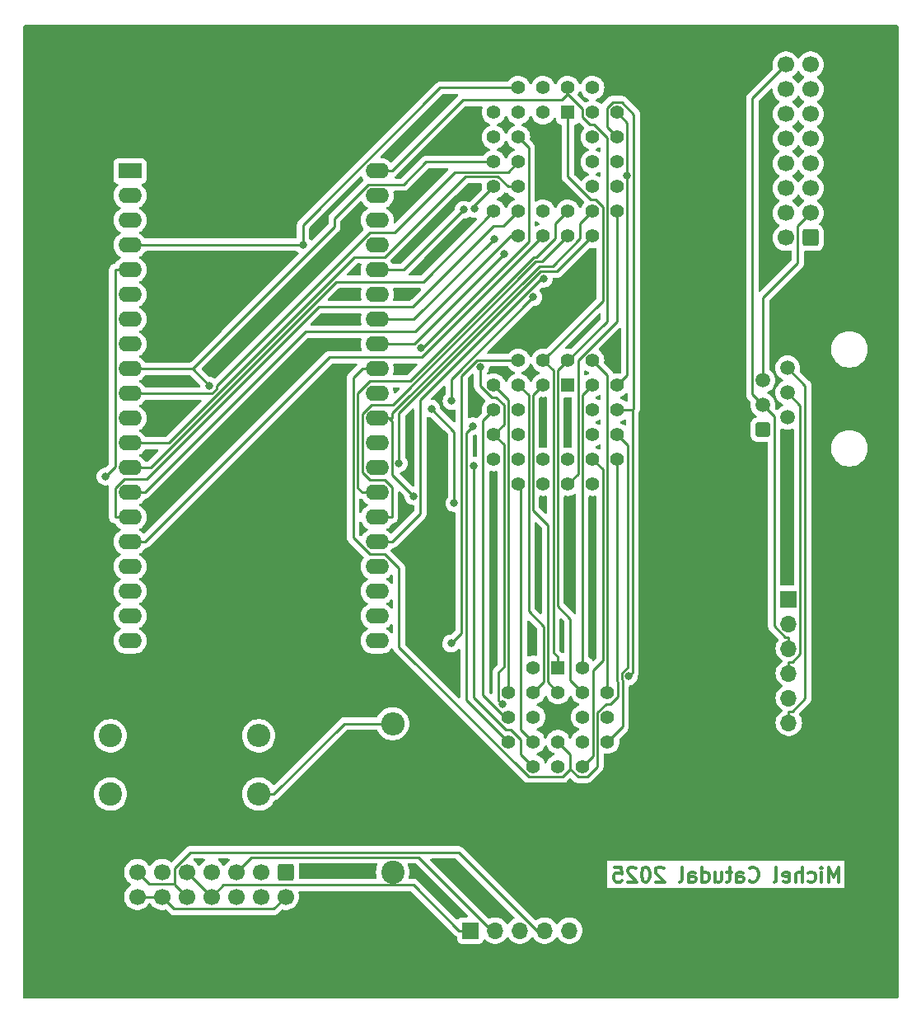
<source format=gbl>
G04 #@! TF.GenerationSoftware,KiCad,Pcbnew,8.0.6*
G04 #@! TF.CreationDate,2025-01-14T22:13:31-05:00*
G04 #@! TF.ProjectId,ConnAdapter,436f6e6e-4164-4617-9074-65722e6b6963,rev?*
G04 #@! TF.SameCoordinates,Original*
G04 #@! TF.FileFunction,Copper,L2,Bot*
G04 #@! TF.FilePolarity,Positive*
%FSLAX46Y46*%
G04 Gerber Fmt 4.6, Leading zero omitted, Abs format (unit mm)*
G04 Created by KiCad (PCBNEW 8.0.6) date 2025-01-14 22:13:31*
%MOMM*%
%LPD*%
G01*
G04 APERTURE LIST*
G04 Aperture macros list*
%AMRoundRect*
0 Rectangle with rounded corners*
0 $1 Rounding radius*
0 $2 $3 $4 $5 $6 $7 $8 $9 X,Y pos of 4 corners*
0 Add a 4 corners polygon primitive as box body*
4,1,4,$2,$3,$4,$5,$6,$7,$8,$9,$2,$3,0*
0 Add four circle primitives for the rounded corners*
1,1,$1+$1,$2,$3*
1,1,$1+$1,$4,$5*
1,1,$1+$1,$6,$7*
1,1,$1+$1,$8,$9*
0 Add four rect primitives between the rounded corners*
20,1,$1+$1,$2,$3,$4,$5,0*
20,1,$1+$1,$4,$5,$6,$7,0*
20,1,$1+$1,$6,$7,$8,$9,0*
20,1,$1+$1,$8,$9,$2,$3,0*%
G04 Aperture macros list end*
%ADD10C,0.300000*%
G04 #@! TA.AperFunction,NonConductor*
%ADD11C,0.300000*%
G04 #@! TD*
G04 #@! TA.AperFunction,ComponentPad*
%ADD12O,2.400000X2.400000*%
G04 #@! TD*
G04 #@! TA.AperFunction,ComponentPad*
%ADD13C,2.400000*%
G04 #@! TD*
G04 #@! TA.AperFunction,ComponentPad*
%ADD14O,1.700000X1.700000*%
G04 #@! TD*
G04 #@! TA.AperFunction,ComponentPad*
%ADD15R,1.700000X1.700000*%
G04 #@! TD*
G04 #@! TA.AperFunction,ComponentPad*
%ADD16C,1.700000*%
G04 #@! TD*
G04 #@! TA.AperFunction,ComponentPad*
%ADD17RoundRect,0.250000X0.600000X0.600000X-0.600000X0.600000X-0.600000X-0.600000X0.600000X-0.600000X0*%
G04 #@! TD*
G04 #@! TA.AperFunction,ComponentPad*
%ADD18C,1.422400*%
G04 #@! TD*
G04 #@! TA.AperFunction,ComponentPad*
%ADD19R,1.422400X1.422400*%
G04 #@! TD*
G04 #@! TA.AperFunction,ComponentPad*
%ADD20C,1.520000*%
G04 #@! TD*
G04 #@! TA.AperFunction,ComponentPad*
%ADD21RoundRect,0.250000X0.510000X-0.510000X0.510000X0.510000X-0.510000X0.510000X-0.510000X-0.510000X0*%
G04 #@! TD*
G04 #@! TA.AperFunction,ComponentPad*
%ADD22RoundRect,0.250000X-0.600000X0.600000X-0.600000X-0.600000X0.600000X-0.600000X0.600000X0.600000X0*%
G04 #@! TD*
G04 #@! TA.AperFunction,ComponentPad*
%ADD23O,2.400000X1.600000*%
G04 #@! TD*
G04 #@! TA.AperFunction,ComponentPad*
%ADD24R,2.400000X1.600000*%
G04 #@! TD*
G04 #@! TA.AperFunction,ViaPad*
%ADD25C,0.800000*%
G04 #@! TD*
G04 #@! TA.AperFunction,Conductor*
%ADD26C,0.250000*%
G04 #@! TD*
G04 APERTURE END LIST*
D10*
D11*
X183795489Y-143000828D02*
X183795489Y-141500828D01*
X183795489Y-141500828D02*
X183295489Y-142572257D01*
X183295489Y-142572257D02*
X182795489Y-141500828D01*
X182795489Y-141500828D02*
X182795489Y-143000828D01*
X182081203Y-143000828D02*
X182081203Y-142000828D01*
X182081203Y-141500828D02*
X182152631Y-141572257D01*
X182152631Y-141572257D02*
X182081203Y-141643685D01*
X182081203Y-141643685D02*
X182009774Y-141572257D01*
X182009774Y-141572257D02*
X182081203Y-141500828D01*
X182081203Y-141500828D02*
X182081203Y-141643685D01*
X180724060Y-142929400D02*
X180866917Y-143000828D01*
X180866917Y-143000828D02*
X181152631Y-143000828D01*
X181152631Y-143000828D02*
X181295488Y-142929400D01*
X181295488Y-142929400D02*
X181366917Y-142857971D01*
X181366917Y-142857971D02*
X181438345Y-142715114D01*
X181438345Y-142715114D02*
X181438345Y-142286542D01*
X181438345Y-142286542D02*
X181366917Y-142143685D01*
X181366917Y-142143685D02*
X181295488Y-142072257D01*
X181295488Y-142072257D02*
X181152631Y-142000828D01*
X181152631Y-142000828D02*
X180866917Y-142000828D01*
X180866917Y-142000828D02*
X180724060Y-142072257D01*
X180081203Y-143000828D02*
X180081203Y-141500828D01*
X179438346Y-143000828D02*
X179438346Y-142215114D01*
X179438346Y-142215114D02*
X179509774Y-142072257D01*
X179509774Y-142072257D02*
X179652631Y-142000828D01*
X179652631Y-142000828D02*
X179866917Y-142000828D01*
X179866917Y-142000828D02*
X180009774Y-142072257D01*
X180009774Y-142072257D02*
X180081203Y-142143685D01*
X178152631Y-142929400D02*
X178295488Y-143000828D01*
X178295488Y-143000828D02*
X178581203Y-143000828D01*
X178581203Y-143000828D02*
X178724060Y-142929400D01*
X178724060Y-142929400D02*
X178795488Y-142786542D01*
X178795488Y-142786542D02*
X178795488Y-142215114D01*
X178795488Y-142215114D02*
X178724060Y-142072257D01*
X178724060Y-142072257D02*
X178581203Y-142000828D01*
X178581203Y-142000828D02*
X178295488Y-142000828D01*
X178295488Y-142000828D02*
X178152631Y-142072257D01*
X178152631Y-142072257D02*
X178081203Y-142215114D01*
X178081203Y-142215114D02*
X178081203Y-142357971D01*
X178081203Y-142357971D02*
X178795488Y-142500828D01*
X177224060Y-143000828D02*
X177366917Y-142929400D01*
X177366917Y-142929400D02*
X177438346Y-142786542D01*
X177438346Y-142786542D02*
X177438346Y-141500828D01*
X174652632Y-142857971D02*
X174724060Y-142929400D01*
X174724060Y-142929400D02*
X174938346Y-143000828D01*
X174938346Y-143000828D02*
X175081203Y-143000828D01*
X175081203Y-143000828D02*
X175295489Y-142929400D01*
X175295489Y-142929400D02*
X175438346Y-142786542D01*
X175438346Y-142786542D02*
X175509775Y-142643685D01*
X175509775Y-142643685D02*
X175581203Y-142357971D01*
X175581203Y-142357971D02*
X175581203Y-142143685D01*
X175581203Y-142143685D02*
X175509775Y-141857971D01*
X175509775Y-141857971D02*
X175438346Y-141715114D01*
X175438346Y-141715114D02*
X175295489Y-141572257D01*
X175295489Y-141572257D02*
X175081203Y-141500828D01*
X175081203Y-141500828D02*
X174938346Y-141500828D01*
X174938346Y-141500828D02*
X174724060Y-141572257D01*
X174724060Y-141572257D02*
X174652632Y-141643685D01*
X173366918Y-143000828D02*
X173366918Y-142215114D01*
X173366918Y-142215114D02*
X173438346Y-142072257D01*
X173438346Y-142072257D02*
X173581203Y-142000828D01*
X173581203Y-142000828D02*
X173866918Y-142000828D01*
X173866918Y-142000828D02*
X174009775Y-142072257D01*
X173366918Y-142929400D02*
X173509775Y-143000828D01*
X173509775Y-143000828D02*
X173866918Y-143000828D01*
X173866918Y-143000828D02*
X174009775Y-142929400D01*
X174009775Y-142929400D02*
X174081203Y-142786542D01*
X174081203Y-142786542D02*
X174081203Y-142643685D01*
X174081203Y-142643685D02*
X174009775Y-142500828D01*
X174009775Y-142500828D02*
X173866918Y-142429400D01*
X173866918Y-142429400D02*
X173509775Y-142429400D01*
X173509775Y-142429400D02*
X173366918Y-142357971D01*
X172866917Y-142000828D02*
X172295489Y-142000828D01*
X172652632Y-141500828D02*
X172652632Y-142786542D01*
X172652632Y-142786542D02*
X172581203Y-142929400D01*
X172581203Y-142929400D02*
X172438346Y-143000828D01*
X172438346Y-143000828D02*
X172295489Y-143000828D01*
X171152632Y-142000828D02*
X171152632Y-143000828D01*
X171795489Y-142000828D02*
X171795489Y-142786542D01*
X171795489Y-142786542D02*
X171724060Y-142929400D01*
X171724060Y-142929400D02*
X171581203Y-143000828D01*
X171581203Y-143000828D02*
X171366917Y-143000828D01*
X171366917Y-143000828D02*
X171224060Y-142929400D01*
X171224060Y-142929400D02*
X171152632Y-142857971D01*
X169795489Y-143000828D02*
X169795489Y-141500828D01*
X169795489Y-142929400D02*
X169938346Y-143000828D01*
X169938346Y-143000828D02*
X170224060Y-143000828D01*
X170224060Y-143000828D02*
X170366917Y-142929400D01*
X170366917Y-142929400D02*
X170438346Y-142857971D01*
X170438346Y-142857971D02*
X170509774Y-142715114D01*
X170509774Y-142715114D02*
X170509774Y-142286542D01*
X170509774Y-142286542D02*
X170438346Y-142143685D01*
X170438346Y-142143685D02*
X170366917Y-142072257D01*
X170366917Y-142072257D02*
X170224060Y-142000828D01*
X170224060Y-142000828D02*
X169938346Y-142000828D01*
X169938346Y-142000828D02*
X169795489Y-142072257D01*
X168438346Y-143000828D02*
X168438346Y-142215114D01*
X168438346Y-142215114D02*
X168509774Y-142072257D01*
X168509774Y-142072257D02*
X168652631Y-142000828D01*
X168652631Y-142000828D02*
X168938346Y-142000828D01*
X168938346Y-142000828D02*
X169081203Y-142072257D01*
X168438346Y-142929400D02*
X168581203Y-143000828D01*
X168581203Y-143000828D02*
X168938346Y-143000828D01*
X168938346Y-143000828D02*
X169081203Y-142929400D01*
X169081203Y-142929400D02*
X169152631Y-142786542D01*
X169152631Y-142786542D02*
X169152631Y-142643685D01*
X169152631Y-142643685D02*
X169081203Y-142500828D01*
X169081203Y-142500828D02*
X168938346Y-142429400D01*
X168938346Y-142429400D02*
X168581203Y-142429400D01*
X168581203Y-142429400D02*
X168438346Y-142357971D01*
X167509774Y-143000828D02*
X167652631Y-142929400D01*
X167652631Y-142929400D02*
X167724060Y-142786542D01*
X167724060Y-142786542D02*
X167724060Y-141500828D01*
X165866917Y-141643685D02*
X165795489Y-141572257D01*
X165795489Y-141572257D02*
X165652632Y-141500828D01*
X165652632Y-141500828D02*
X165295489Y-141500828D01*
X165295489Y-141500828D02*
X165152632Y-141572257D01*
X165152632Y-141572257D02*
X165081203Y-141643685D01*
X165081203Y-141643685D02*
X165009774Y-141786542D01*
X165009774Y-141786542D02*
X165009774Y-141929400D01*
X165009774Y-141929400D02*
X165081203Y-142143685D01*
X165081203Y-142143685D02*
X165938346Y-143000828D01*
X165938346Y-143000828D02*
X165009774Y-143000828D01*
X164081203Y-141500828D02*
X163938346Y-141500828D01*
X163938346Y-141500828D02*
X163795489Y-141572257D01*
X163795489Y-141572257D02*
X163724061Y-141643685D01*
X163724061Y-141643685D02*
X163652632Y-141786542D01*
X163652632Y-141786542D02*
X163581203Y-142072257D01*
X163581203Y-142072257D02*
X163581203Y-142429400D01*
X163581203Y-142429400D02*
X163652632Y-142715114D01*
X163652632Y-142715114D02*
X163724061Y-142857971D01*
X163724061Y-142857971D02*
X163795489Y-142929400D01*
X163795489Y-142929400D02*
X163938346Y-143000828D01*
X163938346Y-143000828D02*
X164081203Y-143000828D01*
X164081203Y-143000828D02*
X164224061Y-142929400D01*
X164224061Y-142929400D02*
X164295489Y-142857971D01*
X164295489Y-142857971D02*
X164366918Y-142715114D01*
X164366918Y-142715114D02*
X164438346Y-142429400D01*
X164438346Y-142429400D02*
X164438346Y-142072257D01*
X164438346Y-142072257D02*
X164366918Y-141786542D01*
X164366918Y-141786542D02*
X164295489Y-141643685D01*
X164295489Y-141643685D02*
X164224061Y-141572257D01*
X164224061Y-141572257D02*
X164081203Y-141500828D01*
X163009775Y-141643685D02*
X162938347Y-141572257D01*
X162938347Y-141572257D02*
X162795490Y-141500828D01*
X162795490Y-141500828D02*
X162438347Y-141500828D01*
X162438347Y-141500828D02*
X162295490Y-141572257D01*
X162295490Y-141572257D02*
X162224061Y-141643685D01*
X162224061Y-141643685D02*
X162152632Y-141786542D01*
X162152632Y-141786542D02*
X162152632Y-141929400D01*
X162152632Y-141929400D02*
X162224061Y-142143685D01*
X162224061Y-142143685D02*
X163081204Y-143000828D01*
X163081204Y-143000828D02*
X162152632Y-143000828D01*
X160795490Y-141500828D02*
X161509776Y-141500828D01*
X161509776Y-141500828D02*
X161581204Y-142215114D01*
X161581204Y-142215114D02*
X161509776Y-142143685D01*
X161509776Y-142143685D02*
X161366919Y-142072257D01*
X161366919Y-142072257D02*
X161009776Y-142072257D01*
X161009776Y-142072257D02*
X160866919Y-142143685D01*
X160866919Y-142143685D02*
X160795490Y-142215114D01*
X160795490Y-142215114D02*
X160724061Y-142357971D01*
X160724061Y-142357971D02*
X160724061Y-142715114D01*
X160724061Y-142715114D02*
X160795490Y-142857971D01*
X160795490Y-142857971D02*
X160866919Y-142929400D01*
X160866919Y-142929400D02*
X161009776Y-143000828D01*
X161009776Y-143000828D02*
X161366919Y-143000828D01*
X161366919Y-143000828D02*
X161509776Y-142929400D01*
X161509776Y-142929400D02*
X161581204Y-142857971D01*
D12*
X124240000Y-128000000D03*
D13*
X109000000Y-128000000D03*
D14*
X178710000Y-126660000D03*
X178710000Y-124120000D03*
X178710000Y-121580000D03*
X178710000Y-119040000D03*
X178710000Y-116500000D03*
D15*
X178710000Y-113960000D03*
D14*
X156160000Y-148000000D03*
X153620000Y-148000000D03*
X151080000Y-148000000D03*
X148540000Y-148000000D03*
D15*
X146000000Y-148000000D03*
D16*
X178420000Y-59090000D03*
X180960000Y-59090000D03*
X178420000Y-61630000D03*
X180960000Y-61630000D03*
X178420000Y-64170000D03*
X180960000Y-64170000D03*
X178420000Y-66710000D03*
X180960000Y-66710000D03*
X178420000Y-69250000D03*
X180960000Y-69250000D03*
X178420000Y-71790000D03*
X180960000Y-71790000D03*
X178420000Y-74330000D03*
X180960000Y-74330000D03*
X178420000Y-76870000D03*
D17*
X180960000Y-76870000D03*
D18*
X157540000Y-123540000D03*
X157540000Y-121000000D03*
X160080000Y-123540000D03*
X157540000Y-126080000D03*
X160080000Y-126080000D03*
X157540000Y-128620000D03*
X160080000Y-128620000D03*
X157540000Y-131160000D03*
X155000000Y-128620000D03*
X155000000Y-131160000D03*
X152460000Y-128620000D03*
X152460000Y-131160000D03*
X149920000Y-128620000D03*
X152460000Y-126080000D03*
X149920000Y-126080000D03*
X152460000Y-123540000D03*
X149920000Y-123540000D03*
X152460000Y-121000000D03*
X155000000Y-123540000D03*
D19*
X155000000Y-121000000D03*
D12*
X124240000Y-134000000D03*
D13*
X109000000Y-134000000D03*
D18*
X156000000Y-61460000D03*
X158540000Y-64000000D03*
X158540000Y-61460000D03*
X161080000Y-64000000D03*
X158540000Y-66540000D03*
X161080000Y-66540000D03*
X158540000Y-69080000D03*
X161080000Y-69080000D03*
X158540000Y-71620000D03*
X161080000Y-71620000D03*
X158540000Y-74160000D03*
X161080000Y-74160000D03*
X158540000Y-76700000D03*
X156000000Y-74160000D03*
X156000000Y-76700000D03*
X153460000Y-74160000D03*
X153460000Y-76700000D03*
X150920000Y-74160000D03*
X150920000Y-76700000D03*
X148380000Y-74160000D03*
X150920000Y-71620000D03*
X148380000Y-71620000D03*
X150920000Y-69080000D03*
X148380000Y-69080000D03*
X150920000Y-66540000D03*
X148380000Y-66540000D03*
X150920000Y-64000000D03*
X148380000Y-64000000D03*
X150920000Y-61460000D03*
X153460000Y-64000000D03*
X153460000Y-61460000D03*
D19*
X156000000Y-64000000D03*
D20*
X178590000Y-90230000D03*
X176050000Y-91500000D03*
X178590000Y-92770000D03*
X176050000Y-94040000D03*
X178590000Y-95310000D03*
D21*
X176050000Y-96580000D03*
D16*
X111760000Y-144540000D03*
X111760000Y-142000000D03*
X114300000Y-144540000D03*
X114300000Y-142000000D03*
X116840000Y-144540000D03*
X116840000Y-142000000D03*
X119380000Y-144540000D03*
X119380000Y-142000000D03*
X121920000Y-144540000D03*
X121920000Y-142000000D03*
X124460000Y-144540000D03*
X124460000Y-142000000D03*
X127000000Y-144540000D03*
D22*
X127000000Y-142000000D03*
D18*
X156000000Y-89460000D03*
X158540000Y-92000000D03*
X158540000Y-89460000D03*
X161080000Y-92000000D03*
X158540000Y-94540000D03*
X161080000Y-94540000D03*
X158540000Y-97080000D03*
X161080000Y-97080000D03*
X158540000Y-99620000D03*
X161080000Y-99620000D03*
X158540000Y-102160000D03*
X156000000Y-99620000D03*
X156000000Y-102160000D03*
X153460000Y-99620000D03*
X153460000Y-102160000D03*
X150920000Y-99620000D03*
X150920000Y-102160000D03*
X148380000Y-99620000D03*
X150920000Y-97080000D03*
X148380000Y-97080000D03*
X150920000Y-94540000D03*
X148380000Y-94540000D03*
X150920000Y-92000000D03*
X148380000Y-92000000D03*
X150920000Y-89460000D03*
X153460000Y-92000000D03*
X153460000Y-89460000D03*
D19*
X156000000Y-92000000D03*
D23*
X136400000Y-70000000D03*
X136400000Y-72540000D03*
X136400000Y-75080000D03*
X136400000Y-77620000D03*
X136400000Y-80160000D03*
X136400000Y-82700000D03*
X136400000Y-85240000D03*
X136400000Y-87780000D03*
X136400000Y-90320000D03*
X136400000Y-92860000D03*
X136400000Y-95400000D03*
X136400000Y-97940000D03*
X136400000Y-100480000D03*
X136400000Y-103020000D03*
X136400000Y-105560000D03*
X136400000Y-108100000D03*
X136400000Y-110640000D03*
X136400000Y-113180000D03*
X136400000Y-115720000D03*
X136400000Y-118260000D03*
X111000000Y-118260000D03*
X111000000Y-115720000D03*
X111000000Y-113180000D03*
X111000000Y-110640000D03*
X111000000Y-108100000D03*
X111000000Y-105560000D03*
X111000000Y-103020000D03*
X111000000Y-100480000D03*
X111000000Y-97940000D03*
X111000000Y-95400000D03*
X111000000Y-92860000D03*
X111000000Y-90320000D03*
X111000000Y-87780000D03*
X111000000Y-85240000D03*
X111000000Y-82700000D03*
X111000000Y-80160000D03*
X111000000Y-77620000D03*
X111000000Y-75080000D03*
X111000000Y-72540000D03*
D24*
X111000000Y-70000000D03*
D12*
X138000000Y-126760000D03*
D13*
X138000000Y-142000000D03*
D25*
X144014000Y-118530000D03*
X128790000Y-77584300D03*
X108476000Y-101378000D03*
X149276000Y-124771000D03*
X146986000Y-90156400D03*
X140932000Y-88139100D03*
X146240000Y-96212500D03*
X146368000Y-100262000D03*
X119187000Y-92091300D03*
X146447000Y-73910200D03*
X144056000Y-93631100D03*
X152464000Y-82954600D03*
X153536000Y-81080300D03*
X138663000Y-100039000D03*
X140109000Y-103383000D03*
X141972000Y-94411500D03*
X144336000Y-104112000D03*
X149502000Y-78491300D03*
X148426000Y-77001700D03*
X162257000Y-121913000D03*
X145307000Y-73979900D03*
X162064000Y-70506200D03*
D26*
X158381000Y-72978600D02*
X158835000Y-72978600D01*
X158835000Y-72978600D02*
X159579000Y-73722200D01*
X154500000Y-119462000D02*
X154500000Y-90500200D01*
X159579000Y-73722200D02*
X159579000Y-83341400D01*
X155000000Y-119962000D02*
X154500000Y-119462000D01*
X154500000Y-90500200D02*
X153460000Y-89460000D01*
X159579000Y-83341400D02*
X153460000Y-89460000D01*
X155000000Y-121000000D02*
X155000000Y-119962000D01*
X156000000Y-64000000D02*
X156000000Y-70597400D01*
X156000000Y-70597400D02*
X158381000Y-72978600D01*
X153962000Y-106367000D02*
X152417000Y-104822000D01*
X152417000Y-104822000D02*
X152417000Y-93042800D01*
X153962000Y-122502000D02*
X153962000Y-106367000D01*
X152417000Y-93042800D02*
X153460000Y-92000000D01*
X155000000Y-123540000D02*
X153962000Y-122502000D01*
X145093000Y-117451000D02*
X144014000Y-118530000D01*
X146693000Y-89422100D02*
X145093000Y-91021600D01*
X150920000Y-89460000D02*
X150882000Y-89422100D01*
X150882000Y-89422100D02*
X146693000Y-89422100D01*
X145093000Y-91021600D02*
X145093000Y-117451000D01*
X112527000Y-77620000D02*
X112563000Y-77584300D01*
X128790000Y-77584300D02*
X128790000Y-75553900D01*
X149880000Y-123500000D02*
X149880000Y-93499700D01*
X142884000Y-61460000D02*
X150920000Y-61460000D01*
X111000000Y-77620000D02*
X112527000Y-77620000D01*
X149920000Y-123540000D02*
X149880000Y-123500000D01*
X128790000Y-75553900D02*
X142884000Y-61460000D01*
X149880000Y-93499700D02*
X148380000Y-92000000D01*
X112563000Y-77584300D02*
X128790000Y-77584300D01*
X151959000Y-115220000D02*
X153499000Y-116760000D01*
X153499000Y-116760000D02*
X153499000Y-122501000D01*
X153499000Y-122501000D02*
X152460000Y-123540000D01*
X109473000Y-100381000D02*
X108476000Y-101378000D01*
X109473000Y-80160000D02*
X109473000Y-100381000D01*
X151959000Y-93039100D02*
X151959000Y-115220000D01*
X111000000Y-80160000D02*
X109473000Y-80160000D01*
X150920000Y-92000000D02*
X151959000Y-93039100D01*
X147287000Y-123810000D02*
X149556000Y-126080000D01*
X149556000Y-126080000D02*
X149920000Y-126080000D01*
X148380000Y-94540000D02*
X147287000Y-95633400D01*
X147287000Y-95633400D02*
X147287000Y-123810000D01*
X149422000Y-98122200D02*
X149422000Y-120949000D01*
X149422000Y-96037800D02*
X148380000Y-97080000D01*
X148639000Y-93270000D02*
X149422000Y-94053500D01*
X146986000Y-90156400D02*
X146986000Y-92085600D01*
X148171000Y-93270000D02*
X148639000Y-93270000D01*
X148882000Y-124378000D02*
X149276000Y-124771000D01*
X146986000Y-92085600D02*
X148171000Y-93270000D01*
X149422000Y-120949000D02*
X148882000Y-121490000D01*
X148380000Y-97080000D02*
X149422000Y-98122200D01*
X149422000Y-94053500D02*
X149422000Y-96037800D01*
X148882000Y-121490000D02*
X148882000Y-124378000D01*
X146240000Y-96212500D02*
X145593000Y-96859400D01*
X145593000Y-96859400D02*
X145593000Y-124293000D01*
X140932000Y-88139100D02*
X141056000Y-88139100D01*
X141056000Y-88139100D02*
X151962000Y-77233500D01*
X145593000Y-124293000D02*
X149920000Y-128620000D01*
X151962000Y-77233500D02*
X151962000Y-67581700D01*
X151962000Y-67581700D02*
X150920000Y-66540000D01*
X141457000Y-69080000D02*
X148380000Y-69080000D01*
X152460000Y-131160000D02*
X151190000Y-129890000D01*
X150126000Y-127350000D02*
X149615000Y-127350000D01*
X117416000Y-90320000D02*
X119187000Y-92091300D01*
X117416000Y-90320000D02*
X132019000Y-75716900D01*
X135460000Y-71413100D02*
X139124000Y-71413100D01*
X132019000Y-75716900D02*
X132019000Y-74853600D01*
X132019000Y-74853600D02*
X135460000Y-71413100D01*
X111000000Y-90320000D02*
X117416000Y-90320000D01*
X151190000Y-129890000D02*
X151190000Y-128414000D01*
X151190000Y-128414000D02*
X150126000Y-127350000D01*
X139124000Y-71413100D02*
X141457000Y-69080000D01*
X146368000Y-124103000D02*
X146368000Y-100262000D01*
X149615000Y-127350000D02*
X146368000Y-124103000D01*
X144407000Y-70130000D02*
X149870000Y-70130000D01*
X119914000Y-92058200D02*
X135622000Y-76350000D01*
X151190000Y-102430000D02*
X150920000Y-102160000D01*
X135622000Y-76350000D02*
X138187000Y-76350000D01*
X152460000Y-128620000D02*
X151190000Y-127350000D01*
X138187000Y-76350000D02*
X144407000Y-70130000D01*
X111000000Y-92860000D02*
X119446000Y-92860000D01*
X149870000Y-70130000D02*
X150920000Y-69080000D01*
X119446000Y-92860000D02*
X119914000Y-92392400D01*
X151190000Y-127350000D02*
X151190000Y-102430000D01*
X119914000Y-92392400D02*
X119914000Y-92058200D01*
X144056000Y-91362000D02*
X152464000Y-82954600D01*
X144056000Y-93631100D02*
X144056000Y-91362000D01*
X148380000Y-71620000D02*
X146447000Y-73552900D01*
X146447000Y-73552900D02*
X146447000Y-73910200D01*
X137186000Y-78864600D02*
X145469000Y-70581900D01*
X149848000Y-71619900D02*
X149848000Y-71620000D01*
X115006000Y-97940000D02*
X134081000Y-78864600D01*
X145469000Y-70581900D02*
X148810000Y-70581900D01*
X111000000Y-97940000D02*
X115006000Y-97940000D01*
X148810000Y-70581900D02*
X149848000Y-71619900D01*
X134081000Y-78864600D02*
X137186000Y-78864600D01*
X149848000Y-71620000D02*
X150920000Y-71620000D01*
X132202000Y-81382400D02*
X141158000Y-81382400D01*
X113105000Y-100480000D02*
X132202000Y-81382400D01*
X111000000Y-100480000D02*
X113105000Y-100480000D01*
X141158000Y-81382400D02*
X148380000Y-74160000D01*
X140333000Y-86510000D02*
X150143000Y-76700000D01*
X112527000Y-103020000D02*
X129037000Y-86510000D01*
X129037000Y-86510000D02*
X140333000Y-86510000D01*
X150143000Y-76700000D02*
X150920000Y-76700000D01*
X111000000Y-103020000D02*
X112527000Y-103020000D01*
X130370000Y-83970000D02*
X140036000Y-83970000D01*
X111000000Y-105560000D02*
X109473000Y-105560000D01*
X109473000Y-105560000D02*
X109473000Y-102549000D01*
X112734000Y-101607000D02*
X130370000Y-83970000D01*
X148343000Y-75663400D02*
X149417000Y-75663400D01*
X110416000Y-101607000D02*
X112734000Y-101607000D01*
X109473000Y-102549000D02*
X110416000Y-101607000D01*
X140036000Y-83970000D02*
X148343000Y-75663400D01*
X149417000Y-75663400D02*
X150920000Y-74160000D01*
X111000000Y-108100000D02*
X112527000Y-108100000D01*
X131500000Y-89126800D02*
X141033000Y-89126800D01*
X112527000Y-108100000D02*
X131500000Y-89126800D01*
X141033000Y-89126800D02*
X153460000Y-76700000D01*
X136400000Y-108100000D02*
X137927000Y-108100000D01*
X153299000Y-81080300D02*
X153536000Y-81080300D01*
X137927000Y-108100000D02*
X140846000Y-105181000D01*
X140846000Y-105181000D02*
X140846000Y-93533300D01*
X140846000Y-93533300D02*
X153299000Y-81080300D01*
X135656000Y-101750000D02*
X137149000Y-101750000D01*
X137927000Y-102528000D02*
X137927000Y-105560000D01*
X138038000Y-93986900D02*
X135804000Y-93986900D01*
X137149000Y-101750000D02*
X137927000Y-102528000D01*
X152720000Y-79304900D02*
X138038000Y-93986900D01*
X137927000Y-105560000D02*
X136400000Y-105560000D01*
X134873000Y-100967000D02*
X135656000Y-101750000D01*
X153395000Y-79304900D02*
X152720000Y-79304900D01*
X156000000Y-76700000D02*
X153395000Y-79304900D01*
X134873000Y-94918200D02*
X134873000Y-100967000D01*
X135804000Y-93986900D02*
X134873000Y-94918200D01*
X134873000Y-103020000D02*
X136400000Y-103020000D01*
X134420000Y-102567000D02*
X134873000Y-103020000D01*
X152805000Y-78853000D02*
X152533000Y-78853000D01*
X135638000Y-91590700D02*
X134420000Y-92808800D01*
X139796000Y-91590700D02*
X135638000Y-91590700D01*
X156000000Y-74160000D02*
X154730000Y-75430000D01*
X152533000Y-78853000D02*
X139796000Y-91590700D01*
X154730000Y-75430000D02*
X154730000Y-76927900D01*
X134420000Y-92808800D02*
X134420000Y-102567000D01*
X154730000Y-76927900D02*
X152805000Y-78853000D01*
X138663000Y-100039000D02*
X138663000Y-94864000D01*
X138663000Y-94864000D02*
X153191000Y-80335800D01*
X153191000Y-80335800D02*
X154904000Y-80335800D01*
X154904000Y-80335800D02*
X158540000Y-76700000D01*
X157039000Y-89490700D02*
X157039000Y-101121000D01*
X161080000Y-85449800D02*
X157039000Y-89490700D01*
X157039000Y-101121000D02*
X156000000Y-102160000D01*
X161080000Y-74160000D02*
X161080000Y-85449800D01*
X137927000Y-94900900D02*
X137927000Y-95400000D01*
X154446000Y-79756800D02*
X153071000Y-79756800D01*
X157270000Y-75430000D02*
X157270000Y-76932600D01*
X136400000Y-95400000D02*
X137632000Y-95400000D01*
X157270000Y-76932600D02*
X154446000Y-79756800D01*
X137936000Y-101211000D02*
X140109000Y-103383000D01*
X158540000Y-74160000D02*
X157270000Y-75430000D01*
X137632000Y-95400000D02*
X137936000Y-95703900D01*
X137927000Y-95400000D02*
X137632000Y-95400000D01*
X153071000Y-79756800D02*
X137927000Y-94900900D01*
X137936000Y-95703900D02*
X137936000Y-101211000D01*
X141972000Y-94411500D02*
X144336000Y-96775100D01*
X144336000Y-96775100D02*
X144336000Y-104112000D01*
X160422000Y-124728000D02*
X159950000Y-124728000D01*
X161141000Y-124008000D02*
X160422000Y-124728000D01*
X161078000Y-122401000D02*
X161141000Y-122464000D01*
X159950000Y-124728000D02*
X159038000Y-125639000D01*
X137220000Y-109370000D02*
X138657000Y-110807000D01*
X157992000Y-132208000D02*
X157051000Y-132208000D01*
X161078000Y-99621900D02*
X161078000Y-122401000D01*
X135668000Y-109370000D02*
X137220000Y-109370000D01*
X138657000Y-110807000D02*
X138657000Y-118894000D01*
X155000000Y-128620000D02*
X156270000Y-129890000D01*
X159038000Y-125639000D02*
X159038000Y-131162000D01*
X136400000Y-90320000D02*
X134873000Y-90320000D01*
X134873000Y-90320000D02*
X133927000Y-91266100D01*
X151963000Y-132200000D02*
X155497000Y-132200000D01*
X133927000Y-91266100D02*
X133927000Y-107629000D01*
X156270000Y-129890000D02*
X156270000Y-131427000D01*
X157051000Y-132208000D02*
X156270000Y-131427000D01*
X161141000Y-122464000D02*
X161141000Y-124008000D01*
X159038000Y-131162000D02*
X157992000Y-132208000D01*
X138657000Y-118894000D02*
X151963000Y-132200000D01*
X133927000Y-107629000D02*
X135668000Y-109370000D01*
X161080000Y-99620000D02*
X161078000Y-99621900D01*
X155497000Y-132200000D02*
X156270000Y-131427000D01*
X158581000Y-121309000D02*
X158581000Y-130119000D01*
X159581000Y-120309000D02*
X158581000Y-121309000D01*
X158540000Y-99620000D02*
X159581000Y-100661000D01*
X136400000Y-87780000D02*
X140214000Y-87780000D01*
X140214000Y-87780000D02*
X149502000Y-78491300D01*
X159581000Y-100661000D02*
X159581000Y-120309000D01*
X158581000Y-130119000D02*
X157540000Y-131160000D01*
X161530000Y-121612000D02*
X161530000Y-122214000D01*
X161635000Y-122319000D02*
X161635000Y-127065000D01*
X161080000Y-97080000D02*
X162160000Y-98159800D01*
X162160000Y-98159800D02*
X162160000Y-120982000D01*
X136400000Y-85240000D02*
X140188000Y-85240000D01*
X161635000Y-127065000D02*
X160080000Y-128620000D01*
X161530000Y-122214000D02*
X161635000Y-122319000D01*
X162160000Y-120982000D02*
X161530000Y-121612000D01*
X140188000Y-85240000D02*
X148426000Y-77001700D01*
X162630000Y-94540000D02*
X162791000Y-94379200D01*
X162791000Y-64176300D02*
X161536000Y-62922100D01*
X161536000Y-62922100D02*
X160595000Y-62922100D01*
X162630000Y-121540000D02*
X162257000Y-121913000D01*
X160006000Y-65466200D02*
X161080000Y-66540000D01*
X162630000Y-94540000D02*
X162630000Y-121540000D01*
X162791000Y-94379200D02*
X162791000Y-64176300D01*
X160006000Y-63510800D02*
X160006000Y-65466200D01*
X162630000Y-94540000D02*
X161080000Y-94540000D01*
X160595000Y-62922100D02*
X160006000Y-63510800D01*
X136400000Y-80160000D02*
X139127000Y-80160000D01*
X139127000Y-80160000D02*
X145307000Y-73979900D01*
X161080000Y-92000000D02*
X162118000Y-90961900D01*
X162118000Y-70506200D02*
X162064000Y-70506200D01*
X162118000Y-65038100D02*
X161080000Y-64000000D01*
X162118000Y-90961900D02*
X162118000Y-70506200D01*
X162118000Y-70506200D02*
X162118000Y-65038100D01*
X160037000Y-123497000D02*
X160037000Y-90957400D01*
X160080000Y-123540000D02*
X160037000Y-123497000D01*
X160037000Y-90957400D02*
X158540000Y-89460000D01*
X158540000Y-92000000D02*
X157498000Y-93041800D01*
X157498000Y-120958000D02*
X157540000Y-121000000D01*
X157498000Y-93041800D02*
X157498000Y-120958000D01*
X137927000Y-70000000D02*
X145197000Y-62730000D01*
X157540000Y-123540000D02*
X156270000Y-122270000D01*
X157502000Y-63601000D02*
X157502000Y-64429900D01*
X155996000Y-61464100D02*
X156000000Y-61460000D01*
X157502000Y-64429900D02*
X158272000Y-65199900D01*
X158272000Y-65199900D02*
X158668000Y-65199900D01*
X136400000Y-70000000D02*
X137927000Y-70000000D01*
X156270000Y-122270000D02*
X156270000Y-116005000D01*
X158668000Y-65199900D02*
X160030000Y-66562400D01*
X154957000Y-90502900D02*
X156000000Y-89460000D01*
X155996000Y-62095000D02*
X157502000Y-63601000D01*
X160030000Y-85429500D02*
X156000000Y-89460000D01*
X160030000Y-66562400D02*
X160030000Y-85429500D01*
X154957000Y-114692000D02*
X154957000Y-90502900D01*
X155361000Y-62730000D02*
X155996000Y-62095000D01*
X156270000Y-116005000D02*
X154957000Y-114692000D01*
X145197000Y-62730000D02*
X155361000Y-62730000D01*
X155996000Y-62095000D02*
X155996000Y-61464100D01*
X178710000Y-117863000D02*
X178342000Y-117863000D01*
X178420000Y-59090000D02*
X174959000Y-62551000D01*
X174959000Y-62551000D02*
X174959000Y-92949000D01*
X174959000Y-92949000D02*
X176050000Y-94040000D01*
X177224000Y-95214200D02*
X176050000Y-94040000D01*
X177224000Y-116745000D02*
X177224000Y-95214200D01*
X178342000Y-117863000D02*
X177224000Y-116745000D01*
X178710000Y-119040000D02*
X178710000Y-117863000D01*
X179887000Y-119594000D02*
X179887000Y-94066900D01*
X179078000Y-120403000D02*
X179887000Y-119594000D01*
X178710000Y-121580000D02*
X178710000Y-120403000D01*
X179887000Y-94066900D02*
X178590000Y-92770000D01*
X178710000Y-120403000D02*
X179078000Y-120403000D01*
X176050000Y-91500000D02*
X176050000Y-83047500D01*
X179637000Y-79460900D02*
X179637000Y-75653400D01*
X179637000Y-75653400D02*
X180960000Y-74330000D01*
X176050000Y-83047500D02*
X179637000Y-79460900D01*
X178710000Y-125483000D02*
X179080000Y-125483000D01*
X180399000Y-124164000D02*
X180399000Y-92038900D01*
X178710000Y-126660000D02*
X178710000Y-125483000D01*
X179080000Y-125483000D02*
X180399000Y-124164000D01*
X180399000Y-92038900D02*
X178590000Y-90230000D01*
X115540000Y-145780000D02*
X125760000Y-145780000D01*
X114300000Y-144540000D02*
X115540000Y-145780000D01*
X125760000Y-145780000D02*
X127000000Y-144540000D01*
X111760000Y-144540000D02*
X114300000Y-144540000D01*
X125767000Y-134000000D02*
X133007000Y-126760000D01*
X133007000Y-126760000D02*
X138000000Y-126760000D01*
X124240000Y-134000000D02*
X125767000Y-134000000D01*
X119380000Y-144540000D02*
X120597000Y-143323000D01*
X140147000Y-143323000D02*
X144823000Y-148000000D01*
X144823000Y-148000000D02*
X146000000Y-148000000D01*
X120597000Y-143323000D02*
X138000000Y-143323000D01*
X138000000Y-143323000D02*
X138000000Y-142000000D01*
X116840000Y-142000000D02*
X119380000Y-144540000D01*
X138000000Y-143323000D02*
X140147000Y-143323000D01*
X152811000Y-148000000D02*
X144788000Y-139976000D01*
X112951000Y-143191000D02*
X115570000Y-143191000D01*
X144788000Y-139976000D02*
X117199000Y-139976000D01*
X153620000Y-148000000D02*
X152811000Y-148000000D01*
X115570000Y-143270000D02*
X116840000Y-144540000D01*
X115570000Y-143191000D02*
X115570000Y-143270000D01*
X111760000Y-142000000D02*
X112951000Y-143191000D01*
X115570000Y-141606000D02*
X115570000Y-143191000D01*
X117199000Y-139976000D02*
X115570000Y-141606000D01*
X121920000Y-142000000D02*
X123457000Y-140463000D01*
X123457000Y-140463000D02*
X125588000Y-140463000D01*
X125588000Y-140463000D02*
X125589000Y-140465000D01*
X148172000Y-148000000D02*
X148540000Y-148000000D01*
X125589000Y-140465000D02*
X140637000Y-140465000D01*
X140637000Y-140465000D02*
X148172000Y-148000000D01*
G04 #@! TA.AperFunction,NonConductor*
G36*
X189916621Y-55045502D02*
G01*
X189963114Y-55099158D01*
X189974500Y-55151500D01*
X189974500Y-154848500D01*
X189954498Y-154916621D01*
X189900842Y-154963114D01*
X189848500Y-154974500D01*
X100151500Y-154974500D01*
X100083379Y-154954498D01*
X100036886Y-154900842D01*
X100025500Y-154848500D01*
X100025500Y-142000000D01*
X110396844Y-142000000D01*
X110415437Y-142224375D01*
X110470702Y-142442612D01*
X110470703Y-142442613D01*
X110470704Y-142442616D01*
X110561140Y-142648791D01*
X110561141Y-142648793D01*
X110684275Y-142837265D01*
X110684279Y-142837270D01*
X110836762Y-143002908D01*
X110891331Y-143045381D01*
X111014424Y-143141189D01*
X111047680Y-143159186D01*
X111098071Y-143209200D01*
X111113423Y-143278516D01*
X111088862Y-143345129D01*
X111047680Y-143380814D01*
X111014426Y-143398810D01*
X111014424Y-143398811D01*
X110836762Y-143537091D01*
X110684279Y-143702729D01*
X110684275Y-143702734D01*
X110561141Y-143891206D01*
X110470703Y-144097386D01*
X110470702Y-144097387D01*
X110415437Y-144315624D01*
X110396844Y-144540000D01*
X110415437Y-144764375D01*
X110470702Y-144982612D01*
X110470703Y-144982613D01*
X110561141Y-145188793D01*
X110684275Y-145377265D01*
X110684279Y-145377270D01*
X110836762Y-145542908D01*
X110891331Y-145585381D01*
X111014424Y-145681189D01*
X111212426Y-145788342D01*
X111212427Y-145788342D01*
X111212428Y-145788343D01*
X111324227Y-145826723D01*
X111425365Y-145861444D01*
X111647431Y-145898500D01*
X111647435Y-145898500D01*
X111872565Y-145898500D01*
X111872569Y-145898500D01*
X112094635Y-145861444D01*
X112307574Y-145788342D01*
X112505576Y-145681189D01*
X112683240Y-145542906D01*
X112835722Y-145377268D01*
X112924517Y-145241357D01*
X112978520Y-145195268D01*
X113048868Y-145185693D01*
X113113226Y-145215670D01*
X113135483Y-145241357D01*
X113224275Y-145377265D01*
X113224279Y-145377270D01*
X113376762Y-145542908D01*
X113431331Y-145585381D01*
X113554424Y-145681189D01*
X113752426Y-145788342D01*
X113752427Y-145788342D01*
X113752428Y-145788343D01*
X113864227Y-145826723D01*
X113965365Y-145861444D01*
X114187431Y-145898500D01*
X114187435Y-145898500D01*
X114412565Y-145898500D01*
X114412569Y-145898500D01*
X114634635Y-145861444D01*
X114634651Y-145861438D01*
X114637751Y-145860654D01*
X114639072Y-145860703D01*
X114639777Y-145860586D01*
X114639801Y-145860730D01*
X114708698Y-145863311D01*
X114757795Y-145893699D01*
X115136167Y-146272071D01*
X115239925Y-146341400D01*
X115355215Y-146389155D01*
X115477606Y-146413500D01*
X115477607Y-146413500D01*
X125822393Y-146413500D01*
X125822394Y-146413500D01*
X125944785Y-146389155D01*
X126060075Y-146341400D01*
X126163833Y-146272071D01*
X126542205Y-145893697D01*
X126604515Y-145859674D01*
X126660218Y-145860617D01*
X126660224Y-145860586D01*
X126660436Y-145860621D01*
X126662241Y-145860652D01*
X126665350Y-145861439D01*
X126665365Y-145861444D01*
X126887431Y-145898500D01*
X126887435Y-145898500D01*
X127112565Y-145898500D01*
X127112569Y-145898500D01*
X127334635Y-145861444D01*
X127547574Y-145788342D01*
X127745576Y-145681189D01*
X127923240Y-145542906D01*
X128075722Y-145377268D01*
X128198860Y-145188791D01*
X128289296Y-144982616D01*
X128344564Y-144764368D01*
X128363156Y-144540000D01*
X128344564Y-144315632D01*
X128293360Y-144113431D01*
X128296027Y-144042485D01*
X128336627Y-143984243D01*
X128402270Y-143957197D01*
X128415504Y-143956500D01*
X137937606Y-143956500D01*
X139832357Y-143956500D01*
X139900478Y-143976502D01*
X139921462Y-143993414D01*
X144326488Y-148399381D01*
X144326593Y-148399497D01*
X144330928Y-148403832D01*
X144330929Y-148403833D01*
X144376986Y-148449890D01*
X144376992Y-148449901D01*
X144376995Y-148449899D01*
X144419113Y-148492026D01*
X144419164Y-148492068D01*
X144419167Y-148492071D01*
X144419170Y-148492073D01*
X144471510Y-148527045D01*
X144471523Y-148527054D01*
X144522876Y-148561376D01*
X144522912Y-148561395D01*
X144541133Y-148568942D01*
X144563716Y-148578295D01*
X144618997Y-148622841D01*
X144641420Y-148690204D01*
X144641500Y-148694705D01*
X144641500Y-148898649D01*
X144648009Y-148959196D01*
X144648011Y-148959204D01*
X144699110Y-149096202D01*
X144699112Y-149096207D01*
X144786738Y-149213261D01*
X144903792Y-149300887D01*
X144903794Y-149300888D01*
X144903796Y-149300889D01*
X144958900Y-149321442D01*
X145040795Y-149351988D01*
X145040803Y-149351990D01*
X145101350Y-149358499D01*
X145101355Y-149358499D01*
X145101362Y-149358500D01*
X145101368Y-149358500D01*
X146898632Y-149358500D01*
X146898638Y-149358500D01*
X146898645Y-149358499D01*
X146898649Y-149358499D01*
X146959196Y-149351990D01*
X146959199Y-149351989D01*
X146959201Y-149351989D01*
X147096204Y-149300889D01*
X147166399Y-149248342D01*
X147213261Y-149213261D01*
X147300886Y-149096208D01*
X147300885Y-149096208D01*
X147300889Y-149096204D01*
X147344999Y-148977939D01*
X147387545Y-148921107D01*
X147454066Y-148896296D01*
X147523440Y-148911388D01*
X147555753Y-148936635D01*
X147576529Y-148959204D01*
X147616762Y-149002908D01*
X147671331Y-149045381D01*
X147794424Y-149141189D01*
X147992426Y-149248342D01*
X147992427Y-149248342D01*
X147992428Y-149248343D01*
X148104227Y-149286723D01*
X148205365Y-149321444D01*
X148427431Y-149358500D01*
X148427435Y-149358500D01*
X148652565Y-149358500D01*
X148652569Y-149358500D01*
X148874635Y-149321444D01*
X149087574Y-149248342D01*
X149285576Y-149141189D01*
X149463240Y-149002906D01*
X149615722Y-148837268D01*
X149704518Y-148701354D01*
X149758520Y-148655268D01*
X149828868Y-148645692D01*
X149893225Y-148675669D01*
X149915480Y-148701353D01*
X149948607Y-148752058D01*
X150004275Y-148837265D01*
X150004279Y-148837270D01*
X150156762Y-149002908D01*
X150211331Y-149045381D01*
X150334424Y-149141189D01*
X150532426Y-149248342D01*
X150532427Y-149248342D01*
X150532428Y-149248343D01*
X150644227Y-149286723D01*
X150745365Y-149321444D01*
X150967431Y-149358500D01*
X150967435Y-149358500D01*
X151192565Y-149358500D01*
X151192569Y-149358500D01*
X151414635Y-149321444D01*
X151627574Y-149248342D01*
X151825576Y-149141189D01*
X152003240Y-149002906D01*
X152155722Y-148837268D01*
X152244518Y-148701354D01*
X152298520Y-148655268D01*
X152368868Y-148645692D01*
X152433225Y-148675669D01*
X152455480Y-148701353D01*
X152488607Y-148752058D01*
X152544275Y-148837265D01*
X152544279Y-148837270D01*
X152696762Y-149002908D01*
X152751331Y-149045381D01*
X152874424Y-149141189D01*
X153072426Y-149248342D01*
X153072427Y-149248342D01*
X153072428Y-149248343D01*
X153184227Y-149286723D01*
X153285365Y-149321444D01*
X153507431Y-149358500D01*
X153507435Y-149358500D01*
X153732565Y-149358500D01*
X153732569Y-149358500D01*
X153954635Y-149321444D01*
X154167574Y-149248342D01*
X154365576Y-149141189D01*
X154543240Y-149002906D01*
X154695722Y-148837268D01*
X154784518Y-148701354D01*
X154838520Y-148655268D01*
X154908868Y-148645692D01*
X154973225Y-148675669D01*
X154995480Y-148701353D01*
X155028607Y-148752058D01*
X155084275Y-148837265D01*
X155084279Y-148837270D01*
X155236762Y-149002908D01*
X155291331Y-149045381D01*
X155414424Y-149141189D01*
X155612426Y-149248342D01*
X155612427Y-149248342D01*
X155612428Y-149248343D01*
X155724227Y-149286723D01*
X155825365Y-149321444D01*
X156047431Y-149358500D01*
X156047435Y-149358500D01*
X156272565Y-149358500D01*
X156272569Y-149358500D01*
X156494635Y-149321444D01*
X156707574Y-149248342D01*
X156905576Y-149141189D01*
X157083240Y-149002906D01*
X157235722Y-148837268D01*
X157358860Y-148648791D01*
X157449296Y-148442616D01*
X157504564Y-148224368D01*
X157523156Y-148000000D01*
X157504564Y-147775632D01*
X157449296Y-147557384D01*
X157358860Y-147351209D01*
X157352140Y-147340924D01*
X157235724Y-147162734D01*
X157235720Y-147162729D01*
X157083237Y-146997091D01*
X156924507Y-146873546D01*
X156905576Y-146858811D01*
X156707574Y-146751658D01*
X156707572Y-146751657D01*
X156707571Y-146751656D01*
X156494639Y-146678557D01*
X156494630Y-146678555D01*
X156450476Y-146671187D01*
X156272569Y-146641500D01*
X156047431Y-146641500D01*
X155899211Y-146666233D01*
X155825369Y-146678555D01*
X155825360Y-146678557D01*
X155612428Y-146751656D01*
X155612426Y-146751658D01*
X155414432Y-146858807D01*
X155414426Y-146858810D01*
X155414424Y-146858811D01*
X155236762Y-146997091D01*
X155084279Y-147162729D01*
X154995483Y-147298643D01*
X154941479Y-147344731D01*
X154871131Y-147354306D01*
X154806774Y-147324329D01*
X154784517Y-147298643D01*
X154695720Y-147162729D01*
X154543237Y-146997091D01*
X154384507Y-146873546D01*
X154365576Y-146858811D01*
X154167574Y-146751658D01*
X154167572Y-146751657D01*
X154167571Y-146751656D01*
X153954639Y-146678557D01*
X153954630Y-146678555D01*
X153910476Y-146671187D01*
X153732569Y-146641500D01*
X153507431Y-146641500D01*
X153359211Y-146666233D01*
X153285369Y-146678555D01*
X153285360Y-146678557D01*
X153072428Y-146751656D01*
X153072426Y-146751658D01*
X152874428Y-146858808D01*
X152788680Y-146925548D01*
X152722637Y-146951603D01*
X152652992Y-146937817D01*
X152622189Y-146915205D01*
X149373442Y-143666053D01*
X160058836Y-143666053D01*
X184460150Y-143666053D01*
X184460150Y-140835129D01*
X160058836Y-140835129D01*
X160058836Y-143666053D01*
X149373442Y-143666053D01*
X145284491Y-139576592D01*
X145284427Y-139576522D01*
X145240007Y-139532103D01*
X145240002Y-139532094D01*
X145240001Y-139532096D01*
X145191863Y-139483952D01*
X145191846Y-139483937D01*
X145145928Y-139453256D01*
X145145900Y-139453238D01*
X145145885Y-139453228D01*
X145088670Y-139414992D01*
X145088130Y-139414624D01*
X145088120Y-139414619D01*
X145088076Y-139414600D01*
X145088075Y-139414600D01*
X145032359Y-139391521D01*
X145027915Y-139389680D01*
X144972801Y-139366847D01*
X144906526Y-139353663D01*
X144906519Y-139353663D01*
X144850433Y-139342504D01*
X144850430Y-139342503D01*
X144850411Y-139342500D01*
X144850394Y-139342500D01*
X144788040Y-139342500D01*
X144788028Y-139342499D01*
X144725646Y-139342496D01*
X144725644Y-139342496D01*
X144719469Y-139342496D01*
X144719389Y-139342500D01*
X117267545Y-139342500D01*
X117267115Y-139342479D01*
X117198911Y-139342499D01*
X117198806Y-139342500D01*
X117136558Y-139342500D01*
X117136450Y-139342510D01*
X117075590Y-139354636D01*
X117075562Y-139354642D01*
X117075553Y-139354644D01*
X117014215Y-139366845D01*
X117014213Y-139366845D01*
X117014196Y-139366849D01*
X117014155Y-139366862D01*
X117014050Y-139366894D01*
X117014038Y-139366897D01*
X116978213Y-139381749D01*
X116956804Y-139390625D01*
X116898901Y-139414609D01*
X116898772Y-139414678D01*
X116847083Y-139449238D01*
X116847056Y-139449256D01*
X116795138Y-139483948D01*
X116795036Y-139484032D01*
X116751026Y-139528069D01*
X116702895Y-139576200D01*
X116702608Y-139576516D01*
X115335478Y-140944485D01*
X115273176Y-140978529D01*
X115202359Y-140973486D01*
X115168964Y-140954848D01*
X115045583Y-140858816D01*
X115045580Y-140858814D01*
X115045576Y-140858811D01*
X114847574Y-140751658D01*
X114847572Y-140751657D01*
X114847571Y-140751656D01*
X114634639Y-140678557D01*
X114634630Y-140678555D01*
X114590476Y-140671187D01*
X114412569Y-140641500D01*
X114187431Y-140641500D01*
X114039211Y-140666233D01*
X113965369Y-140678555D01*
X113965360Y-140678557D01*
X113752428Y-140751656D01*
X113752426Y-140751658D01*
X113554426Y-140858810D01*
X113554424Y-140858811D01*
X113376762Y-140997091D01*
X113224279Y-141162729D01*
X113135483Y-141298643D01*
X113081479Y-141344731D01*
X113011131Y-141354306D01*
X112946774Y-141324329D01*
X112924517Y-141298643D01*
X112835720Y-141162729D01*
X112683237Y-140997091D01*
X112601382Y-140933381D01*
X112505576Y-140858811D01*
X112307574Y-140751658D01*
X112307572Y-140751657D01*
X112307571Y-140751656D01*
X112094639Y-140678557D01*
X112094630Y-140678555D01*
X112050476Y-140671187D01*
X111872569Y-140641500D01*
X111647431Y-140641500D01*
X111499211Y-140666233D01*
X111425369Y-140678555D01*
X111425360Y-140678557D01*
X111212428Y-140751656D01*
X111212426Y-140751658D01*
X111014426Y-140858810D01*
X111014424Y-140858811D01*
X110836762Y-140997091D01*
X110684279Y-141162729D01*
X110684275Y-141162734D01*
X110561141Y-141351206D01*
X110470703Y-141557386D01*
X110470702Y-141557387D01*
X110415437Y-141775624D01*
X110396844Y-142000000D01*
X100025500Y-142000000D01*
X100025500Y-134000000D01*
X107286709Y-134000000D01*
X107305845Y-134255356D01*
X107362826Y-134505002D01*
X107362827Y-134505005D01*
X107456374Y-134743362D01*
X107456376Y-134743366D01*
X107584410Y-134965127D01*
X107584412Y-134965130D01*
X107584413Y-134965131D01*
X107744069Y-135165334D01*
X107931781Y-135339505D01*
X107931787Y-135339509D01*
X108143345Y-135483748D01*
X108143352Y-135483752D01*
X108143355Y-135483754D01*
X108276360Y-135547806D01*
X108374060Y-135594856D01*
X108374073Y-135594861D01*
X108618746Y-135670332D01*
X108618748Y-135670332D01*
X108618757Y-135670335D01*
X108871966Y-135708500D01*
X108871970Y-135708500D01*
X109128030Y-135708500D01*
X109128034Y-135708500D01*
X109381243Y-135670335D01*
X109381253Y-135670332D01*
X109625929Y-135594860D01*
X109625930Y-135594859D01*
X109625935Y-135594858D01*
X109856646Y-135483754D01*
X110068219Y-135339505D01*
X110255931Y-135165334D01*
X110415587Y-134965131D01*
X110543622Y-134743369D01*
X110637174Y-134505001D01*
X110694155Y-134255353D01*
X110713291Y-134000000D01*
X122526709Y-134000000D01*
X122545845Y-134255356D01*
X122602826Y-134505002D01*
X122602827Y-134505005D01*
X122696374Y-134743362D01*
X122696376Y-134743366D01*
X122824410Y-134965127D01*
X122824412Y-134965130D01*
X122824413Y-134965131D01*
X122984069Y-135165334D01*
X123171781Y-135339505D01*
X123171787Y-135339509D01*
X123383345Y-135483748D01*
X123383352Y-135483752D01*
X123383355Y-135483754D01*
X123516360Y-135547806D01*
X123614060Y-135594856D01*
X123614073Y-135594861D01*
X123858746Y-135670332D01*
X123858748Y-135670332D01*
X123858757Y-135670335D01*
X124111966Y-135708500D01*
X124111970Y-135708500D01*
X124368030Y-135708500D01*
X124368034Y-135708500D01*
X124621243Y-135670335D01*
X124621253Y-135670332D01*
X124865929Y-135594860D01*
X124865930Y-135594859D01*
X124865935Y-135594858D01*
X125096646Y-135483754D01*
X125308219Y-135339505D01*
X125495931Y-135165334D01*
X125655587Y-134965131D01*
X125783622Y-134743369D01*
X125801356Y-134698182D01*
X125844861Y-134642079D01*
X125894062Y-134620636D01*
X125951785Y-134609155D01*
X126067075Y-134561400D01*
X126170833Y-134492071D01*
X133232499Y-127430405D01*
X133294811Y-127396379D01*
X133321594Y-127393500D01*
X136327352Y-127393500D01*
X136395473Y-127413502D01*
X136441966Y-127467158D01*
X136444642Y-127473467D01*
X136456376Y-127503366D01*
X136584410Y-127725127D01*
X136584412Y-127725130D01*
X136584413Y-127725131D01*
X136744069Y-127925334D01*
X136931781Y-128099505D01*
X136931787Y-128099509D01*
X137143345Y-128243748D01*
X137143352Y-128243752D01*
X137143355Y-128243754D01*
X137276360Y-128307806D01*
X137374060Y-128354856D01*
X137374073Y-128354861D01*
X137618746Y-128430332D01*
X137618748Y-128430332D01*
X137618757Y-128430335D01*
X137871966Y-128468500D01*
X137871970Y-128468500D01*
X138128030Y-128468500D01*
X138128034Y-128468500D01*
X138381243Y-128430335D01*
X138476443Y-128400970D01*
X138625929Y-128354860D01*
X138625930Y-128354859D01*
X138625935Y-128354858D01*
X138856646Y-128243754D01*
X139068219Y-128099505D01*
X139255931Y-127925334D01*
X139415587Y-127725131D01*
X139543622Y-127503369D01*
X139546017Y-127497268D01*
X139619987Y-127308793D01*
X139637174Y-127265001D01*
X139694155Y-127015353D01*
X139713291Y-126760000D01*
X139694155Y-126504647D01*
X139637174Y-126254999D01*
X139632013Y-126241849D01*
X139543625Y-126016637D01*
X139543623Y-126016633D01*
X139540491Y-126011209D01*
X139457459Y-125867393D01*
X139415589Y-125794872D01*
X139415587Y-125794869D01*
X139255931Y-125594666D01*
X139068219Y-125420495D01*
X138856646Y-125276246D01*
X138856643Y-125276245D01*
X138856641Y-125276243D01*
X138856640Y-125276242D01*
X138625936Y-125165142D01*
X138625929Y-125165139D01*
X138381253Y-125089667D01*
X138381245Y-125089665D01*
X138381243Y-125089665D01*
X138128034Y-125051500D01*
X137871966Y-125051500D01*
X137618757Y-125089665D01*
X137618755Y-125089665D01*
X137618746Y-125089667D01*
X137374073Y-125165138D01*
X137374060Y-125165143D01*
X137143352Y-125276247D01*
X137143345Y-125276251D01*
X136931787Y-125420490D01*
X136931782Y-125420494D01*
X136744070Y-125594665D01*
X136584410Y-125794872D01*
X136456376Y-126016633D01*
X136444642Y-126046533D01*
X136401135Y-126102638D01*
X136334202Y-126126314D01*
X136327352Y-126126500D01*
X132944603Y-126126500D01*
X132871568Y-126141028D01*
X132822215Y-126150845D01*
X132822213Y-126150845D01*
X132822212Y-126150846D01*
X132706923Y-126198601D01*
X132603171Y-126267926D01*
X132603164Y-126267931D01*
X125835427Y-133035667D01*
X125773115Y-133069693D01*
X125702299Y-133064628D01*
X125647821Y-133025131D01*
X125495931Y-132834666D01*
X125308219Y-132660495D01*
X125096646Y-132516246D01*
X125096643Y-132516245D01*
X125096641Y-132516243D01*
X125096640Y-132516242D01*
X124865936Y-132405142D01*
X124865929Y-132405139D01*
X124621253Y-132329667D01*
X124621245Y-132329665D01*
X124621243Y-132329665D01*
X124368034Y-132291500D01*
X124111966Y-132291500D01*
X123858757Y-132329665D01*
X123858755Y-132329665D01*
X123858746Y-132329667D01*
X123614073Y-132405138D01*
X123614060Y-132405143D01*
X123383352Y-132516247D01*
X123383345Y-132516251D01*
X123171787Y-132660490D01*
X123171782Y-132660494D01*
X123002944Y-132817153D01*
X122984069Y-132834666D01*
X122978620Y-132841499D01*
X122824410Y-133034872D01*
X122696376Y-133256633D01*
X122696374Y-133256637D01*
X122602827Y-133494994D01*
X122602826Y-133494997D01*
X122545845Y-133744643D01*
X122526709Y-134000000D01*
X110713291Y-134000000D01*
X110694155Y-133744647D01*
X110637174Y-133494999D01*
X110632013Y-133481849D01*
X110543625Y-133256637D01*
X110543623Y-133256633D01*
X110415589Y-133034872D01*
X110407821Y-133025131D01*
X110255931Y-132834666D01*
X110068219Y-132660495D01*
X109856646Y-132516246D01*
X109856643Y-132516245D01*
X109856641Y-132516243D01*
X109856640Y-132516242D01*
X109625936Y-132405142D01*
X109625929Y-132405139D01*
X109381253Y-132329667D01*
X109381245Y-132329665D01*
X109381243Y-132329665D01*
X109128034Y-132291500D01*
X108871966Y-132291500D01*
X108618757Y-132329665D01*
X108618755Y-132329665D01*
X108618746Y-132329667D01*
X108374073Y-132405138D01*
X108374060Y-132405143D01*
X108143352Y-132516247D01*
X108143345Y-132516251D01*
X107931787Y-132660490D01*
X107931782Y-132660494D01*
X107762944Y-132817153D01*
X107744069Y-132834666D01*
X107738620Y-132841499D01*
X107584410Y-133034872D01*
X107456376Y-133256633D01*
X107456374Y-133256637D01*
X107362827Y-133494994D01*
X107362826Y-133494997D01*
X107305845Y-133744643D01*
X107286709Y-134000000D01*
X100025500Y-134000000D01*
X100025500Y-128000000D01*
X107286709Y-128000000D01*
X107305845Y-128255356D01*
X107362826Y-128505002D01*
X107362827Y-128505005D01*
X107456374Y-128743362D01*
X107456376Y-128743366D01*
X107584410Y-128965127D01*
X107584412Y-128965130D01*
X107584413Y-128965131D01*
X107744069Y-129165334D01*
X107931781Y-129339505D01*
X107931787Y-129339509D01*
X108143345Y-129483748D01*
X108143352Y-129483752D01*
X108143355Y-129483754D01*
X108276360Y-129547806D01*
X108374060Y-129594856D01*
X108374073Y-129594861D01*
X108618746Y-129670332D01*
X108618748Y-129670332D01*
X108618757Y-129670335D01*
X108871966Y-129708500D01*
X108871970Y-129708500D01*
X109128030Y-129708500D01*
X109128034Y-129708500D01*
X109381243Y-129670335D01*
X109404063Y-129663296D01*
X109625929Y-129594860D01*
X109625930Y-129594859D01*
X109625935Y-129594858D01*
X109856646Y-129483754D01*
X110068219Y-129339505D01*
X110255931Y-129165334D01*
X110415587Y-128965131D01*
X110543622Y-128743369D01*
X110637174Y-128505001D01*
X110694155Y-128255353D01*
X110713291Y-128000000D01*
X122526709Y-128000000D01*
X122545845Y-128255356D01*
X122602826Y-128505002D01*
X122602827Y-128505005D01*
X122696374Y-128743362D01*
X122696376Y-128743366D01*
X122824410Y-128965127D01*
X122824412Y-128965130D01*
X122824413Y-128965131D01*
X122984069Y-129165334D01*
X123171781Y-129339505D01*
X123171787Y-129339509D01*
X123383345Y-129483748D01*
X123383352Y-129483752D01*
X123383355Y-129483754D01*
X123516360Y-129547806D01*
X123614060Y-129594856D01*
X123614073Y-129594861D01*
X123858746Y-129670332D01*
X123858748Y-129670332D01*
X123858757Y-129670335D01*
X124111966Y-129708500D01*
X124111970Y-129708500D01*
X124368030Y-129708500D01*
X124368034Y-129708500D01*
X124621243Y-129670335D01*
X124644063Y-129663296D01*
X124865929Y-129594860D01*
X124865930Y-129594859D01*
X124865935Y-129594858D01*
X125096646Y-129483754D01*
X125308219Y-129339505D01*
X125495931Y-129165334D01*
X125655587Y-128965131D01*
X125783622Y-128743369D01*
X125877174Y-128505001D01*
X125934155Y-128255353D01*
X125953291Y-128000000D01*
X125934155Y-127744647D01*
X125877174Y-127494999D01*
X125850215Y-127426308D01*
X125783625Y-127256637D01*
X125783623Y-127256633D01*
X125779670Y-127249787D01*
X125709007Y-127127394D01*
X125655589Y-127034872D01*
X125642065Y-127017913D01*
X125495931Y-126834666D01*
X125308219Y-126660495D01*
X125096646Y-126516246D01*
X125096643Y-126516245D01*
X125096641Y-126516243D01*
X125096640Y-126516242D01*
X124865936Y-126405142D01*
X124865929Y-126405139D01*
X124621253Y-126329667D01*
X124621245Y-126329665D01*
X124621243Y-126329665D01*
X124368034Y-126291500D01*
X124111966Y-126291500D01*
X123858757Y-126329665D01*
X123858755Y-126329665D01*
X123858746Y-126329667D01*
X123614073Y-126405138D01*
X123614060Y-126405143D01*
X123383352Y-126516247D01*
X123383345Y-126516251D01*
X123171787Y-126660490D01*
X123171782Y-126660494D01*
X122984070Y-126834665D01*
X122824410Y-127034872D01*
X122696376Y-127256633D01*
X122696374Y-127256637D01*
X122602827Y-127494994D01*
X122602826Y-127494997D01*
X122545845Y-127744643D01*
X122526709Y-128000000D01*
X110713291Y-128000000D01*
X110694155Y-127744647D01*
X110637174Y-127494999D01*
X110610215Y-127426308D01*
X110543625Y-127256637D01*
X110543623Y-127256633D01*
X110539670Y-127249787D01*
X110469007Y-127127394D01*
X110415589Y-127034872D01*
X110402065Y-127017913D01*
X110255931Y-126834666D01*
X110068219Y-126660495D01*
X109856646Y-126516246D01*
X109856643Y-126516245D01*
X109856641Y-126516243D01*
X109856640Y-126516242D01*
X109625936Y-126405142D01*
X109625929Y-126405139D01*
X109381253Y-126329667D01*
X109381245Y-126329665D01*
X109381243Y-126329665D01*
X109128034Y-126291500D01*
X108871966Y-126291500D01*
X108618757Y-126329665D01*
X108618755Y-126329665D01*
X108618746Y-126329667D01*
X108374073Y-126405138D01*
X108374060Y-126405143D01*
X108143352Y-126516247D01*
X108143345Y-126516251D01*
X107931787Y-126660490D01*
X107931782Y-126660494D01*
X107744070Y-126834665D01*
X107584410Y-127034872D01*
X107456376Y-127256633D01*
X107456374Y-127256637D01*
X107362827Y-127494994D01*
X107362826Y-127494997D01*
X107305845Y-127744643D01*
X107286709Y-128000000D01*
X100025500Y-128000000D01*
X100025500Y-101378000D01*
X107562496Y-101378000D01*
X107582457Y-101567927D01*
X107612526Y-101660470D01*
X107641473Y-101749556D01*
X107641476Y-101749561D01*
X107736958Y-101914941D01*
X107736965Y-101914951D01*
X107864744Y-102056864D01*
X107864747Y-102056866D01*
X108019248Y-102169118D01*
X108193712Y-102246794D01*
X108380513Y-102286500D01*
X108571491Y-102286500D01*
X108705800Y-102257951D01*
X108776591Y-102263352D01*
X108833224Y-102306168D01*
X108857718Y-102372806D01*
X108855577Y-102405776D01*
X108851767Y-102424932D01*
X108851754Y-102425000D01*
X108839528Y-102486291D01*
X108839500Y-102486582D01*
X108839500Y-102548730D01*
X108839464Y-102616830D01*
X108839500Y-102617560D01*
X108839500Y-105622394D01*
X108863845Y-105744785D01*
X108911600Y-105860075D01*
X108980929Y-105963833D01*
X109069167Y-106052071D01*
X109172925Y-106121400D01*
X109288215Y-106169155D01*
X109400070Y-106191404D01*
X109462979Y-106224312D01*
X109477367Y-106242229D01*
X109477961Y-106241798D01*
X109480871Y-106245803D01*
X109601932Y-106412430D01*
X109601934Y-106412432D01*
X109601936Y-106412435D01*
X109747564Y-106558063D01*
X109747567Y-106558065D01*
X109747570Y-106558068D01*
X109914197Y-106679129D01*
X109989962Y-106717733D01*
X110041577Y-106766482D01*
X110058643Y-106835397D01*
X110035742Y-106902598D01*
X109989963Y-106942266D01*
X109921033Y-106977387D01*
X109914193Y-106980873D01*
X109747567Y-107101934D01*
X109747564Y-107101936D01*
X109601936Y-107247564D01*
X109601934Y-107247567D01*
X109480873Y-107414193D01*
X109387367Y-107597708D01*
X109387364Y-107597714D01*
X109323721Y-107793587D01*
X109323720Y-107793590D01*
X109323720Y-107793592D01*
X109291500Y-107997019D01*
X109291500Y-108202981D01*
X109323720Y-108406408D01*
X109323721Y-108406412D01*
X109384045Y-108592071D01*
X109387366Y-108602290D01*
X109480871Y-108785803D01*
X109601932Y-108952430D01*
X109601934Y-108952432D01*
X109601936Y-108952435D01*
X109747564Y-109098063D01*
X109747567Y-109098065D01*
X109747570Y-109098068D01*
X109914197Y-109219129D01*
X109989962Y-109257733D01*
X110041577Y-109306482D01*
X110058643Y-109375397D01*
X110035742Y-109442598D01*
X109989963Y-109482266D01*
X109921033Y-109517387D01*
X109914193Y-109520873D01*
X109747567Y-109641934D01*
X109747564Y-109641936D01*
X109601936Y-109787564D01*
X109601934Y-109787567D01*
X109480873Y-109954193D01*
X109387367Y-110137708D01*
X109387364Y-110137714D01*
X109323721Y-110333587D01*
X109323720Y-110333590D01*
X109323720Y-110333592D01*
X109291500Y-110537019D01*
X109291500Y-110742981D01*
X109291758Y-110744607D01*
X109323721Y-110946412D01*
X109376499Y-111108847D01*
X109387366Y-111142290D01*
X109480871Y-111325803D01*
X109601932Y-111492430D01*
X109601934Y-111492432D01*
X109601936Y-111492435D01*
X109747564Y-111638063D01*
X109747567Y-111638065D01*
X109747570Y-111638068D01*
X109914197Y-111759129D01*
X109989962Y-111797733D01*
X110041577Y-111846482D01*
X110058643Y-111915397D01*
X110035742Y-111982598D01*
X109989963Y-112022266D01*
X109921033Y-112057387D01*
X109914193Y-112060873D01*
X109747567Y-112181934D01*
X109747564Y-112181936D01*
X109601936Y-112327564D01*
X109601934Y-112327567D01*
X109480873Y-112494193D01*
X109387367Y-112677708D01*
X109387364Y-112677714D01*
X109323721Y-112873587D01*
X109323720Y-112873590D01*
X109323720Y-112873592D01*
X109291500Y-113077019D01*
X109291500Y-113282981D01*
X109323720Y-113486408D01*
X109323721Y-113486412D01*
X109376499Y-113648847D01*
X109387366Y-113682290D01*
X109480871Y-113865803D01*
X109601932Y-114032430D01*
X109601934Y-114032432D01*
X109601936Y-114032435D01*
X109747564Y-114178063D01*
X109747567Y-114178065D01*
X109747570Y-114178068D01*
X109914197Y-114299129D01*
X109989962Y-114337733D01*
X110041577Y-114386482D01*
X110058643Y-114455397D01*
X110035742Y-114522598D01*
X109989963Y-114562266D01*
X109921033Y-114597387D01*
X109914193Y-114600873D01*
X109747567Y-114721934D01*
X109747564Y-114721936D01*
X109601936Y-114867564D01*
X109601934Y-114867567D01*
X109480873Y-115034193D01*
X109387367Y-115217708D01*
X109387364Y-115217714D01*
X109323721Y-115413587D01*
X109323720Y-115413590D01*
X109323720Y-115413592D01*
X109291500Y-115617019D01*
X109291500Y-115822981D01*
X109323720Y-116026408D01*
X109323721Y-116026412D01*
X109376669Y-116189370D01*
X109387366Y-116222290D01*
X109480871Y-116405803D01*
X109601932Y-116572430D01*
X109601934Y-116572432D01*
X109601936Y-116572435D01*
X109747564Y-116718063D01*
X109747567Y-116718065D01*
X109747570Y-116718068D01*
X109914197Y-116839129D01*
X109989962Y-116877733D01*
X110041577Y-116926482D01*
X110058643Y-116995397D01*
X110035742Y-117062598D01*
X109989963Y-117102266D01*
X109922960Y-117136406D01*
X109914193Y-117140873D01*
X109747567Y-117261934D01*
X109747564Y-117261936D01*
X109601936Y-117407564D01*
X109601934Y-117407567D01*
X109480873Y-117574193D01*
X109387367Y-117757708D01*
X109387364Y-117757714D01*
X109323721Y-117953587D01*
X109323720Y-117953590D01*
X109323720Y-117953592D01*
X109291500Y-118157019D01*
X109291500Y-118362981D01*
X109323720Y-118566408D01*
X109323721Y-118566412D01*
X109376499Y-118728847D01*
X109387366Y-118762290D01*
X109480871Y-118945803D01*
X109601932Y-119112430D01*
X109601934Y-119112432D01*
X109601936Y-119112435D01*
X109747564Y-119258063D01*
X109747567Y-119258065D01*
X109747570Y-119258068D01*
X109914197Y-119379129D01*
X110097710Y-119472634D01*
X110293592Y-119536280D01*
X110497019Y-119568500D01*
X110497022Y-119568500D01*
X111502978Y-119568500D01*
X111502981Y-119568500D01*
X111706408Y-119536280D01*
X111902290Y-119472634D01*
X112085803Y-119379129D01*
X112252430Y-119258068D01*
X112398068Y-119112430D01*
X112519129Y-118945803D01*
X112612634Y-118762290D01*
X112676280Y-118566408D01*
X112708500Y-118362981D01*
X112708500Y-118157019D01*
X112676280Y-117953592D01*
X112612634Y-117757710D01*
X112519129Y-117574197D01*
X112398068Y-117407570D01*
X112398065Y-117407567D01*
X112398063Y-117407564D01*
X112252435Y-117261936D01*
X112252432Y-117261934D01*
X112252430Y-117261932D01*
X112085803Y-117140871D01*
X112010034Y-117102265D01*
X111958422Y-117053519D01*
X111941356Y-116984604D01*
X111964257Y-116917402D01*
X112010034Y-116877735D01*
X112085803Y-116839129D01*
X112252430Y-116718068D01*
X112398068Y-116572430D01*
X112519129Y-116405803D01*
X112612634Y-116222290D01*
X112676280Y-116026408D01*
X112708500Y-115822981D01*
X112708500Y-115617019D01*
X112676280Y-115413592D01*
X112612634Y-115217710D01*
X112519129Y-115034197D01*
X112398068Y-114867570D01*
X112398065Y-114867567D01*
X112398063Y-114867564D01*
X112252435Y-114721936D01*
X112252432Y-114721934D01*
X112252430Y-114721932D01*
X112085803Y-114600871D01*
X112010034Y-114562265D01*
X111958422Y-114513519D01*
X111941356Y-114444604D01*
X111964257Y-114377402D01*
X112010034Y-114337735D01*
X112085803Y-114299129D01*
X112252430Y-114178068D01*
X112398068Y-114032430D01*
X112519129Y-113865803D01*
X112612634Y-113682290D01*
X112676280Y-113486408D01*
X112708500Y-113282981D01*
X112708500Y-113077019D01*
X112676280Y-112873592D01*
X112612634Y-112677710D01*
X112519129Y-112494197D01*
X112398068Y-112327570D01*
X112398065Y-112327567D01*
X112398063Y-112327564D01*
X112252435Y-112181936D01*
X112252432Y-112181934D01*
X112252430Y-112181932D01*
X112085803Y-112060871D01*
X112010034Y-112022265D01*
X111958422Y-111973519D01*
X111941356Y-111904604D01*
X111964257Y-111837402D01*
X112010034Y-111797735D01*
X112085803Y-111759129D01*
X112252430Y-111638068D01*
X112398068Y-111492430D01*
X112519129Y-111325803D01*
X112612634Y-111142290D01*
X112676280Y-110946408D01*
X112708500Y-110742981D01*
X112708500Y-110537019D01*
X112676280Y-110333592D01*
X112612634Y-110137710D01*
X112519129Y-109954197D01*
X112398068Y-109787570D01*
X112398065Y-109787567D01*
X112398063Y-109787564D01*
X112252435Y-109641936D01*
X112252432Y-109641934D01*
X112252430Y-109641932D01*
X112085803Y-109520871D01*
X112010034Y-109482265D01*
X111958422Y-109433519D01*
X111941356Y-109364604D01*
X111964257Y-109297402D01*
X112010034Y-109257735D01*
X112085803Y-109219129D01*
X112252430Y-109098068D01*
X112398068Y-108952430D01*
X112519129Y-108785803D01*
X112519128Y-108785803D01*
X112522039Y-108781798D01*
X112523808Y-108783083D01*
X112569649Y-108741554D01*
X112599928Y-108731404D01*
X112711785Y-108709155D01*
X112711784Y-108709155D01*
X112713007Y-108708912D01*
X112717489Y-108706792D01*
X112827078Y-108661399D01*
X112930836Y-108592069D01*
X131725501Y-89797204D01*
X131787813Y-89763180D01*
X131814597Y-89760300D01*
X134232614Y-89760300D01*
X134300735Y-89780302D01*
X134347228Y-89833958D01*
X134357332Y-89904232D01*
X134327838Y-89968812D01*
X134321714Y-89975391D01*
X133474906Y-90822290D01*
X133474901Y-90822294D01*
X133434914Y-90862280D01*
X133397921Y-90917651D01*
X133397920Y-90917653D01*
X133397919Y-90917655D01*
X133368036Y-90962380D01*
X133365587Y-90966045D01*
X133343295Y-91019872D01*
X133343293Y-91019878D01*
X133317836Y-91081334D01*
X133306888Y-91136396D01*
X133306887Y-91136403D01*
X133293497Y-91203716D01*
X133293497Y-91203718D01*
X133293497Y-91203739D01*
X133293497Y-91203740D01*
X133293500Y-91257220D01*
X133293500Y-107566606D01*
X133293500Y-107691394D01*
X133317845Y-107813785D01*
X133365600Y-107929075D01*
X133434929Y-108032833D01*
X133434931Y-108032835D01*
X135006703Y-109604607D01*
X135040729Y-109666919D01*
X135035664Y-109737734D01*
X135006709Y-109782792D01*
X135001933Y-109787567D01*
X134880873Y-109954193D01*
X134787367Y-110137708D01*
X134787364Y-110137714D01*
X134723721Y-110333587D01*
X134723720Y-110333590D01*
X134723720Y-110333592D01*
X134691500Y-110537019D01*
X134691500Y-110742981D01*
X134691758Y-110744607D01*
X134723721Y-110946412D01*
X134776499Y-111108847D01*
X134787366Y-111142290D01*
X134880871Y-111325803D01*
X135001932Y-111492430D01*
X135001934Y-111492432D01*
X135001936Y-111492435D01*
X135147564Y-111638063D01*
X135147567Y-111638065D01*
X135147570Y-111638068D01*
X135314197Y-111759129D01*
X135389962Y-111797733D01*
X135441577Y-111846482D01*
X135458643Y-111915397D01*
X135435742Y-111982598D01*
X135389963Y-112022266D01*
X135321033Y-112057387D01*
X135314193Y-112060873D01*
X135147567Y-112181934D01*
X135147564Y-112181936D01*
X135001936Y-112327564D01*
X135001934Y-112327567D01*
X134880873Y-112494193D01*
X134787367Y-112677708D01*
X134787364Y-112677714D01*
X134723721Y-112873587D01*
X134723720Y-112873590D01*
X134723720Y-112873592D01*
X134691500Y-113077019D01*
X134691500Y-113282981D01*
X134723720Y-113486408D01*
X134723721Y-113486412D01*
X134776499Y-113648847D01*
X134787366Y-113682290D01*
X134880871Y-113865803D01*
X135001932Y-114032430D01*
X135001934Y-114032432D01*
X135001936Y-114032435D01*
X135147564Y-114178063D01*
X135147567Y-114178065D01*
X135147570Y-114178068D01*
X135314197Y-114299129D01*
X135389962Y-114337733D01*
X135441577Y-114386482D01*
X135458643Y-114455397D01*
X135435742Y-114522598D01*
X135389963Y-114562266D01*
X135321033Y-114597387D01*
X135314193Y-114600873D01*
X135147567Y-114721934D01*
X135147564Y-114721936D01*
X135001936Y-114867564D01*
X135001934Y-114867567D01*
X134880873Y-115034193D01*
X134787367Y-115217708D01*
X134787364Y-115217714D01*
X134723721Y-115413587D01*
X134723720Y-115413590D01*
X134723720Y-115413592D01*
X134691500Y-115617019D01*
X134691500Y-115822981D01*
X134723720Y-116026408D01*
X134723721Y-116026412D01*
X134776669Y-116189370D01*
X134787366Y-116222290D01*
X134880871Y-116405803D01*
X135001932Y-116572430D01*
X135001934Y-116572432D01*
X135001936Y-116572435D01*
X135147564Y-116718063D01*
X135147567Y-116718065D01*
X135147570Y-116718068D01*
X135314197Y-116839129D01*
X135389962Y-116877733D01*
X135441577Y-116926482D01*
X135458643Y-116995397D01*
X135435742Y-117062598D01*
X135389963Y-117102266D01*
X135322960Y-117136406D01*
X135314193Y-117140873D01*
X135147567Y-117261934D01*
X135147564Y-117261936D01*
X135001936Y-117407564D01*
X135001934Y-117407567D01*
X134880873Y-117574193D01*
X134787367Y-117757708D01*
X134787364Y-117757714D01*
X134723721Y-117953587D01*
X134723720Y-117953590D01*
X134723720Y-117953592D01*
X134691500Y-118157019D01*
X134691500Y-118362981D01*
X134723720Y-118566408D01*
X134723721Y-118566412D01*
X134776499Y-118728847D01*
X134787366Y-118762290D01*
X134880871Y-118945803D01*
X135001932Y-119112430D01*
X135001934Y-119112432D01*
X135001936Y-119112435D01*
X135147564Y-119258063D01*
X135147567Y-119258065D01*
X135147570Y-119258068D01*
X135314197Y-119379129D01*
X135497710Y-119472634D01*
X135693592Y-119536280D01*
X135897019Y-119568500D01*
X135897022Y-119568500D01*
X136902978Y-119568500D01*
X136902981Y-119568500D01*
X137106408Y-119536280D01*
X137302290Y-119472634D01*
X137485803Y-119379129D01*
X137652430Y-119258068D01*
X137798068Y-119112430D01*
X137833780Y-119063275D01*
X137890002Y-119019922D01*
X137960738Y-119013847D01*
X138023530Y-119046978D01*
X138052124Y-119089118D01*
X138095597Y-119194070D01*
X138095599Y-119194074D01*
X138129794Y-119245250D01*
X138164929Y-119297833D01*
X151559167Y-132692072D01*
X151662925Y-132761401D01*
X151744447Y-132795168D01*
X151778215Y-132809155D01*
X151900606Y-132833500D01*
X151900607Y-132833500D01*
X155559393Y-132833500D01*
X155559394Y-132833500D01*
X155681785Y-132809155D01*
X155797075Y-132761400D01*
X155900833Y-132692071D01*
X156180905Y-132411997D01*
X156243215Y-132377974D01*
X156314031Y-132383038D01*
X156359094Y-132411999D01*
X156647167Y-132700072D01*
X156750925Y-132769401D01*
X156866215Y-132817155D01*
X156988606Y-132841500D01*
X156988607Y-132841500D01*
X158054393Y-132841500D01*
X158054394Y-132841500D01*
X158176785Y-132817155D01*
X158292075Y-132769400D01*
X158395833Y-132700071D01*
X159530071Y-131565833D01*
X159599400Y-131462075D01*
X159647155Y-131346785D01*
X159671500Y-131224394D01*
X159671500Y-131099607D01*
X159671500Y-129937474D01*
X159691502Y-129869353D01*
X159745158Y-129822860D01*
X159815432Y-129812756D01*
X159830094Y-129815764D01*
X159867392Y-129825758D01*
X160080000Y-129844359D01*
X160292608Y-129825758D01*
X160498755Y-129770521D01*
X160692180Y-129680326D01*
X160867003Y-129557913D01*
X161017913Y-129407003D01*
X161140326Y-129232180D01*
X161230521Y-129038755D01*
X161285758Y-128832608D01*
X161304359Y-128620000D01*
X161285758Y-128407392D01*
X161284036Y-128400965D01*
X161285722Y-128329994D01*
X161316644Y-128279258D01*
X162127071Y-127468833D01*
X162196400Y-127365075D01*
X162244155Y-127249785D01*
X162268500Y-127127394D01*
X162268500Y-127002606D01*
X162268500Y-122941385D01*
X162288502Y-122873264D01*
X162342158Y-122826771D01*
X162368301Y-122818138D01*
X162539288Y-122781794D01*
X162713752Y-122704118D01*
X162868253Y-122591866D01*
X162969271Y-122479674D01*
X162996034Y-122449951D01*
X162996035Y-122449949D01*
X162996040Y-122449944D01*
X163091527Y-122284556D01*
X163150542Y-122102928D01*
X163170504Y-121913000D01*
X163170504Y-121912998D01*
X163170504Y-121909571D01*
X163171065Y-121907660D01*
X163171194Y-121906433D01*
X163171418Y-121906456D01*
X163189193Y-121845918D01*
X163188482Y-121845538D01*
X163190309Y-121842118D01*
X163190506Y-121841450D01*
X163191376Y-121840122D01*
X163191399Y-121840080D01*
X163239155Y-121724784D01*
X163239155Y-121724783D01*
X163242957Y-121705676D01*
X163263499Y-121602399D01*
X163263500Y-121602392D01*
X163263500Y-94850544D01*
X163283502Y-94782423D01*
X163284735Y-94780542D01*
X163317274Y-94731844D01*
X163317281Y-94731848D01*
X163317316Y-94731780D01*
X163352214Y-94679624D01*
X163352220Y-94679607D01*
X163352389Y-94679294D01*
X163352394Y-94679283D01*
X163352400Y-94679275D01*
X163376088Y-94622087D01*
X163400040Y-94564363D01*
X163400042Y-94564349D01*
X163400128Y-94564070D01*
X163400148Y-94564000D01*
X163400155Y-94563985D01*
X163412349Y-94502679D01*
X163412364Y-94502682D01*
X163412364Y-94502603D01*
X163424461Y-94441987D01*
X163424461Y-94441980D01*
X163424498Y-94441600D01*
X163424500Y-94441594D01*
X163424500Y-94378783D01*
X163424538Y-94317200D01*
X163424537Y-94317197D01*
X163424541Y-94311524D01*
X163424500Y-94310669D01*
X163424500Y-64244897D01*
X163424520Y-64244473D01*
X163424518Y-64238494D01*
X163424519Y-64238491D01*
X163424500Y-64177697D01*
X163424500Y-64113906D01*
X163424499Y-64113902D01*
X163424479Y-64113698D01*
X163412357Y-64052861D01*
X163412349Y-64052819D01*
X163408992Y-64035943D01*
X163400155Y-63991515D01*
X163400154Y-63991513D01*
X163400153Y-63991507D01*
X163400105Y-63991347D01*
X163400097Y-63991328D01*
X163400096Y-63991321D01*
X163376475Y-63934346D01*
X163352400Y-63876225D01*
X163352394Y-63876217D01*
X163352306Y-63876053D01*
X163352304Y-63876046D01*
X163335217Y-63850491D01*
X163317980Y-63824711D01*
X163317958Y-63824679D01*
X163283073Y-63772469D01*
X163282940Y-63772308D01*
X163239003Y-63728399D01*
X163239005Y-63728396D01*
X163238978Y-63728374D01*
X163194833Y-63684229D01*
X163194832Y-63684228D01*
X163190680Y-63680076D01*
X163190348Y-63679775D01*
X162979081Y-63468643D01*
X161998416Y-62488603D01*
X174325500Y-62488603D01*
X174325500Y-62488606D01*
X174325500Y-92886606D01*
X174325500Y-93011394D01*
X174349845Y-93133785D01*
X174397600Y-93249075D01*
X174466929Y-93352833D01*
X174466931Y-93352835D01*
X174773507Y-93659411D01*
X174807533Y-93721723D01*
X174806119Y-93781114D01*
X174796002Y-93818874D01*
X174796001Y-93818880D01*
X174796001Y-93818882D01*
X174796000Y-93818886D01*
X174783081Y-93966553D01*
X174776655Y-94040000D01*
X174796000Y-94261117D01*
X174853446Y-94475507D01*
X174853447Y-94475510D01*
X174894699Y-94563975D01*
X174947250Y-94676671D01*
X174947251Y-94676673D01*
X175074554Y-94858481D01*
X175074558Y-94858486D01*
X175074561Y-94858490D01*
X175231510Y-95015439D01*
X175231513Y-95015441D01*
X175372772Y-95114352D01*
X175417100Y-95169809D01*
X175424409Y-95240428D01*
X175392378Y-95303789D01*
X175340134Y-95337169D01*
X175217265Y-95377883D01*
X175066347Y-95470970D01*
X175066341Y-95470975D01*
X174940975Y-95596341D01*
X174940970Y-95596347D01*
X174847885Y-95747262D01*
X174792113Y-95915572D01*
X174792112Y-95915579D01*
X174781500Y-96019446D01*
X174781500Y-97140544D01*
X174792112Y-97244425D01*
X174847885Y-97412738D01*
X174940970Y-97563652D01*
X174940975Y-97563658D01*
X175066341Y-97689024D01*
X175066347Y-97689029D01*
X175066348Y-97689030D01*
X175217262Y-97782115D01*
X175385574Y-97837887D01*
X175489455Y-97848500D01*
X176464500Y-97848499D01*
X176532621Y-97868501D01*
X176579114Y-97922157D01*
X176590500Y-97974499D01*
X176590500Y-116682606D01*
X176590500Y-116807394D01*
X176614845Y-116929785D01*
X176662600Y-117045075D01*
X176731929Y-117148833D01*
X177434229Y-117851134D01*
X177621928Y-118038833D01*
X177655953Y-118101145D01*
X177650888Y-118171961D01*
X177636410Y-118197900D01*
X177637128Y-118198369D01*
X177511141Y-118391206D01*
X177420703Y-118597386D01*
X177420702Y-118597387D01*
X177365437Y-118815624D01*
X177365436Y-118815630D01*
X177365436Y-118815632D01*
X177346844Y-119040000D01*
X177359611Y-119194075D01*
X177365437Y-119264375D01*
X177420702Y-119482612D01*
X177420703Y-119482613D01*
X177420704Y-119482616D01*
X177511140Y-119688791D01*
X177511141Y-119688793D01*
X177634275Y-119877265D01*
X177634279Y-119877270D01*
X177786762Y-120042908D01*
X177838913Y-120083499D01*
X177964424Y-120181189D01*
X177997680Y-120199186D01*
X178048070Y-120249197D01*
X178063423Y-120318514D01*
X178038863Y-120385127D01*
X177997683Y-120420811D01*
X177964430Y-120438807D01*
X177964424Y-120438811D01*
X177786762Y-120577091D01*
X177634279Y-120742729D01*
X177634275Y-120742734D01*
X177511141Y-120931206D01*
X177420703Y-121137386D01*
X177420702Y-121137387D01*
X177365437Y-121355624D01*
X177365436Y-121355630D01*
X177365436Y-121355632D01*
X177346844Y-121580000D01*
X177358841Y-121724784D01*
X177365437Y-121804375D01*
X177420702Y-122022612D01*
X177420703Y-122022613D01*
X177420704Y-122022616D01*
X177501037Y-122205758D01*
X177511141Y-122228793D01*
X177634275Y-122417265D01*
X177634279Y-122417270D01*
X177786762Y-122582908D01*
X177811403Y-122602087D01*
X177964424Y-122721189D01*
X177997680Y-122739186D01*
X178048071Y-122789200D01*
X178063423Y-122858516D01*
X178038862Y-122925129D01*
X177997680Y-122960814D01*
X177964426Y-122978810D01*
X177964424Y-122978811D01*
X177786762Y-123117091D01*
X177634279Y-123282729D01*
X177634275Y-123282734D01*
X177511141Y-123471206D01*
X177420703Y-123677386D01*
X177420702Y-123677387D01*
X177365437Y-123895624D01*
X177365436Y-123895630D01*
X177365436Y-123895632D01*
X177346844Y-124120000D01*
X177363997Y-124327007D01*
X177365437Y-124344375D01*
X177420702Y-124562612D01*
X177420703Y-124562613D01*
X177420704Y-124562616D01*
X177501037Y-124745758D01*
X177511141Y-124768793D01*
X177634275Y-124957265D01*
X177634279Y-124957270D01*
X177786762Y-125122908D01*
X177841019Y-125165138D01*
X177964424Y-125261189D01*
X177997680Y-125279186D01*
X178048070Y-125329197D01*
X178063423Y-125398514D01*
X178038863Y-125465127D01*
X177997683Y-125500811D01*
X177964430Y-125518807D01*
X177964424Y-125518811D01*
X177786762Y-125657091D01*
X177634279Y-125822729D01*
X177634275Y-125822734D01*
X177511141Y-126011206D01*
X177420703Y-126217386D01*
X177420702Y-126217387D01*
X177365437Y-126435624D01*
X177365436Y-126435630D01*
X177365436Y-126435632D01*
X177346844Y-126660000D01*
X177363997Y-126867007D01*
X177365437Y-126884375D01*
X177420702Y-127102612D01*
X177420703Y-127102613D01*
X177420704Y-127102616D01*
X177480920Y-127239895D01*
X177511141Y-127308793D01*
X177634275Y-127497265D01*
X177634279Y-127497270D01*
X177786762Y-127662908D01*
X177811401Y-127682085D01*
X177964424Y-127801189D01*
X178162426Y-127908342D01*
X178162427Y-127908342D01*
X178162428Y-127908343D01*
X178211922Y-127925334D01*
X178375365Y-127981444D01*
X178597431Y-128018500D01*
X178597435Y-128018500D01*
X178822565Y-128018500D01*
X178822569Y-128018500D01*
X179044635Y-127981444D01*
X179257574Y-127908342D01*
X179455576Y-127801189D01*
X179633240Y-127662906D01*
X179785722Y-127497268D01*
X179908860Y-127308791D01*
X179999296Y-127102616D01*
X180054564Y-126884368D01*
X180073156Y-126660000D01*
X180054564Y-126435632D01*
X180027730Y-126329667D01*
X179999297Y-126217387D01*
X179999296Y-126217386D01*
X179999296Y-126217384D01*
X179908860Y-126011209D01*
X179899280Y-125996546D01*
X179782872Y-125818369D01*
X179784905Y-125817040D01*
X179762556Y-125760422D01*
X179776329Y-125690774D01*
X179798947Y-125659956D01*
X180000745Y-125458158D01*
X180891072Y-124567833D01*
X180960401Y-124464075D01*
X181008155Y-124348784D01*
X181008888Y-124345102D01*
X181012488Y-124327007D01*
X181032499Y-124226399D01*
X181032500Y-124226392D01*
X181032500Y-98357070D01*
X183064500Y-98357070D01*
X183064500Y-98602929D01*
X183096589Y-98846669D01*
X183096590Y-98846675D01*
X183096591Y-98846677D01*
X183160222Y-99084153D01*
X183254306Y-99311292D01*
X183254307Y-99311293D01*
X183254312Y-99311304D01*
X183377230Y-99524204D01*
X183377234Y-99524210D01*
X183526894Y-99719250D01*
X183526913Y-99719271D01*
X183700728Y-99893086D01*
X183700738Y-99893095D01*
X183700744Y-99893101D01*
X183700747Y-99893103D01*
X183700749Y-99893105D01*
X183895789Y-100042765D01*
X183895795Y-100042769D01*
X184108695Y-100165687D01*
X184108699Y-100165688D01*
X184108708Y-100165694D01*
X184335847Y-100259778D01*
X184573323Y-100323409D01*
X184573329Y-100323409D01*
X184573330Y-100323410D01*
X184601294Y-100327091D01*
X184817073Y-100355500D01*
X184817080Y-100355500D01*
X185062920Y-100355500D01*
X185062927Y-100355500D01*
X185306677Y-100323409D01*
X185544153Y-100259778D01*
X185771292Y-100165694D01*
X185984208Y-100042767D01*
X186179256Y-99893101D01*
X186353101Y-99719256D01*
X186502767Y-99524208D01*
X186625694Y-99311292D01*
X186719778Y-99084153D01*
X186783409Y-98846677D01*
X186815500Y-98602927D01*
X186815500Y-98357073D01*
X186783409Y-98113323D01*
X186719778Y-97875847D01*
X186625694Y-97648708D01*
X186625688Y-97648699D01*
X186625687Y-97648695D01*
X186502769Y-97435795D01*
X186502765Y-97435789D01*
X186353105Y-97240749D01*
X186353103Y-97240747D01*
X186353101Y-97240744D01*
X186353095Y-97240738D01*
X186353086Y-97240728D01*
X186179271Y-97066913D01*
X186179250Y-97066894D01*
X185984210Y-96917234D01*
X185984204Y-96917230D01*
X185771304Y-96794312D01*
X185771296Y-96794308D01*
X185771292Y-96794306D01*
X185544153Y-96700222D01*
X185306677Y-96636591D01*
X185306675Y-96636590D01*
X185306669Y-96636589D01*
X185062929Y-96604500D01*
X185062927Y-96604500D01*
X184817073Y-96604500D01*
X184817070Y-96604500D01*
X184573330Y-96636589D01*
X184335847Y-96700222D01*
X184108706Y-96794307D01*
X184108695Y-96794312D01*
X183895795Y-96917230D01*
X183895789Y-96917234D01*
X183700749Y-97066894D01*
X183700728Y-97066913D01*
X183526913Y-97240728D01*
X183526894Y-97240749D01*
X183377234Y-97435789D01*
X183377230Y-97435795D01*
X183254312Y-97648695D01*
X183254307Y-97648706D01*
X183254306Y-97648708D01*
X183163265Y-97868501D01*
X183160222Y-97875847D01*
X183096589Y-98113330D01*
X183064500Y-98357070D01*
X181032500Y-98357070D01*
X181032500Y-92107517D01*
X181032501Y-92107476D01*
X181032500Y-92101281D01*
X181032502Y-92101276D01*
X181032500Y-92023367D01*
X181032500Y-91976506D01*
X181032500Y-91976498D01*
X181021432Y-91920863D01*
X181008807Y-91857396D01*
X181008303Y-91854442D01*
X181008272Y-91854335D01*
X181007563Y-91852683D01*
X180980517Y-91787390D01*
X180980516Y-91787389D01*
X180960397Y-91738817D01*
X180926111Y-91687508D01*
X180926108Y-91687504D01*
X180891071Y-91635067D01*
X180891070Y-91635066D01*
X180891064Y-91635059D01*
X180891062Y-91635057D01*
X180891060Y-91635054D01*
X180846896Y-91590892D01*
X180802833Y-91546829D01*
X180802832Y-91546828D01*
X180798451Y-91542447D01*
X180798417Y-91542416D01*
X179866503Y-90610553D01*
X179832476Y-90548242D01*
X179833889Y-90488844D01*
X179844000Y-90451114D01*
X179863345Y-90230000D01*
X179844000Y-90008886D01*
X179786553Y-89794490D01*
X179692749Y-89593328D01*
X179565439Y-89411510D01*
X179408490Y-89254561D01*
X179408486Y-89254558D01*
X179408481Y-89254554D01*
X179226673Y-89127251D01*
X179226671Y-89127250D01*
X179025512Y-89033448D01*
X179025507Y-89033446D01*
X178811117Y-88976000D01*
X178590000Y-88956655D01*
X178368882Y-88976000D01*
X178154492Y-89033446D01*
X178154487Y-89033448D01*
X177953327Y-89127251D01*
X177771513Y-89254558D01*
X177771507Y-89254563D01*
X177614563Y-89411507D01*
X177614558Y-89411513D01*
X177487251Y-89593327D01*
X177393448Y-89794487D01*
X177393446Y-89794492D01*
X177336000Y-90008882D01*
X177316655Y-90230000D01*
X177336000Y-90451117D01*
X177391274Y-90657400D01*
X177393447Y-90665510D01*
X177406425Y-90693341D01*
X177487250Y-90866671D01*
X177487251Y-90866673D01*
X177614554Y-91048481D01*
X177614558Y-91048486D01*
X177614561Y-91048490D01*
X177771510Y-91205439D01*
X177771514Y-91205442D01*
X177771518Y-91205445D01*
X177782308Y-91213000D01*
X177953327Y-91332749D01*
X178035355Y-91370999D01*
X178067105Y-91385805D01*
X178120390Y-91432723D01*
X178139851Y-91501000D01*
X178119309Y-91568960D01*
X178067106Y-91614194D01*
X177953329Y-91667249D01*
X177771513Y-91794558D01*
X177771507Y-91794563D01*
X177614563Y-91951507D01*
X177614558Y-91951513D01*
X177487251Y-92133327D01*
X177393448Y-92334487D01*
X177393446Y-92334492D01*
X177336000Y-92548882D01*
X177316655Y-92770000D01*
X177336000Y-92991117D01*
X177393044Y-93204005D01*
X177393447Y-93205510D01*
X177405373Y-93231086D01*
X177487250Y-93406671D01*
X177487251Y-93406673D01*
X177614554Y-93588481D01*
X177614558Y-93588486D01*
X177614561Y-93588490D01*
X177771510Y-93745439D01*
X177771514Y-93745442D01*
X177771518Y-93745445D01*
X177822459Y-93781114D01*
X177953327Y-93872749D01*
X178025706Y-93906500D01*
X178067105Y-93925805D01*
X178120390Y-93972723D01*
X178139851Y-94041000D01*
X178119309Y-94108960D01*
X178067106Y-94154194D01*
X177953329Y-94207249D01*
X177771513Y-94334558D01*
X177614559Y-94491511D01*
X177614556Y-94491514D01*
X177611194Y-94496317D01*
X177555736Y-94540644D01*
X177485116Y-94547952D01*
X177421757Y-94515919D01*
X177418880Y-94513132D01*
X177326454Y-94420690D01*
X177292434Y-94358375D01*
X177293851Y-94298990D01*
X177303999Y-94261117D01*
X177304000Y-94261114D01*
X177323345Y-94040000D01*
X177304000Y-93818886D01*
X177246553Y-93604490D01*
X177152749Y-93403328D01*
X177025439Y-93221510D01*
X176868490Y-93064561D01*
X176868486Y-93064558D01*
X176868481Y-93064554D01*
X176686673Y-92937251D01*
X176686671Y-92937250D01*
X176642280Y-92916550D01*
X176572893Y-92884194D01*
X176519609Y-92837278D01*
X176500148Y-92769000D01*
X176520690Y-92701041D01*
X176572894Y-92655805D01*
X176686673Y-92602749D01*
X176868490Y-92475439D01*
X177025439Y-92318490D01*
X177152749Y-92136673D01*
X177246553Y-91935510D01*
X177304000Y-91721114D01*
X177323345Y-91500000D01*
X177304000Y-91278886D01*
X177246553Y-91064490D01*
X177152749Y-90863328D01*
X177025439Y-90681510D01*
X176868490Y-90524561D01*
X176868486Y-90524558D01*
X176737229Y-90432650D01*
X176692901Y-90377192D01*
X176683500Y-90329437D01*
X176683500Y-88197070D01*
X183064500Y-88197070D01*
X183064500Y-88442929D01*
X183096589Y-88686669D01*
X183096590Y-88686675D01*
X183096591Y-88686677D01*
X183160222Y-88924153D01*
X183254306Y-89151292D01*
X183254307Y-89151293D01*
X183254312Y-89151304D01*
X183377230Y-89364204D01*
X183377234Y-89364210D01*
X183526894Y-89559250D01*
X183526913Y-89559271D01*
X183700728Y-89733086D01*
X183700738Y-89733095D01*
X183700744Y-89733101D01*
X183700747Y-89733103D01*
X183700749Y-89733105D01*
X183895789Y-89882765D01*
X183895795Y-89882769D01*
X184108695Y-90005687D01*
X184108699Y-90005688D01*
X184108708Y-90005694D01*
X184335847Y-90099778D01*
X184573323Y-90163409D01*
X184573329Y-90163409D01*
X184573330Y-90163410D01*
X184601294Y-90167091D01*
X184817073Y-90195500D01*
X184817080Y-90195500D01*
X185062920Y-90195500D01*
X185062927Y-90195500D01*
X185306677Y-90163409D01*
X185544153Y-90099778D01*
X185771292Y-90005694D01*
X185984208Y-89882767D01*
X186179256Y-89733101D01*
X186353101Y-89559256D01*
X186502767Y-89364208D01*
X186625694Y-89151292D01*
X186719778Y-88924153D01*
X186783409Y-88686677D01*
X186815500Y-88442927D01*
X186815500Y-88197073D01*
X186783409Y-87953323D01*
X186719778Y-87715847D01*
X186625694Y-87488708D01*
X186625688Y-87488699D01*
X186625687Y-87488695D01*
X186502769Y-87275795D01*
X186502765Y-87275789D01*
X186353105Y-87080749D01*
X186353103Y-87080747D01*
X186353101Y-87080744D01*
X186353095Y-87080738D01*
X186353086Y-87080728D01*
X186179271Y-86906913D01*
X186179250Y-86906894D01*
X185984210Y-86757234D01*
X185984204Y-86757230D01*
X185771304Y-86634312D01*
X185771296Y-86634308D01*
X185771292Y-86634306D01*
X185544153Y-86540222D01*
X185306677Y-86476591D01*
X185306675Y-86476590D01*
X185306669Y-86476589D01*
X185062929Y-86444500D01*
X185062927Y-86444500D01*
X184817073Y-86444500D01*
X184817070Y-86444500D01*
X184573330Y-86476589D01*
X184335847Y-86540222D01*
X184108706Y-86634307D01*
X184108695Y-86634312D01*
X183895795Y-86757230D01*
X183895789Y-86757234D01*
X183700749Y-86906894D01*
X183700728Y-86906913D01*
X183526913Y-87080728D01*
X183526894Y-87080749D01*
X183377234Y-87275789D01*
X183377230Y-87275795D01*
X183254312Y-87488695D01*
X183254307Y-87488706D01*
X183160222Y-87715847D01*
X183096589Y-87953330D01*
X183064500Y-88197070D01*
X176683500Y-88197070D01*
X176683500Y-83362118D01*
X176703502Y-83293997D01*
X176720410Y-83273018D01*
X176730587Y-83262842D01*
X180035073Y-79958725D01*
X180035124Y-79958680D01*
X180040833Y-79952971D01*
X180079747Y-79914056D01*
X180079752Y-79914054D01*
X180079751Y-79914053D01*
X180079757Y-79914046D01*
X180126816Y-79866993D01*
X180128884Y-79865032D01*
X180128952Y-79864949D01*
X180129877Y-79863525D01*
X180161624Y-79816013D01*
X180198172Y-79761321D01*
X180198391Y-79760998D01*
X180198395Y-79760990D01*
X180198496Y-79760741D01*
X180225975Y-79694404D01*
X180245007Y-79648461D01*
X180246299Y-79645551D01*
X180246308Y-79645523D01*
X180246917Y-79641853D01*
X180260476Y-79573684D01*
X180260476Y-79573683D01*
X180260477Y-79573683D01*
X180260477Y-79573678D01*
X180270496Y-79523329D01*
X180270496Y-79523322D01*
X180270497Y-79523317D01*
X180270500Y-79523294D01*
X180270500Y-79452023D01*
X180270500Y-79452020D01*
X180270503Y-79398542D01*
X180270501Y-79398535D01*
X180270502Y-79392738D01*
X180270500Y-79392672D01*
X180270500Y-78354499D01*
X180290502Y-78286378D01*
X180344158Y-78239885D01*
X180396495Y-78228499D01*
X181610544Y-78228499D01*
X181714426Y-78217887D01*
X181882738Y-78162115D01*
X182033652Y-78069030D01*
X182159030Y-77943652D01*
X182252115Y-77792738D01*
X182307887Y-77624426D01*
X182318500Y-77520545D01*
X182318499Y-76219456D01*
X182307887Y-76115574D01*
X182252115Y-75947262D01*
X182159030Y-75796348D01*
X182159029Y-75796347D01*
X182159024Y-75796341D01*
X182033658Y-75670975D01*
X182033652Y-75670970D01*
X181882738Y-75577885D01*
X181882734Y-75577883D01*
X181882733Y-75577883D01*
X181876086Y-75574783D01*
X181877055Y-75572704D01*
X181827819Y-75538611D01*
X181800567Y-75473053D01*
X181813085Y-75403168D01*
X181848438Y-75359994D01*
X181883235Y-75332910D01*
X181883237Y-75332908D01*
X181883240Y-75332906D01*
X182035722Y-75167268D01*
X182158860Y-74978791D01*
X182249296Y-74772616D01*
X182304564Y-74554368D01*
X182323156Y-74330000D01*
X182304564Y-74105632D01*
X182267906Y-73960873D01*
X182249297Y-73887387D01*
X182249296Y-73887386D01*
X182249296Y-73887384D01*
X182158860Y-73681209D01*
X182144434Y-73659129D01*
X182035724Y-73492734D01*
X182035720Y-73492729D01*
X181883237Y-73327091D01*
X181767785Y-73237231D01*
X181705576Y-73188811D01*
X181705522Y-73188782D01*
X181672320Y-73170814D01*
X181621929Y-73120802D01*
X181606576Y-73051485D01*
X181631136Y-72984872D01*
X181672320Y-72949186D01*
X181705576Y-72931189D01*
X181883240Y-72792906D01*
X182035722Y-72627268D01*
X182158860Y-72438791D01*
X182249296Y-72232616D01*
X182304564Y-72014368D01*
X182323156Y-71790000D01*
X182304564Y-71565632D01*
X182277740Y-71459708D01*
X182249297Y-71347387D01*
X182249296Y-71347386D01*
X182249296Y-71347384D01*
X182158860Y-71141209D01*
X182148988Y-71126098D01*
X182035724Y-70952734D01*
X182035720Y-70952729D01*
X181883237Y-70787091D01*
X181778977Y-70705942D01*
X181705576Y-70648811D01*
X181672319Y-70630813D01*
X181621929Y-70580802D01*
X181606576Y-70511485D01*
X181631136Y-70444872D01*
X181672320Y-70409186D01*
X181684196Y-70402759D01*
X181705576Y-70391189D01*
X181883240Y-70252906D01*
X182035722Y-70087268D01*
X182158860Y-69898791D01*
X182249296Y-69692616D01*
X182304564Y-69474368D01*
X182323156Y-69250000D01*
X182304564Y-69025632D01*
X182267906Y-68880873D01*
X182249297Y-68807387D01*
X182249296Y-68807386D01*
X182249296Y-68807384D01*
X182158860Y-68601209D01*
X182150179Y-68587921D01*
X182035724Y-68412734D01*
X182035720Y-68412729D01*
X181883237Y-68247091D01*
X181748331Y-68142089D01*
X181705576Y-68108811D01*
X181672319Y-68090813D01*
X181621929Y-68040802D01*
X181606576Y-67971485D01*
X181631136Y-67904872D01*
X181672320Y-67869186D01*
X181705576Y-67851189D01*
X181883240Y-67712906D01*
X182035722Y-67547268D01*
X182158860Y-67358791D01*
X182249296Y-67152616D01*
X182304564Y-66934368D01*
X182323156Y-66710000D01*
X182304564Y-66485632D01*
X182304562Y-66485624D01*
X182249297Y-66267387D01*
X182249296Y-66267386D01*
X182249296Y-66267384D01*
X182158860Y-66061209D01*
X182152140Y-66050924D01*
X182035724Y-65872734D01*
X182035720Y-65872729D01*
X181883237Y-65707091D01*
X181748331Y-65602089D01*
X181705576Y-65568811D01*
X181672319Y-65550813D01*
X181621929Y-65500802D01*
X181606576Y-65431485D01*
X181631136Y-65364872D01*
X181672320Y-65329186D01*
X181705576Y-65311189D01*
X181883240Y-65172906D01*
X182035722Y-65007268D01*
X182158860Y-64818791D01*
X182249296Y-64612616D01*
X182304564Y-64394368D01*
X182323156Y-64170000D01*
X182304564Y-63945632D01*
X182301706Y-63934346D01*
X182249297Y-63727387D01*
X182249296Y-63727386D01*
X182249296Y-63727384D01*
X182158860Y-63521209D01*
X182149859Y-63507432D01*
X182035724Y-63332734D01*
X182035720Y-63332729D01*
X181883237Y-63167091D01*
X181748332Y-63062090D01*
X181705576Y-63028811D01*
X181672319Y-63010813D01*
X181621929Y-62960802D01*
X181606576Y-62891485D01*
X181631136Y-62824872D01*
X181672320Y-62789186D01*
X181705576Y-62771189D01*
X181883240Y-62632906D01*
X182035722Y-62467268D01*
X182158860Y-62278791D01*
X182249296Y-62072616D01*
X182304564Y-61854368D01*
X182323156Y-61630000D01*
X182304564Y-61405632D01*
X182279075Y-61304979D01*
X182249297Y-61187387D01*
X182249296Y-61187386D01*
X182249296Y-61187384D01*
X182158860Y-60981209D01*
X182150181Y-60967925D01*
X182035724Y-60792734D01*
X182035720Y-60792729D01*
X181883237Y-60627091D01*
X181748331Y-60522089D01*
X181705576Y-60488811D01*
X181672319Y-60470813D01*
X181621929Y-60420802D01*
X181606576Y-60351485D01*
X181631136Y-60284872D01*
X181672320Y-60249186D01*
X181705576Y-60231189D01*
X181883240Y-60092906D01*
X182035722Y-59927268D01*
X182158860Y-59738791D01*
X182249296Y-59532616D01*
X182304564Y-59314368D01*
X182323156Y-59090000D01*
X182304564Y-58865632D01*
X182249296Y-58647384D01*
X182158860Y-58441209D01*
X182152140Y-58430924D01*
X182035724Y-58252734D01*
X182035720Y-58252729D01*
X181883237Y-58087091D01*
X181801382Y-58023381D01*
X181705576Y-57948811D01*
X181507574Y-57841658D01*
X181507572Y-57841657D01*
X181507571Y-57841656D01*
X181294639Y-57768557D01*
X181294630Y-57768555D01*
X181250476Y-57761187D01*
X181072569Y-57731500D01*
X180847431Y-57731500D01*
X180699211Y-57756233D01*
X180625369Y-57768555D01*
X180625360Y-57768557D01*
X180412428Y-57841656D01*
X180412426Y-57841658D01*
X180214426Y-57948810D01*
X180214424Y-57948811D01*
X180036762Y-58087091D01*
X179884279Y-58252729D01*
X179795483Y-58388643D01*
X179741479Y-58434731D01*
X179671131Y-58444306D01*
X179606774Y-58414329D01*
X179584517Y-58388643D01*
X179495720Y-58252729D01*
X179343237Y-58087091D01*
X179261382Y-58023381D01*
X179165576Y-57948811D01*
X178967574Y-57841658D01*
X178967572Y-57841657D01*
X178967571Y-57841656D01*
X178754639Y-57768557D01*
X178754630Y-57768555D01*
X178710476Y-57761187D01*
X178532569Y-57731500D01*
X178307431Y-57731500D01*
X178159211Y-57756233D01*
X178085369Y-57768555D01*
X178085360Y-57768557D01*
X177872428Y-57841656D01*
X177872426Y-57841658D01*
X177674426Y-57948810D01*
X177674424Y-57948811D01*
X177496762Y-58087091D01*
X177344279Y-58252729D01*
X177344275Y-58252734D01*
X177221141Y-58441206D01*
X177130703Y-58647386D01*
X177130702Y-58647387D01*
X177075437Y-58865624D01*
X177056844Y-59090000D01*
X177075436Y-59314371D01*
X177103182Y-59423937D01*
X177100514Y-59494883D01*
X177070132Y-59543962D01*
X174555167Y-62058929D01*
X174466931Y-62147164D01*
X174466926Y-62147171D01*
X174400221Y-62247003D01*
X174397600Y-62250925D01*
X174386057Y-62278793D01*
X174352146Y-62360661D01*
X174349845Y-62366215D01*
X174344116Y-62395018D01*
X174325500Y-62488603D01*
X161998416Y-62488603D01*
X161983614Y-62473810D01*
X161983616Y-62473807D01*
X161983589Y-62473785D01*
X161939833Y-62430029D01*
X161939832Y-62430028D01*
X161939831Y-62430027D01*
X161939677Y-62429901D01*
X161887251Y-62394894D01*
X161887221Y-62394873D01*
X161836065Y-62360693D01*
X161835913Y-62360612D01*
X161835899Y-62360606D01*
X161835896Y-62360604D01*
X161778133Y-62336699D01*
X161778116Y-62336692D01*
X161778098Y-62336684D01*
X161720757Y-62312933D01*
X161720619Y-62312891D01*
X161659341Y-62300722D01*
X161659341Y-62300718D01*
X161659303Y-62300715D01*
X161598388Y-62288598D01*
X161598366Y-62288596D01*
X161598203Y-62288579D01*
X161535798Y-62288600D01*
X160595161Y-62288600D01*
X160595143Y-62288599D01*
X160532764Y-62288583D01*
X160532700Y-62288590D01*
X160532654Y-62288594D01*
X160532611Y-62288598D01*
X160471113Y-62300830D01*
X160471093Y-62300834D01*
X160471086Y-62300836D01*
X160465167Y-62302012D01*
X160410314Y-62312909D01*
X160410261Y-62312925D01*
X160352988Y-62336648D01*
X160352963Y-62336658D01*
X160294999Y-62360651D01*
X160294998Y-62360652D01*
X160294928Y-62360698D01*
X160294925Y-62360700D01*
X160243552Y-62395025D01*
X160243542Y-62395032D01*
X160191255Y-62429951D01*
X160191195Y-62430000D01*
X160146142Y-62475053D01*
X159606463Y-63014456D01*
X159606194Y-63014701D01*
X159557218Y-63063677D01*
X159531972Y-63088910D01*
X159469651Y-63122919D01*
X159398836Y-63117836D01*
X159353804Y-63088887D01*
X159327007Y-63062090D01*
X159326998Y-63062083D01*
X159152180Y-62939674D01*
X159152178Y-62939673D01*
X158958758Y-62849480D01*
X158955795Y-62848402D01*
X158954671Y-62847574D01*
X158953769Y-62847154D01*
X158953853Y-62846972D01*
X158898624Y-62806308D01*
X158873285Y-62739987D01*
X158887825Y-62670495D01*
X158937627Y-62619895D01*
X158955795Y-62611598D01*
X158958745Y-62610523D01*
X158958755Y-62610521D01*
X159152180Y-62520326D01*
X159327003Y-62397913D01*
X159477913Y-62247003D01*
X159600326Y-62072180D01*
X159690521Y-61878755D01*
X159745758Y-61672608D01*
X159764359Y-61460000D01*
X159745758Y-61247392D01*
X159690521Y-61041245D01*
X159600326Y-60847821D01*
X159477913Y-60672997D01*
X159327003Y-60522087D01*
X159327002Y-60522086D01*
X159327001Y-60522085D01*
X159326998Y-60522083D01*
X159152180Y-60399674D01*
X159152178Y-60399673D01*
X158958758Y-60309480D01*
X158958753Y-60309478D01*
X158863080Y-60283842D01*
X158752608Y-60254242D01*
X158540000Y-60235641D01*
X158327392Y-60254242D01*
X158272156Y-60269042D01*
X158121246Y-60309478D01*
X158121241Y-60309480D01*
X157927820Y-60399674D01*
X157753000Y-60522084D01*
X157752994Y-60522089D01*
X157602089Y-60672994D01*
X157602084Y-60673000D01*
X157479674Y-60847820D01*
X157389476Y-61041249D01*
X157388400Y-61044208D01*
X157387574Y-61045328D01*
X157387154Y-61046231D01*
X157386972Y-61046146D01*
X157346304Y-61101378D01*
X157279982Y-61126714D01*
X157210490Y-61112171D01*
X157159893Y-61062367D01*
X157151600Y-61044208D01*
X157150523Y-61041249D01*
X157084006Y-60898603D01*
X157060326Y-60847821D01*
X156937913Y-60672997D01*
X156787003Y-60522087D01*
X156787002Y-60522086D01*
X156787001Y-60522085D01*
X156786998Y-60522083D01*
X156612180Y-60399674D01*
X156612178Y-60399673D01*
X156418758Y-60309480D01*
X156418753Y-60309478D01*
X156323080Y-60283842D01*
X156212608Y-60254242D01*
X156000000Y-60235641D01*
X155787392Y-60254242D01*
X155732156Y-60269042D01*
X155581246Y-60309478D01*
X155581241Y-60309480D01*
X155387820Y-60399674D01*
X155213000Y-60522084D01*
X155212994Y-60522089D01*
X155062089Y-60672994D01*
X155062084Y-60673000D01*
X154939674Y-60847820D01*
X154849476Y-61041249D01*
X154848400Y-61044208D01*
X154847574Y-61045328D01*
X154847154Y-61046231D01*
X154846972Y-61046146D01*
X154806304Y-61101378D01*
X154739982Y-61126714D01*
X154670490Y-61112171D01*
X154619893Y-61062367D01*
X154611600Y-61044208D01*
X154610523Y-61041249D01*
X154544006Y-60898603D01*
X154520326Y-60847821D01*
X154397913Y-60672997D01*
X154247003Y-60522087D01*
X154247002Y-60522086D01*
X154247001Y-60522085D01*
X154246998Y-60522083D01*
X154072180Y-60399674D01*
X154072178Y-60399673D01*
X153878758Y-60309480D01*
X153878753Y-60309478D01*
X153783080Y-60283842D01*
X153672608Y-60254242D01*
X153460000Y-60235641D01*
X153247392Y-60254242D01*
X153192156Y-60269042D01*
X153041246Y-60309478D01*
X153041241Y-60309480D01*
X152847820Y-60399674D01*
X152673000Y-60522084D01*
X152672994Y-60522089D01*
X152522089Y-60672994D01*
X152522084Y-60673000D01*
X152399674Y-60847820D01*
X152309476Y-61041249D01*
X152308400Y-61044208D01*
X152307574Y-61045328D01*
X152307154Y-61046231D01*
X152306972Y-61046146D01*
X152266304Y-61101378D01*
X152199982Y-61126714D01*
X152130490Y-61112171D01*
X152079893Y-61062367D01*
X152071600Y-61044208D01*
X152070523Y-61041249D01*
X152004006Y-60898603D01*
X151980326Y-60847821D01*
X151857913Y-60672997D01*
X151707003Y-60522087D01*
X151707002Y-60522086D01*
X151707001Y-60522085D01*
X151706998Y-60522083D01*
X151532180Y-60399674D01*
X151532178Y-60399673D01*
X151338758Y-60309480D01*
X151338753Y-60309478D01*
X151243080Y-60283842D01*
X151132608Y-60254242D01*
X150920000Y-60235641D01*
X150707392Y-60254242D01*
X150652156Y-60269042D01*
X150501246Y-60309478D01*
X150501241Y-60309480D01*
X150307820Y-60399674D01*
X150133000Y-60522084D01*
X150132994Y-60522089D01*
X149982089Y-60672994D01*
X149982084Y-60673000D01*
X149912224Y-60772771D01*
X149856767Y-60817099D01*
X149809011Y-60826500D01*
X142821603Y-60826500D01*
X142748568Y-60841028D01*
X142699215Y-60850845D01*
X142699213Y-60850845D01*
X142699212Y-60850846D01*
X142583918Y-60898603D01*
X142577787Y-60902699D01*
X142577788Y-60902700D01*
X142480170Y-60967925D01*
X142480169Y-60967926D01*
X128297931Y-75150063D01*
X128231400Y-75249635D01*
X128231397Y-75249639D01*
X128228604Y-75253817D01*
X128228598Y-75253829D01*
X128180845Y-75369115D01*
X128166185Y-75442815D01*
X128157378Y-75487092D01*
X128157375Y-75487107D01*
X128156500Y-75491503D01*
X128156500Y-76824800D01*
X128136498Y-76892921D01*
X128082842Y-76939414D01*
X128030500Y-76950800D01*
X112595392Y-76950800D01*
X112527271Y-76930798D01*
X112493456Y-76898861D01*
X112472487Y-76870000D01*
X112398068Y-76767570D01*
X112398065Y-76767567D01*
X112398063Y-76767564D01*
X112252435Y-76621936D01*
X112252432Y-76621934D01*
X112252430Y-76621932D01*
X112085803Y-76500871D01*
X112010034Y-76462265D01*
X111958422Y-76413519D01*
X111941356Y-76344604D01*
X111964257Y-76277402D01*
X112010034Y-76237735D01*
X112085803Y-76199129D01*
X112252430Y-76078068D01*
X112398068Y-75932430D01*
X112519129Y-75765803D01*
X112612634Y-75582290D01*
X112676280Y-75386408D01*
X112708500Y-75182981D01*
X112708500Y-74977019D01*
X112676280Y-74773592D01*
X112612634Y-74577710D01*
X112519129Y-74394197D01*
X112398068Y-74227570D01*
X112398065Y-74227567D01*
X112398063Y-74227564D01*
X112252435Y-74081936D01*
X112252432Y-74081934D01*
X112252430Y-74081932D01*
X112085803Y-73960871D01*
X112010034Y-73922265D01*
X111958422Y-73873519D01*
X111941356Y-73804604D01*
X111964257Y-73737402D01*
X112010034Y-73697735D01*
X112085803Y-73659129D01*
X112252430Y-73538068D01*
X112398068Y-73392430D01*
X112519129Y-73225803D01*
X112612634Y-73042290D01*
X112676280Y-72846408D01*
X112708500Y-72642981D01*
X112708500Y-72437019D01*
X112676280Y-72233592D01*
X112612634Y-72037710D01*
X112519129Y-71854197D01*
X112398068Y-71687570D01*
X112398065Y-71687567D01*
X112398063Y-71687564D01*
X112252436Y-71541937D01*
X112252432Y-71541934D01*
X112252430Y-71541932D01*
X112236673Y-71530484D01*
X112193322Y-71474263D01*
X112187247Y-71403527D01*
X112220379Y-71340735D01*
X112282199Y-71305824D01*
X112297271Y-71303272D01*
X112309196Y-71301990D01*
X112309199Y-71301989D01*
X112309201Y-71301989D01*
X112446204Y-71250889D01*
X112563261Y-71163261D01*
X112599891Y-71114329D01*
X112650887Y-71046207D01*
X112650887Y-71046206D01*
X112650889Y-71046204D01*
X112701989Y-70909201D01*
X112702616Y-70903377D01*
X112708499Y-70848649D01*
X112708500Y-70848632D01*
X112708500Y-69151367D01*
X112708499Y-69151350D01*
X112701990Y-69090803D01*
X112701988Y-69090795D01*
X112650889Y-68953797D01*
X112650887Y-68953792D01*
X112563261Y-68836738D01*
X112446207Y-68749112D01*
X112446202Y-68749110D01*
X112309204Y-68698011D01*
X112309196Y-68698009D01*
X112248649Y-68691500D01*
X112248638Y-68691500D01*
X109751362Y-68691500D01*
X109751350Y-68691500D01*
X109690803Y-68698009D01*
X109690795Y-68698011D01*
X109553797Y-68749110D01*
X109553792Y-68749112D01*
X109436738Y-68836738D01*
X109349112Y-68953792D01*
X109349110Y-68953797D01*
X109298011Y-69090795D01*
X109298009Y-69090803D01*
X109291500Y-69151350D01*
X109291500Y-70848649D01*
X109298009Y-70909196D01*
X109298011Y-70909204D01*
X109349110Y-71046202D01*
X109349112Y-71046207D01*
X109436738Y-71163261D01*
X109553792Y-71250887D01*
X109553794Y-71250888D01*
X109553796Y-71250889D01*
X109612875Y-71272924D01*
X109690795Y-71301988D01*
X109690798Y-71301988D01*
X109690799Y-71301989D01*
X109690804Y-71301990D01*
X109702728Y-71303272D01*
X109768321Y-71330440D01*
X109808813Y-71388757D01*
X109811349Y-71459708D01*
X109775122Y-71520767D01*
X109763326Y-71530484D01*
X109747567Y-71541933D01*
X109601936Y-71687564D01*
X109601934Y-71687567D01*
X109480873Y-71854193D01*
X109387367Y-72037708D01*
X109387364Y-72037714D01*
X109323721Y-72233587D01*
X109323720Y-72233590D01*
X109323720Y-72233592D01*
X109291500Y-72437019D01*
X109291500Y-72642981D01*
X109323720Y-72846408D01*
X109323721Y-72846412D01*
X109376704Y-73009478D01*
X109387366Y-73042290D01*
X109480871Y-73225803D01*
X109601932Y-73392430D01*
X109601934Y-73392432D01*
X109601936Y-73392435D01*
X109747564Y-73538063D01*
X109747567Y-73538065D01*
X109747570Y-73538068D01*
X109914197Y-73659129D01*
X109989962Y-73697733D01*
X110041577Y-73746482D01*
X110058643Y-73815397D01*
X110035742Y-73882598D01*
X109989963Y-73922266D01*
X109940651Y-73947392D01*
X109914193Y-73960873D01*
X109747567Y-74081934D01*
X109747564Y-74081936D01*
X109601936Y-74227564D01*
X109601934Y-74227567D01*
X109480873Y-74394193D01*
X109387367Y-74577708D01*
X109387364Y-74577714D01*
X109323721Y-74773587D01*
X109323720Y-74773590D01*
X109323720Y-74773592D01*
X109291500Y-74977019D01*
X109291500Y-75182981D01*
X109323720Y-75386408D01*
X109323721Y-75386412D01*
X109385934Y-75577885D01*
X109387366Y-75582290D01*
X109480871Y-75765803D01*
X109601932Y-75932430D01*
X109601934Y-75932432D01*
X109601936Y-75932435D01*
X109747564Y-76078063D01*
X109747567Y-76078065D01*
X109747570Y-76078068D01*
X109914197Y-76199129D01*
X109989962Y-76237733D01*
X110041577Y-76286482D01*
X110058643Y-76355397D01*
X110035742Y-76422598D01*
X109989963Y-76462266D01*
X109921033Y-76497387D01*
X109914193Y-76500873D01*
X109747567Y-76621934D01*
X109747564Y-76621936D01*
X109601936Y-76767564D01*
X109601934Y-76767567D01*
X109480873Y-76934193D01*
X109387367Y-77117708D01*
X109387364Y-77117714D01*
X109323721Y-77313587D01*
X109323720Y-77313590D01*
X109323720Y-77313592D01*
X109291500Y-77517019D01*
X109291500Y-77722981D01*
X109323720Y-77926408D01*
X109323721Y-77926412D01*
X109386083Y-78118343D01*
X109387366Y-78122290D01*
X109480871Y-78305803D01*
X109601932Y-78472430D01*
X109601934Y-78472432D01*
X109601936Y-78472435D01*
X109747564Y-78618063D01*
X109747567Y-78618065D01*
X109747570Y-78618068D01*
X109914197Y-78739129D01*
X109989962Y-78777733D01*
X110041577Y-78826482D01*
X110058643Y-78895397D01*
X110035742Y-78962598D01*
X109989963Y-79002266D01*
X109921033Y-79037387D01*
X109914193Y-79040873D01*
X109747567Y-79161934D01*
X109747564Y-79161936D01*
X109601936Y-79307564D01*
X109601934Y-79307567D01*
X109477961Y-79478202D01*
X109476219Y-79476936D01*
X109430198Y-79518519D01*
X109400071Y-79528595D01*
X109319145Y-79544692D01*
X109288215Y-79550845D01*
X109288214Y-79550845D01*
X109288211Y-79550846D01*
X109172923Y-79598601D01*
X109069171Y-79667926D01*
X109069164Y-79667931D01*
X108980931Y-79756164D01*
X108980926Y-79756171D01*
X108915832Y-79853592D01*
X108911600Y-79859925D01*
X108909605Y-79864742D01*
X108863846Y-79975212D01*
X108839500Y-80097603D01*
X108839500Y-100066406D01*
X108819498Y-100134527D01*
X108802595Y-100155501D01*
X108525501Y-100432595D01*
X108463189Y-100466621D01*
X108436406Y-100469500D01*
X108380513Y-100469500D01*
X108193711Y-100509206D01*
X108019247Y-100586882D01*
X107864744Y-100699135D01*
X107736965Y-100841048D01*
X107736958Y-100841058D01*
X107641476Y-101006438D01*
X107641473Y-101006444D01*
X107626999Y-101050986D01*
X107582457Y-101188072D01*
X107562496Y-101378000D01*
X100025500Y-101378000D01*
X100025500Y-73076696D01*
X100029974Y-67477909D01*
X100039823Y-55151398D01*
X100059880Y-55083295D01*
X100113572Y-55036845D01*
X100165823Y-55025500D01*
X189848500Y-55025500D01*
X189916621Y-55045502D01*
G37*
G04 #@! TD.AperFunction*
G04 #@! TA.AperFunction,NonConductor*
G36*
X179773225Y-59765669D02*
G01*
X179795480Y-59791353D01*
X179828607Y-59842058D01*
X179884275Y-59927265D01*
X179884279Y-59927270D01*
X180036762Y-60092908D01*
X180091331Y-60135381D01*
X180214424Y-60231189D01*
X180247680Y-60249186D01*
X180298071Y-60299200D01*
X180313423Y-60368516D01*
X180288862Y-60435129D01*
X180247680Y-60470813D01*
X180214426Y-60488810D01*
X180214424Y-60488811D01*
X180036762Y-60627091D01*
X179884279Y-60792729D01*
X179795483Y-60928643D01*
X179741479Y-60974731D01*
X179671131Y-60984306D01*
X179606774Y-60954329D01*
X179584517Y-60928643D01*
X179495720Y-60792729D01*
X179343237Y-60627091D01*
X179208331Y-60522089D01*
X179165576Y-60488811D01*
X179132319Y-60470813D01*
X179081929Y-60420802D01*
X179066576Y-60351485D01*
X179091136Y-60284872D01*
X179132320Y-60249186D01*
X179165576Y-60231189D01*
X179343240Y-60092906D01*
X179495722Y-59927268D01*
X179584518Y-59791354D01*
X179638520Y-59745268D01*
X179708868Y-59735692D01*
X179773225Y-59765669D01*
G37*
G04 #@! TD.AperFunction*
G04 #@! TA.AperFunction,NonConductor*
G36*
X179773225Y-62305669D02*
G01*
X179795480Y-62331353D01*
X179814649Y-62360693D01*
X179884275Y-62467265D01*
X179884279Y-62467270D01*
X180036762Y-62632908D01*
X180078968Y-62665758D01*
X180214424Y-62771189D01*
X180247680Y-62789186D01*
X180298071Y-62839200D01*
X180313423Y-62908516D01*
X180288862Y-62975129D01*
X180247680Y-63010813D01*
X180214426Y-63028810D01*
X180214424Y-63028811D01*
X180036762Y-63167091D01*
X179884279Y-63332729D01*
X179795483Y-63468643D01*
X179741479Y-63514731D01*
X179671131Y-63524306D01*
X179606774Y-63494329D01*
X179584517Y-63468643D01*
X179495720Y-63332729D01*
X179343237Y-63167091D01*
X179208332Y-63062090D01*
X179165576Y-63028811D01*
X179132319Y-63010813D01*
X179081929Y-62960802D01*
X179066576Y-62891485D01*
X179091136Y-62824872D01*
X179132320Y-62789186D01*
X179165576Y-62771189D01*
X179343240Y-62632906D01*
X179495722Y-62467268D01*
X179584518Y-62331354D01*
X179638520Y-62285268D01*
X179708868Y-62275692D01*
X179773225Y-62305669D01*
G37*
G04 #@! TD.AperFunction*
G04 #@! TA.AperFunction,NonConductor*
G36*
X179773225Y-64845669D02*
G01*
X179795480Y-64871353D01*
X179809242Y-64892416D01*
X179884275Y-65007265D01*
X179884279Y-65007270D01*
X180036762Y-65172908D01*
X180076402Y-65203761D01*
X180214424Y-65311189D01*
X180247680Y-65329186D01*
X180298071Y-65379200D01*
X180313423Y-65448516D01*
X180288862Y-65515129D01*
X180247680Y-65550813D01*
X180214426Y-65568810D01*
X180214424Y-65568811D01*
X180036762Y-65707091D01*
X179884279Y-65872729D01*
X179795483Y-66008643D01*
X179741479Y-66054731D01*
X179671131Y-66064306D01*
X179606774Y-66034329D01*
X179584517Y-66008643D01*
X179495720Y-65872729D01*
X179343237Y-65707091D01*
X179208331Y-65602089D01*
X179165576Y-65568811D01*
X179132319Y-65550813D01*
X179081929Y-65500802D01*
X179066576Y-65431485D01*
X179091136Y-65364872D01*
X179132320Y-65329186D01*
X179165576Y-65311189D01*
X179343240Y-65172906D01*
X179495722Y-65007268D01*
X179584518Y-64871354D01*
X179638520Y-64825268D01*
X179708868Y-64815692D01*
X179773225Y-64845669D01*
G37*
G04 #@! TD.AperFunction*
G04 #@! TA.AperFunction,NonConductor*
G36*
X179773225Y-67385669D02*
G01*
X179795480Y-67411353D01*
X179826807Y-67459302D01*
X179884275Y-67547265D01*
X179884279Y-67547270D01*
X180036762Y-67712908D01*
X180078968Y-67745758D01*
X180214424Y-67851189D01*
X180247680Y-67869186D01*
X180298071Y-67919200D01*
X180313423Y-67988516D01*
X180288862Y-68055129D01*
X180247680Y-68090813D01*
X180214426Y-68108810D01*
X180214424Y-68108811D01*
X180036762Y-68247091D01*
X179884279Y-68412729D01*
X179795483Y-68548643D01*
X179741479Y-68594731D01*
X179671131Y-68604306D01*
X179606774Y-68574329D01*
X179584517Y-68548643D01*
X179495720Y-68412729D01*
X179343237Y-68247091D01*
X179208331Y-68142089D01*
X179165576Y-68108811D01*
X179132319Y-68090813D01*
X179081929Y-68040802D01*
X179066576Y-67971485D01*
X179091136Y-67904872D01*
X179132320Y-67869186D01*
X179165576Y-67851189D01*
X179343240Y-67712906D01*
X179495722Y-67547268D01*
X179584518Y-67411354D01*
X179638520Y-67365268D01*
X179708868Y-67355692D01*
X179773225Y-67385669D01*
G37*
G04 #@! TD.AperFunction*
G04 #@! TA.AperFunction,NonConductor*
G36*
X179773225Y-69925669D02*
G01*
X179795480Y-69951353D01*
X179828607Y-70002058D01*
X179884275Y-70087265D01*
X179884279Y-70087270D01*
X180036762Y-70252908D01*
X180075197Y-70282823D01*
X180214424Y-70391189D01*
X180235804Y-70402759D01*
X180247680Y-70409186D01*
X180298071Y-70459200D01*
X180313423Y-70528516D01*
X180288862Y-70595129D01*
X180247680Y-70630813D01*
X180214426Y-70648810D01*
X180214424Y-70648811D01*
X180036762Y-70787091D01*
X179884279Y-70952729D01*
X179795483Y-71088643D01*
X179741479Y-71134731D01*
X179671131Y-71144306D01*
X179606774Y-71114329D01*
X179584517Y-71088643D01*
X179495720Y-70952729D01*
X179343237Y-70787091D01*
X179238977Y-70705942D01*
X179165576Y-70648811D01*
X179132319Y-70630813D01*
X179081929Y-70580802D01*
X179066576Y-70511485D01*
X179091136Y-70444872D01*
X179132320Y-70409186D01*
X179144196Y-70402759D01*
X179165576Y-70391189D01*
X179343240Y-70252906D01*
X179495722Y-70087268D01*
X179584518Y-69951354D01*
X179638520Y-69905268D01*
X179708868Y-69895692D01*
X179773225Y-69925669D01*
G37*
G04 #@! TD.AperFunction*
G04 #@! TA.AperFunction,NonConductor*
G36*
X179773225Y-72465669D02*
G01*
X179795480Y-72491353D01*
X179828607Y-72542058D01*
X179884275Y-72627265D01*
X179884279Y-72627270D01*
X180036762Y-72792908D01*
X180078968Y-72825758D01*
X180214424Y-72931189D01*
X180247680Y-72949186D01*
X180298071Y-72999200D01*
X180313423Y-73068516D01*
X180288862Y-73135129D01*
X180247680Y-73170813D01*
X180214426Y-73188810D01*
X180214424Y-73188811D01*
X180036762Y-73327091D01*
X179884279Y-73492729D01*
X179795483Y-73628643D01*
X179741479Y-73674731D01*
X179671131Y-73684306D01*
X179606774Y-73654329D01*
X179584517Y-73628643D01*
X179495720Y-73492729D01*
X179343237Y-73327091D01*
X179227785Y-73237231D01*
X179165576Y-73188811D01*
X179165522Y-73188782D01*
X179132320Y-73170814D01*
X179081929Y-73120802D01*
X179066576Y-73051485D01*
X179091136Y-72984872D01*
X179132320Y-72949186D01*
X179165576Y-72931189D01*
X179343240Y-72792906D01*
X179495722Y-72627268D01*
X179584518Y-72491354D01*
X179638520Y-72445268D01*
X179708868Y-72435692D01*
X179773225Y-72465669D01*
G37*
G04 #@! TD.AperFunction*
G04 #@! TA.AperFunction,NonConductor*
G36*
X176976256Y-61533812D02*
G01*
X177033092Y-61576359D01*
X177057793Y-61641462D01*
X177071579Y-61807825D01*
X177075437Y-61854375D01*
X177130702Y-62072612D01*
X177130703Y-62072613D01*
X177130704Y-62072616D01*
X177208916Y-62250923D01*
X177221141Y-62278793D01*
X177344275Y-62467265D01*
X177344279Y-62467270D01*
X177496762Y-62632908D01*
X177538968Y-62665758D01*
X177674424Y-62771189D01*
X177707680Y-62789186D01*
X177758071Y-62839200D01*
X177773423Y-62908516D01*
X177748862Y-62975129D01*
X177707680Y-63010813D01*
X177674426Y-63028810D01*
X177674424Y-63028811D01*
X177496762Y-63167091D01*
X177344279Y-63332729D01*
X177344275Y-63332734D01*
X177221141Y-63521206D01*
X177130703Y-63727386D01*
X177130702Y-63727387D01*
X177075437Y-63945624D01*
X177075436Y-63945630D01*
X177075436Y-63945632D01*
X177056844Y-64170000D01*
X177071579Y-64347825D01*
X177075437Y-64394375D01*
X177130702Y-64612612D01*
X177130703Y-64612613D01*
X177130704Y-64612616D01*
X177219781Y-64815692D01*
X177221141Y-64818793D01*
X177344275Y-65007265D01*
X177344279Y-65007270D01*
X177496762Y-65172908D01*
X177536402Y-65203761D01*
X177674424Y-65311189D01*
X177707680Y-65329186D01*
X177758071Y-65379200D01*
X177773423Y-65448516D01*
X177748862Y-65515129D01*
X177707680Y-65550813D01*
X177674426Y-65568810D01*
X177674424Y-65568811D01*
X177496762Y-65707091D01*
X177344279Y-65872729D01*
X177344275Y-65872734D01*
X177221141Y-66061206D01*
X177130703Y-66267386D01*
X177130702Y-66267387D01*
X177075437Y-66485624D01*
X177075436Y-66485630D01*
X177075436Y-66485632D01*
X177056844Y-66710000D01*
X177071579Y-66887825D01*
X177075437Y-66934375D01*
X177130702Y-67152612D01*
X177130703Y-67152613D01*
X177130704Y-67152616D01*
X177212530Y-67339161D01*
X177221141Y-67358793D01*
X177344275Y-67547265D01*
X177344279Y-67547270D01*
X177496762Y-67712908D01*
X177538968Y-67745758D01*
X177674424Y-67851189D01*
X177707680Y-67869186D01*
X177758071Y-67919200D01*
X177773423Y-67988516D01*
X177748862Y-68055129D01*
X177707680Y-68090813D01*
X177674426Y-68108810D01*
X177674424Y-68108811D01*
X177496762Y-68247091D01*
X177344279Y-68412729D01*
X177344275Y-68412734D01*
X177221141Y-68601206D01*
X177130703Y-68807386D01*
X177130702Y-68807387D01*
X177075437Y-69025624D01*
X177075436Y-69025630D01*
X177075436Y-69025632D01*
X177056844Y-69250000D01*
X177060374Y-69292606D01*
X177075437Y-69474375D01*
X177130702Y-69692612D01*
X177130703Y-69692613D01*
X177130704Y-69692616D01*
X177219781Y-69895692D01*
X177221141Y-69898793D01*
X177344275Y-70087265D01*
X177344279Y-70087270D01*
X177496762Y-70252908D01*
X177535197Y-70282823D01*
X177674424Y-70391189D01*
X177695804Y-70402759D01*
X177707680Y-70409186D01*
X177758071Y-70459200D01*
X177773423Y-70528516D01*
X177748862Y-70595129D01*
X177707680Y-70630813D01*
X177674426Y-70648810D01*
X177674424Y-70648811D01*
X177496762Y-70787091D01*
X177344279Y-70952729D01*
X177344275Y-70952734D01*
X177221141Y-71141206D01*
X177130703Y-71347386D01*
X177130702Y-71347387D01*
X177075437Y-71565624D01*
X177075436Y-71565630D01*
X177075436Y-71565632D01*
X177056844Y-71790000D01*
X177073819Y-71994858D01*
X177075437Y-72014375D01*
X177130702Y-72232612D01*
X177130703Y-72232613D01*
X177130704Y-72232616D01*
X177219781Y-72435692D01*
X177221141Y-72438793D01*
X177344275Y-72627265D01*
X177344279Y-72627270D01*
X177496762Y-72792908D01*
X177538968Y-72825758D01*
X177674424Y-72931189D01*
X177707680Y-72949186D01*
X177758071Y-72999200D01*
X177773423Y-73068516D01*
X177748862Y-73135129D01*
X177707680Y-73170813D01*
X177674426Y-73188810D01*
X177674424Y-73188811D01*
X177496762Y-73327091D01*
X177344279Y-73492729D01*
X177344275Y-73492734D01*
X177221141Y-73681206D01*
X177130703Y-73887386D01*
X177130702Y-73887387D01*
X177075437Y-74105624D01*
X177075436Y-74105630D01*
X177075436Y-74105632D01*
X177056844Y-74330000D01*
X177075366Y-74553525D01*
X177075437Y-74554375D01*
X177130702Y-74772612D01*
X177130703Y-74772613D01*
X177130704Y-74772616D01*
X177183227Y-74892358D01*
X177221141Y-74978793D01*
X177344275Y-75167265D01*
X177344279Y-75167270D01*
X177496762Y-75332908D01*
X177531562Y-75359994D01*
X177674424Y-75471189D01*
X177707680Y-75489186D01*
X177758071Y-75539200D01*
X177773423Y-75608516D01*
X177748862Y-75675129D01*
X177707680Y-75710814D01*
X177674426Y-75728810D01*
X177674424Y-75728811D01*
X177496762Y-75867091D01*
X177344279Y-76032729D01*
X177344275Y-76032734D01*
X177221141Y-76221206D01*
X177130703Y-76427386D01*
X177130702Y-76427387D01*
X177075437Y-76645624D01*
X177075436Y-76645630D01*
X177075436Y-76645632D01*
X177056844Y-76870000D01*
X177071540Y-77047357D01*
X177075437Y-77094375D01*
X177130702Y-77312612D01*
X177130703Y-77312613D01*
X177221141Y-77518793D01*
X177344275Y-77707265D01*
X177344279Y-77707270D01*
X177496762Y-77872908D01*
X177538966Y-77905757D01*
X177674424Y-78011189D01*
X177872426Y-78118342D01*
X177872427Y-78118342D01*
X177872428Y-78118343D01*
X177984227Y-78156723D01*
X178085365Y-78191444D01*
X178307431Y-78228500D01*
X178307435Y-78228500D01*
X178532565Y-78228500D01*
X178532569Y-78228500D01*
X178754635Y-78191444D01*
X178836589Y-78163308D01*
X178907512Y-78160108D01*
X178968908Y-78195760D01*
X179001282Y-78258946D01*
X179003500Y-78282482D01*
X179003500Y-79146279D01*
X178983498Y-79214400D01*
X178966590Y-79235379D01*
X175807590Y-82394027D01*
X175745276Y-82428049D01*
X175674461Y-82422980D01*
X175617628Y-82380430D01*
X175592821Y-82313909D01*
X175592500Y-82304927D01*
X175592500Y-62865593D01*
X175612502Y-62797472D01*
X175629400Y-62776503D01*
X176843131Y-61562771D01*
X176905441Y-61528748D01*
X176976256Y-61533812D01*
G37*
G04 #@! TD.AperFunction*
G04 #@! TA.AperFunction,NonConductor*
G36*
X178036749Y-96451649D02*
G01*
X178154490Y-96506553D01*
X178368886Y-96564000D01*
X178590000Y-96583345D01*
X178811114Y-96564000D01*
X179025510Y-96506553D01*
X179074250Y-96483824D01*
X179144441Y-96473164D01*
X179209254Y-96502144D01*
X179248111Y-96561563D01*
X179253500Y-96598020D01*
X179253500Y-112475500D01*
X179233498Y-112543621D01*
X179179842Y-112590114D01*
X179127500Y-112601500D01*
X177983500Y-112601500D01*
X177915379Y-112581498D01*
X177868886Y-112527842D01*
X177857500Y-112475500D01*
X177857500Y-96565844D01*
X177877502Y-96497723D01*
X177931158Y-96451230D01*
X178001432Y-96441126D01*
X178036749Y-96451649D01*
G37*
G04 #@! TD.AperFunction*
G04 #@! TA.AperFunction,NonConductor*
G36*
X157329505Y-61807825D02*
G01*
X157380105Y-61857627D01*
X157388402Y-61875795D01*
X157389480Y-61878758D01*
X157479673Y-62072178D01*
X157479674Y-62072180D01*
X157602083Y-62246998D01*
X157602090Y-62247007D01*
X157752992Y-62397909D01*
X157752996Y-62397912D01*
X157752997Y-62397913D01*
X157927820Y-62520326D01*
X158077876Y-62590298D01*
X158121249Y-62610523D01*
X158124208Y-62611600D01*
X158125328Y-62612425D01*
X158126231Y-62612846D01*
X158126146Y-62613027D01*
X158181378Y-62653696D01*
X158206714Y-62720018D01*
X158192171Y-62789510D01*
X158142367Y-62840107D01*
X158124208Y-62848400D01*
X158121249Y-62849476D01*
X157927816Y-62939676D01*
X157927815Y-62939676D01*
X157901941Y-62957793D01*
X157834667Y-62980479D01*
X157765807Y-62963192D01*
X157740579Y-62943674D01*
X157056325Y-62259421D01*
X157022300Y-62197108D01*
X157027364Y-62126293D01*
X157042207Y-62098055D01*
X157060326Y-62072180D01*
X157150521Y-61878755D01*
X157150523Y-61878745D01*
X157151598Y-61875795D01*
X157152425Y-61874671D01*
X157152846Y-61873769D01*
X157153027Y-61873853D01*
X157193692Y-61818624D01*
X157260013Y-61793285D01*
X157329505Y-61807825D01*
G37*
G04 #@! TD.AperFunction*
G04 #@! TA.AperFunction,NonConductor*
G36*
X149709505Y-64347825D02*
G01*
X149760105Y-64397627D01*
X149768402Y-64415795D01*
X149769480Y-64418758D01*
X149859673Y-64612178D01*
X149859674Y-64612180D01*
X149982083Y-64786998D01*
X149982090Y-64787007D01*
X150132992Y-64937909D01*
X150132996Y-64937912D01*
X150132997Y-64937913D01*
X150307820Y-65060326D01*
X150457876Y-65130298D01*
X150501249Y-65150523D01*
X150504208Y-65151600D01*
X150505328Y-65152425D01*
X150506231Y-65152846D01*
X150506146Y-65153027D01*
X150561378Y-65193696D01*
X150586714Y-65260018D01*
X150572171Y-65329510D01*
X150522367Y-65380107D01*
X150504208Y-65388400D01*
X150501249Y-65389476D01*
X150307820Y-65479674D01*
X150133000Y-65602084D01*
X150132994Y-65602089D01*
X149982089Y-65752994D01*
X149982084Y-65753000D01*
X149859674Y-65927820D01*
X149769476Y-66121249D01*
X149768400Y-66124208D01*
X149767574Y-66125328D01*
X149767154Y-66126231D01*
X149766972Y-66126146D01*
X149726304Y-66181378D01*
X149659982Y-66206714D01*
X149590490Y-66192171D01*
X149539893Y-66142367D01*
X149531600Y-66124208D01*
X149530523Y-66121249D01*
X149478014Y-66008643D01*
X149440326Y-65927821D01*
X149317913Y-65752997D01*
X149167003Y-65602087D01*
X149167002Y-65602086D01*
X149167001Y-65602085D01*
X149166998Y-65602083D01*
X148992180Y-65479674D01*
X148992178Y-65479673D01*
X148798758Y-65389480D01*
X148795795Y-65388402D01*
X148794671Y-65387574D01*
X148793769Y-65387154D01*
X148793853Y-65386972D01*
X148738624Y-65346308D01*
X148713285Y-65279987D01*
X148727825Y-65210495D01*
X148777627Y-65159895D01*
X148795795Y-65151598D01*
X148798745Y-65150523D01*
X148798755Y-65150521D01*
X148992180Y-65060326D01*
X149167003Y-64937913D01*
X149317913Y-64787003D01*
X149440326Y-64612180D01*
X149530521Y-64418755D01*
X149530523Y-64418745D01*
X149531598Y-64415795D01*
X149532425Y-64414671D01*
X149532846Y-64413769D01*
X149533027Y-64413853D01*
X149573692Y-64358624D01*
X149640013Y-64333285D01*
X149709505Y-64347825D01*
G37*
G04 #@! TD.AperFunction*
G04 #@! TA.AperFunction,NonConductor*
G36*
X159334363Y-67562678D02*
G01*
X159382948Y-67614447D01*
X159396500Y-67671294D01*
X159396500Y-67948705D01*
X159376498Y-68016826D01*
X159322842Y-68063319D01*
X159252568Y-68073423D01*
X159198230Y-68051919D01*
X159152180Y-68019674D01*
X159152177Y-68019673D01*
X159152175Y-68019671D01*
X158958758Y-67929480D01*
X158955795Y-67928402D01*
X158954671Y-67927574D01*
X158953769Y-67927154D01*
X158953853Y-67926972D01*
X158898624Y-67886308D01*
X158873285Y-67819987D01*
X158887825Y-67750495D01*
X158937627Y-67699895D01*
X158955795Y-67691598D01*
X158958745Y-67690523D01*
X158958755Y-67690521D01*
X159152180Y-67600326D01*
X159198231Y-67568080D01*
X159265503Y-67545393D01*
X159334363Y-67562678D01*
G37*
G04 #@! TD.AperFunction*
G04 #@! TA.AperFunction,NonConductor*
G36*
X149709505Y-66887825D02*
G01*
X149760105Y-66937627D01*
X149768402Y-66955795D01*
X149769480Y-66958758D01*
X149859673Y-67152178D01*
X149859674Y-67152180D01*
X149982083Y-67326998D01*
X149982090Y-67327007D01*
X150132992Y-67477909D01*
X150132996Y-67477912D01*
X150132997Y-67477913D01*
X150307820Y-67600326D01*
X150414995Y-67650302D01*
X150501249Y-67690523D01*
X150504208Y-67691600D01*
X150505328Y-67692425D01*
X150506231Y-67692846D01*
X150506146Y-67693027D01*
X150561378Y-67733696D01*
X150586714Y-67800018D01*
X150572171Y-67869510D01*
X150522367Y-67920107D01*
X150504208Y-67928400D01*
X150501249Y-67929476D01*
X150307820Y-68019674D01*
X150133000Y-68142084D01*
X150132994Y-68142089D01*
X149982089Y-68292994D01*
X149982084Y-68293000D01*
X149859674Y-68467820D01*
X149769476Y-68661249D01*
X149768400Y-68664208D01*
X149767574Y-68665328D01*
X149767154Y-68666231D01*
X149766972Y-68666146D01*
X149726304Y-68721378D01*
X149659982Y-68746714D01*
X149590490Y-68732171D01*
X149539893Y-68682367D01*
X149531600Y-68664208D01*
X149530523Y-68661249D01*
X149478014Y-68548643D01*
X149440326Y-68467821D01*
X149317913Y-68292997D01*
X149167003Y-68142087D01*
X149167002Y-68142086D01*
X149167001Y-68142085D01*
X149166998Y-68142083D01*
X148992180Y-68019674D01*
X148992178Y-68019673D01*
X148798758Y-67929480D01*
X148795795Y-67928402D01*
X148794671Y-67927574D01*
X148793769Y-67927154D01*
X148793853Y-67926972D01*
X148738624Y-67886308D01*
X148713285Y-67819987D01*
X148727825Y-67750495D01*
X148777627Y-67699895D01*
X148795795Y-67691598D01*
X148798745Y-67690523D01*
X148798755Y-67690521D01*
X148992180Y-67600326D01*
X149167003Y-67477913D01*
X149317913Y-67327003D01*
X149440326Y-67152180D01*
X149530521Y-66958755D01*
X149530523Y-66958745D01*
X149531598Y-66955795D01*
X149532425Y-66954671D01*
X149532846Y-66953769D01*
X149533027Y-66953853D01*
X149573692Y-66898624D01*
X149640013Y-66873285D01*
X149709505Y-66887825D01*
G37*
G04 #@! TD.AperFunction*
G04 #@! TA.AperFunction,NonConductor*
G36*
X144701526Y-62113502D02*
G01*
X144748019Y-62167158D01*
X144758123Y-62237432D01*
X144728629Y-62302012D01*
X144722500Y-62308595D01*
X137929892Y-69101203D01*
X137867580Y-69135229D01*
X137796765Y-69130164D01*
X137751702Y-69101203D01*
X137652435Y-69001936D01*
X137652432Y-69001934D01*
X137652430Y-69001932D01*
X137485803Y-68880871D01*
X137302290Y-68787366D01*
X137302287Y-68787365D01*
X137302285Y-68787364D01*
X137106412Y-68723721D01*
X137106410Y-68723720D01*
X137106408Y-68723720D01*
X136902981Y-68691500D01*
X136902978Y-68691500D01*
X136852549Y-68691500D01*
X136784428Y-68671498D01*
X136737935Y-68617842D01*
X136727831Y-68547568D01*
X136757325Y-68482988D01*
X136763454Y-68476404D01*
X143109499Y-62130404D01*
X143171811Y-62096379D01*
X143198594Y-62093500D01*
X144633405Y-62093500D01*
X144701526Y-62113502D01*
G37*
G04 #@! TD.AperFunction*
G04 #@! TA.AperFunction,NonConductor*
G36*
X159334363Y-70102678D02*
G01*
X159382948Y-70154447D01*
X159396500Y-70211294D01*
X159396500Y-70488705D01*
X159376498Y-70556826D01*
X159322842Y-70603319D01*
X159252568Y-70613423D01*
X159198230Y-70591919D01*
X159198229Y-70591918D01*
X159152180Y-70559674D01*
X159152177Y-70559673D01*
X159152175Y-70559671D01*
X158958758Y-70469480D01*
X158955795Y-70468402D01*
X158954671Y-70467574D01*
X158953769Y-70467154D01*
X158953853Y-70466972D01*
X158898624Y-70426308D01*
X158873285Y-70359987D01*
X158887825Y-70290495D01*
X158937627Y-70239895D01*
X158955795Y-70231598D01*
X158958745Y-70230523D01*
X158958755Y-70230521D01*
X159152180Y-70140326D01*
X159198231Y-70108080D01*
X159265503Y-70085393D01*
X159334363Y-70102678D01*
G37*
G04 #@! TD.AperFunction*
G04 #@! TA.AperFunction,NonConductor*
G36*
X147201355Y-63383502D02*
G01*
X147247848Y-63437158D01*
X147257952Y-63507432D01*
X147247429Y-63542749D01*
X147229482Y-63581236D01*
X147229478Y-63581246D01*
X147203078Y-63679775D01*
X147174242Y-63787392D01*
X147155641Y-64000000D01*
X147174242Y-64212608D01*
X147182894Y-64244897D01*
X147229478Y-64418753D01*
X147229480Y-64418758D01*
X147319673Y-64612178D01*
X147319674Y-64612180D01*
X147442083Y-64786998D01*
X147442090Y-64787007D01*
X147592992Y-64937909D01*
X147592996Y-64937912D01*
X147592997Y-64937913D01*
X147767820Y-65060326D01*
X147917876Y-65130298D01*
X147961249Y-65150523D01*
X147964208Y-65151600D01*
X147965328Y-65152425D01*
X147966231Y-65152846D01*
X147966146Y-65153027D01*
X148021378Y-65193696D01*
X148046714Y-65260018D01*
X148032171Y-65329510D01*
X147982367Y-65380107D01*
X147964208Y-65388400D01*
X147961249Y-65389476D01*
X147767820Y-65479674D01*
X147593000Y-65602084D01*
X147592994Y-65602089D01*
X147442089Y-65752994D01*
X147442084Y-65753000D01*
X147319674Y-65927820D01*
X147229480Y-66121241D01*
X147229478Y-66121246D01*
X147202108Y-66223393D01*
X147174242Y-66327392D01*
X147155641Y-66540000D01*
X147174242Y-66752608D01*
X147203842Y-66863080D01*
X147229478Y-66958753D01*
X147229480Y-66958758D01*
X147319673Y-67152178D01*
X147319674Y-67152180D01*
X147442083Y-67326998D01*
X147442090Y-67327007D01*
X147592992Y-67477909D01*
X147592996Y-67477912D01*
X147592997Y-67477913D01*
X147767820Y-67600326D01*
X147874995Y-67650302D01*
X147961249Y-67690523D01*
X147964208Y-67691600D01*
X147965328Y-67692425D01*
X147966231Y-67692846D01*
X147966146Y-67693027D01*
X148021378Y-67733696D01*
X148046714Y-67800018D01*
X148032171Y-67869510D01*
X147982367Y-67920107D01*
X147964208Y-67928400D01*
X147961249Y-67929476D01*
X147767820Y-68019674D01*
X147593000Y-68142084D01*
X147592994Y-68142089D01*
X147442089Y-68292994D01*
X147442084Y-68293000D01*
X147372224Y-68392771D01*
X147316767Y-68437099D01*
X147269011Y-68446500D01*
X141525611Y-68446500D01*
X141525590Y-68446499D01*
X141519380Y-68446499D01*
X141477784Y-68446500D01*
X141394606Y-68446500D01*
X141394595Y-68446501D01*
X141394594Y-68446501D01*
X141393185Y-68446629D01*
X141389589Y-68447497D01*
X141358742Y-68453632D01*
X141358741Y-68453633D01*
X141272215Y-68470845D01*
X141272208Y-68470847D01*
X141272202Y-68470849D01*
X141272199Y-68470849D01*
X141272187Y-68470854D01*
X141206070Y-68498242D01*
X141157623Y-68518310D01*
X141156999Y-68518564D01*
X141156915Y-68518604D01*
X141156911Y-68518607D01*
X141094151Y-68560544D01*
X141094149Y-68560545D01*
X141053177Y-68587921D01*
X141053164Y-68587931D01*
X141053154Y-68587939D01*
X141039888Y-68601206D01*
X141006594Y-68634501D01*
X141006593Y-68634501D01*
X141006593Y-68634502D01*
X140962453Y-68678641D01*
X140962454Y-68678642D01*
X138898492Y-70742694D01*
X138836181Y-70776720D01*
X138809395Y-70779600D01*
X138315882Y-70779600D01*
X138247761Y-70759598D01*
X138201268Y-70705942D01*
X138191164Y-70635668D01*
X138220658Y-70571088D01*
X138245880Y-70548835D01*
X138256621Y-70541658D01*
X138330833Y-70492071D01*
X145422500Y-63400405D01*
X145484812Y-63366379D01*
X145511595Y-63363500D01*
X147133234Y-63363500D01*
X147201355Y-63383502D01*
G37*
G04 #@! TD.AperFunction*
G04 #@! TA.AperFunction,NonConductor*
G36*
X157206581Y-65046493D02*
G01*
X157251654Y-65075458D01*
X157676544Y-65500348D01*
X157710570Y-65562660D01*
X157705505Y-65633475D01*
X157676546Y-65678537D01*
X157602084Y-65753000D01*
X157479674Y-65927820D01*
X157389480Y-66121241D01*
X157389478Y-66121246D01*
X157362108Y-66223393D01*
X157334242Y-66327392D01*
X157315641Y-66540000D01*
X157334242Y-66752608D01*
X157363842Y-66863080D01*
X157389478Y-66958753D01*
X157389480Y-66958758D01*
X157479673Y-67152178D01*
X157479674Y-67152180D01*
X157602083Y-67326998D01*
X157602090Y-67327007D01*
X157752992Y-67477909D01*
X157752996Y-67477912D01*
X157752997Y-67477913D01*
X157927820Y-67600326D01*
X158034995Y-67650302D01*
X158121249Y-67690523D01*
X158124208Y-67691600D01*
X158125328Y-67692425D01*
X158126231Y-67692846D01*
X158126146Y-67693027D01*
X158181378Y-67733696D01*
X158206714Y-67800018D01*
X158192171Y-67869510D01*
X158142367Y-67920107D01*
X158124208Y-67928400D01*
X158121249Y-67929476D01*
X157927820Y-68019674D01*
X157753000Y-68142084D01*
X157752994Y-68142089D01*
X157602089Y-68292994D01*
X157602084Y-68293000D01*
X157479674Y-68467820D01*
X157389480Y-68661241D01*
X157389478Y-68661246D01*
X157365935Y-68749111D01*
X157334242Y-68867392D01*
X157315641Y-69080000D01*
X157334242Y-69292608D01*
X157363842Y-69403080D01*
X157389478Y-69498753D01*
X157389480Y-69498758D01*
X157479673Y-69692178D01*
X157479674Y-69692180D01*
X157602083Y-69866998D01*
X157602090Y-69867007D01*
X157752992Y-70017909D01*
X157752996Y-70017912D01*
X157752997Y-70017913D01*
X157927820Y-70140326D01*
X158077876Y-70210298D01*
X158121249Y-70230523D01*
X158124208Y-70231600D01*
X158125328Y-70232425D01*
X158126231Y-70232846D01*
X158126146Y-70233027D01*
X158181378Y-70273696D01*
X158206714Y-70340018D01*
X158192171Y-70409510D01*
X158142367Y-70460107D01*
X158124208Y-70468400D01*
X158121249Y-70469476D01*
X157927820Y-70559674D01*
X157753000Y-70682084D01*
X157752994Y-70682089D01*
X157602089Y-70832994D01*
X157602084Y-70833000D01*
X157494381Y-70986816D01*
X157438924Y-71031144D01*
X157368304Y-71038453D01*
X157304944Y-71006422D01*
X157302069Y-71003637D01*
X157299665Y-71001233D01*
X156758585Y-70460107D01*
X156670401Y-70371915D01*
X156636378Y-70309601D01*
X156633500Y-70282823D01*
X156633500Y-65345700D01*
X156653502Y-65277579D01*
X156707158Y-65231086D01*
X156756497Y-65220353D01*
X156756472Y-65219880D01*
X156759391Y-65219723D01*
X156759500Y-65219700D01*
X156759832Y-65219700D01*
X156759838Y-65219700D01*
X156759845Y-65219699D01*
X156759849Y-65219699D01*
X156820396Y-65213190D01*
X156820399Y-65213189D01*
X156820401Y-65213189D01*
X156957404Y-65162089D01*
X156960335Y-65159895D01*
X157081675Y-65069061D01*
X157082692Y-65070420D01*
X157135764Y-65041435D01*
X157206581Y-65046493D01*
G37*
G04 #@! TD.AperFunction*
G04 #@! TA.AperFunction,NonConductor*
G36*
X152249505Y-64347825D02*
G01*
X152300105Y-64397627D01*
X152308402Y-64415795D01*
X152309480Y-64418758D01*
X152399673Y-64612178D01*
X152399674Y-64612180D01*
X152522083Y-64786998D01*
X152522090Y-64787007D01*
X152672992Y-64937909D01*
X152672996Y-64937912D01*
X152672997Y-64937913D01*
X152847820Y-65060326D01*
X153041245Y-65150521D01*
X153247392Y-65205758D01*
X153460000Y-65224359D01*
X153672608Y-65205758D01*
X153878755Y-65150521D01*
X154072180Y-65060326D01*
X154247003Y-64937913D01*
X154397913Y-64787003D01*
X154520326Y-64612180D01*
X154540105Y-64569764D01*
X154587022Y-64516478D01*
X154655299Y-64497017D01*
X154723259Y-64517558D01*
X154769325Y-64571581D01*
X154780300Y-64623013D01*
X154780300Y-64759849D01*
X154786809Y-64820396D01*
X154786811Y-64820404D01*
X154837910Y-64957402D01*
X154837912Y-64957407D01*
X154925538Y-65074461D01*
X155042592Y-65162087D01*
X155042594Y-65162088D01*
X155042596Y-65162089D01*
X155071603Y-65172908D01*
X155179595Y-65213188D01*
X155179603Y-65213190D01*
X155240150Y-65219699D01*
X155240155Y-65219699D01*
X155240162Y-65219700D01*
X155240500Y-65219700D01*
X155240574Y-65219721D01*
X155243528Y-65219880D01*
X155243490Y-65220578D01*
X155308621Y-65239702D01*
X155355114Y-65293358D01*
X155366500Y-65345700D01*
X155366500Y-70608504D01*
X155366498Y-70659781D01*
X155366499Y-70659792D01*
X155379732Y-70726315D01*
X155379733Y-70726322D01*
X155390837Y-70782166D01*
X155406613Y-70820251D01*
X155406614Y-70820255D01*
X155438586Y-70897450D01*
X155438598Y-70897472D01*
X155473639Y-70949914D01*
X155473641Y-70949919D01*
X155507920Y-71001225D01*
X155549835Y-71043139D01*
X155549838Y-71043145D01*
X155549840Y-71043144D01*
X157645601Y-73139082D01*
X157651709Y-73145190D01*
X157685732Y-73207504D01*
X157680664Y-73278319D01*
X157651706Y-73323377D01*
X157602086Y-73372997D01*
X157479674Y-73547820D01*
X157389476Y-73741249D01*
X157388400Y-73744208D01*
X157387574Y-73745328D01*
X157387154Y-73746231D01*
X157386972Y-73746146D01*
X157346304Y-73801378D01*
X157279982Y-73826714D01*
X157210490Y-73812171D01*
X157159893Y-73762367D01*
X157151600Y-73744208D01*
X157150523Y-73741249D01*
X157098014Y-73628643D01*
X157060326Y-73547821D01*
X156937913Y-73372997D01*
X156787003Y-73222087D01*
X156787002Y-73222086D01*
X156787001Y-73222085D01*
X156786998Y-73222083D01*
X156612180Y-73099674D01*
X156612178Y-73099673D01*
X156418758Y-73009480D01*
X156418753Y-73009478D01*
X156323080Y-72983842D01*
X156212608Y-72954242D01*
X156000000Y-72935641D01*
X155787392Y-72954242D01*
X155742361Y-72966308D01*
X155581246Y-73009478D01*
X155581241Y-73009480D01*
X155387820Y-73099674D01*
X155213000Y-73222084D01*
X155212994Y-73222089D01*
X155062089Y-73372994D01*
X155062084Y-73373000D01*
X154939674Y-73547820D01*
X154849476Y-73741249D01*
X154848400Y-73744208D01*
X154847574Y-73745328D01*
X154847154Y-73746231D01*
X154846972Y-73746146D01*
X154806304Y-73801378D01*
X154739982Y-73826714D01*
X154670490Y-73812171D01*
X154619893Y-73762367D01*
X154611600Y-73744208D01*
X154610523Y-73741249D01*
X154558014Y-73628643D01*
X154520326Y-73547821D01*
X154397913Y-73372997D01*
X154247003Y-73222087D01*
X154247002Y-73222086D01*
X154247001Y-73222085D01*
X154246998Y-73222083D01*
X154072180Y-73099674D01*
X154072178Y-73099673D01*
X153878758Y-73009480D01*
X153878753Y-73009478D01*
X153783080Y-72983842D01*
X153672608Y-72954242D01*
X153460000Y-72935641D01*
X153247392Y-72954242D01*
X153202361Y-72966308D01*
X153041246Y-73009478D01*
X153041241Y-73009480D01*
X152847820Y-73099674D01*
X152793771Y-73137520D01*
X152726497Y-73160208D01*
X152657636Y-73142923D01*
X152609052Y-73091153D01*
X152595500Y-73034307D01*
X152595500Y-67650302D01*
X152595508Y-67650121D01*
X152595507Y-67644005D01*
X152595508Y-67644002D01*
X152595500Y-67585278D01*
X152595500Y-67519306D01*
X152595499Y-67519304D01*
X152595491Y-67519224D01*
X152595491Y-67519215D01*
X152583568Y-67459320D01*
X152571155Y-67396915D01*
X152571153Y-67396912D01*
X152571148Y-67396883D01*
X152571139Y-67396855D01*
X152571128Y-67396829D01*
X152571128Y-67396827D01*
X152556976Y-67362677D01*
X152547239Y-67339176D01*
X152547232Y-67339161D01*
X152542194Y-67326998D01*
X152523400Y-67281625D01*
X152523398Y-67281622D01*
X152523392Y-67281607D01*
X152523362Y-67281551D01*
X152487784Y-67228322D01*
X152487774Y-67228307D01*
X152454070Y-67177866D01*
X152454014Y-67177797D01*
X152408802Y-67132598D01*
X152408802Y-67132597D01*
X152408795Y-67132591D01*
X152365833Y-67089629D01*
X152365832Y-67089628D01*
X152361379Y-67085175D01*
X152361237Y-67085048D01*
X152156707Y-66880575D01*
X152122673Y-66818267D01*
X152124083Y-66758855D01*
X152125758Y-66752608D01*
X152144359Y-66540000D01*
X152125758Y-66327392D01*
X152070521Y-66121245D01*
X151980326Y-65927821D01*
X151857913Y-65752997D01*
X151707003Y-65602087D01*
X151707002Y-65602086D01*
X151707001Y-65602085D01*
X151706998Y-65602083D01*
X151532180Y-65479674D01*
X151532178Y-65479673D01*
X151338758Y-65389480D01*
X151335795Y-65388402D01*
X151334671Y-65387574D01*
X151333769Y-65387154D01*
X151333853Y-65386972D01*
X151278624Y-65346308D01*
X151253285Y-65279987D01*
X151267825Y-65210495D01*
X151317627Y-65159895D01*
X151335795Y-65151598D01*
X151338745Y-65150523D01*
X151338755Y-65150521D01*
X151532180Y-65060326D01*
X151707003Y-64937913D01*
X151857913Y-64787003D01*
X151980326Y-64612180D01*
X152070521Y-64418755D01*
X152070523Y-64418745D01*
X152071598Y-64415795D01*
X152072425Y-64414671D01*
X152072846Y-64413769D01*
X152073027Y-64413853D01*
X152113692Y-64358624D01*
X152180013Y-64333285D01*
X152249505Y-64347825D01*
G37*
G04 #@! TD.AperFunction*
G04 #@! TA.AperFunction,NonConductor*
G36*
X149585508Y-72196968D02*
G01*
X149663207Y-72229152D01*
X149663208Y-72229152D01*
X149663215Y-72229155D01*
X149785606Y-72253500D01*
X149809011Y-72253500D01*
X149877132Y-72273502D01*
X149912224Y-72307229D01*
X149982087Y-72407003D01*
X150132997Y-72557913D01*
X150307820Y-72680326D01*
X150457876Y-72750298D01*
X150501249Y-72770523D01*
X150504208Y-72771600D01*
X150505328Y-72772425D01*
X150506231Y-72772846D01*
X150506146Y-72773027D01*
X150561378Y-72813696D01*
X150586714Y-72880018D01*
X150572171Y-72949510D01*
X150522367Y-73000107D01*
X150504208Y-73008400D01*
X150501249Y-73009476D01*
X150307820Y-73099674D01*
X150133000Y-73222084D01*
X150132994Y-73222089D01*
X149982089Y-73372994D01*
X149982084Y-73373000D01*
X149859674Y-73547820D01*
X149769476Y-73741249D01*
X149768400Y-73744208D01*
X149767574Y-73745328D01*
X149767154Y-73746231D01*
X149766972Y-73746146D01*
X149726304Y-73801378D01*
X149659982Y-73826714D01*
X149590490Y-73812171D01*
X149539893Y-73762367D01*
X149531600Y-73744208D01*
X149530523Y-73741249D01*
X149478014Y-73628643D01*
X149440326Y-73547821D01*
X149317913Y-73372997D01*
X149167003Y-73222087D01*
X149167002Y-73222086D01*
X149167001Y-73222085D01*
X149166998Y-73222083D01*
X148992180Y-73099674D01*
X148992178Y-73099673D01*
X148798758Y-73009480D01*
X148795795Y-73008402D01*
X148794671Y-73007574D01*
X148793769Y-73007154D01*
X148793853Y-73006972D01*
X148738624Y-72966308D01*
X148713285Y-72899987D01*
X148727825Y-72830495D01*
X148777627Y-72779895D01*
X148795795Y-72771598D01*
X148798745Y-72770523D01*
X148798755Y-72770521D01*
X148992180Y-72680326D01*
X149167003Y-72557913D01*
X149317913Y-72407003D01*
X149434077Y-72241103D01*
X149489533Y-72196777D01*
X149560152Y-72189468D01*
X149585508Y-72196968D01*
G37*
G04 #@! TD.AperFunction*
G04 #@! TA.AperFunction,NonConductor*
G36*
X143691527Y-69733502D02*
G01*
X143738020Y-69787158D01*
X143748124Y-69857432D01*
X143718630Y-69922012D01*
X143712501Y-69928595D01*
X138316912Y-75324182D01*
X138254600Y-75358208D01*
X138183784Y-75353143D01*
X138126949Y-75310596D01*
X138102138Y-75244076D01*
X138103369Y-75215374D01*
X138108500Y-75182981D01*
X138108500Y-74977022D01*
X138100309Y-74925305D01*
X138076280Y-74773592D01*
X138012634Y-74577710D01*
X137919129Y-74394197D01*
X137798068Y-74227570D01*
X137798065Y-74227567D01*
X137798063Y-74227564D01*
X137652435Y-74081936D01*
X137652432Y-74081934D01*
X137652430Y-74081932D01*
X137485803Y-73960871D01*
X137410034Y-73922265D01*
X137358422Y-73873519D01*
X137341356Y-73804604D01*
X137364257Y-73737402D01*
X137410034Y-73697735D01*
X137485803Y-73659129D01*
X137652430Y-73538068D01*
X137798068Y-73392430D01*
X137919129Y-73225803D01*
X138012634Y-73042290D01*
X138076280Y-72846408D01*
X138108500Y-72642981D01*
X138108500Y-72437019D01*
X138076280Y-72233592D01*
X138069114Y-72211536D01*
X138067087Y-72140568D01*
X138103749Y-72079770D01*
X138167462Y-72048445D01*
X138188947Y-72046600D01*
X139061615Y-72046600D01*
X139061620Y-72046601D01*
X139103216Y-72046600D01*
X139186394Y-72046600D01*
X139186404Y-72046598D01*
X139186407Y-72046598D01*
X139222258Y-72039466D01*
X139305474Y-72022913D01*
X139308973Y-72022316D01*
X139309314Y-72022187D01*
X139312864Y-72020566D01*
X139374928Y-71994857D01*
X139422188Y-71975281D01*
X139424294Y-71974450D01*
X139424344Y-71974423D01*
X139426872Y-71972632D01*
X139486848Y-71932555D01*
X139524204Y-71907595D01*
X139527418Y-71905606D01*
X139529123Y-71903948D01*
X139532543Y-71900709D01*
X139534158Y-71898848D01*
X139578806Y-71854198D01*
X139578807Y-71854197D01*
X139616071Y-71816933D01*
X139616071Y-71816932D01*
X139623237Y-71809767D01*
X139623255Y-71809744D01*
X141018700Y-70414242D01*
X141682508Y-69750406D01*
X141744819Y-69716380D01*
X141771605Y-69713500D01*
X143623406Y-69713500D01*
X143691527Y-69733502D01*
G37*
G04 #@! TD.AperFunction*
G04 #@! TA.AperFunction,NonConductor*
G36*
X152793766Y-75182477D02*
G01*
X152847820Y-75220326D01*
X152919668Y-75253829D01*
X153041249Y-75310523D01*
X153044208Y-75311600D01*
X153045328Y-75312425D01*
X153046231Y-75312846D01*
X153046146Y-75313027D01*
X153101378Y-75353696D01*
X153126714Y-75420018D01*
X153112171Y-75489510D01*
X153062367Y-75540107D01*
X153044208Y-75548400D01*
X153041249Y-75549476D01*
X152847820Y-75639674D01*
X152793771Y-75677520D01*
X152726497Y-75700208D01*
X152657636Y-75682923D01*
X152609052Y-75631153D01*
X152595500Y-75574307D01*
X152595500Y-75285692D01*
X152615502Y-75217571D01*
X152669158Y-75171078D01*
X152739432Y-75160974D01*
X152793766Y-75182477D01*
G37*
G04 #@! TD.AperFunction*
G04 #@! TA.AperFunction,NonConductor*
G36*
X134781051Y-70562958D02*
G01*
X134837886Y-70605505D01*
X134849281Y-70623805D01*
X134878978Y-70682087D01*
X134880873Y-70685806D01*
X134928663Y-70751584D01*
X134987815Y-70833000D01*
X134990365Y-70836509D01*
X135014224Y-70903377D01*
X134998143Y-70972528D01*
X134977518Y-70999672D01*
X131618995Y-74357705D01*
X131618922Y-74357773D01*
X131575024Y-74401670D01*
X131575021Y-74401674D01*
X131526942Y-74449746D01*
X131496724Y-74494970D01*
X131496721Y-74494975D01*
X131457611Y-74553498D01*
X131434345Y-74609666D01*
X131434343Y-74609670D01*
X131409849Y-74668793D01*
X131396929Y-74733750D01*
X131396927Y-74733760D01*
X131385500Y-74791185D01*
X131385500Y-74860494D01*
X131385496Y-74922123D01*
X131385500Y-74922204D01*
X131385500Y-75402305D01*
X131365498Y-75470426D01*
X131348596Y-75491400D01*
X129741640Y-77098366D01*
X129679328Y-77132391D01*
X129608512Y-77127327D01*
X129551676Y-77084780D01*
X129543424Y-77072270D01*
X129529041Y-77047357D01*
X129455863Y-76966084D01*
X129425146Y-76902076D01*
X129423500Y-76881774D01*
X129423500Y-75868496D01*
X129443502Y-75800375D01*
X129460405Y-75779400D01*
X129477718Y-75762087D01*
X134647925Y-70591916D01*
X134710235Y-70557893D01*
X134781051Y-70562958D01*
G37*
G04 #@! TD.AperFunction*
G04 #@! TA.AperFunction,NonConductor*
G36*
X147129601Y-71235402D02*
G01*
X147176094Y-71289058D01*
X147186198Y-71359332D01*
X147183188Y-71374004D01*
X147174242Y-71407392D01*
X147155641Y-71620000D01*
X147174242Y-71832608D01*
X147174242Y-71832611D01*
X147174243Y-71832613D01*
X147175956Y-71839007D01*
X147174264Y-71909983D01*
X147143341Y-71960712D01*
X146154816Y-72949186D01*
X146043171Y-73060825D01*
X146043167Y-73060829D01*
X146015296Y-73088700D01*
X145977745Y-73126248D01*
X145962718Y-73139082D01*
X145902700Y-73182688D01*
X145835833Y-73206546D01*
X145769897Y-73191213D01*
X145769784Y-73191468D01*
X145768465Y-73190880D01*
X145766681Y-73190466D01*
X145765643Y-73189873D01*
X145763760Y-73188785D01*
X145589288Y-73111106D01*
X145402487Y-73071400D01*
X145211513Y-73071400D01*
X145024711Y-73111106D01*
X144850247Y-73188782D01*
X144695744Y-73301035D01*
X144567965Y-73442948D01*
X144567958Y-73442958D01*
X144472476Y-73608338D01*
X144472473Y-73608344D01*
X144457999Y-73652886D01*
X144413457Y-73789972D01*
X144396092Y-73955199D01*
X144369079Y-74020856D01*
X144359878Y-74031124D01*
X138901496Y-79489595D01*
X138839184Y-79523620D01*
X138812400Y-79526500D01*
X138021330Y-79526500D01*
X137953209Y-79506498D01*
X137919394Y-79474561D01*
X137795158Y-79303565D01*
X137796843Y-79302340D01*
X137771381Y-79245550D01*
X137781969Y-79175348D01*
X137807122Y-79139387D01*
X144458336Y-72488416D01*
X145694494Y-71252303D01*
X145756807Y-71218279D01*
X145783588Y-71215400D01*
X147061480Y-71215400D01*
X147129601Y-71235402D01*
G37*
G04 #@! TD.AperFunction*
G04 #@! TA.AperFunction,NonConductor*
G36*
X145984103Y-74698885D02*
G01*
X145984216Y-74698632D01*
X145985530Y-74699217D01*
X145987318Y-74699633D01*
X145988361Y-74700228D01*
X145990244Y-74701315D01*
X145990248Y-74701318D01*
X146164712Y-74778994D01*
X146351513Y-74818700D01*
X146521277Y-74818700D01*
X146589398Y-74838702D01*
X146635891Y-74892358D01*
X146645995Y-74962632D01*
X146616501Y-75027212D01*
X146610375Y-75033793D01*
X140932490Y-80711993D01*
X140870179Y-80746020D01*
X140843392Y-80748900D01*
X139738194Y-80748900D01*
X139670073Y-80728898D01*
X139623580Y-80675242D01*
X139613476Y-80604968D01*
X139642970Y-80540388D01*
X139649098Y-80533805D01*
X140366877Y-79816015D01*
X141229359Y-78953519D01*
X145257508Y-74925305D01*
X145319820Y-74891280D01*
X145346604Y-74888400D01*
X145402487Y-74888400D01*
X145589288Y-74848694D01*
X145763752Y-74771018D01*
X145851299Y-74707410D01*
X145918167Y-74683553D01*
X145984103Y-74698885D01*
G37*
G04 #@! TD.AperFunction*
G04 #@! TA.AperFunction,NonConductor*
G36*
X134733923Y-79518102D02*
G01*
X134780416Y-79571758D01*
X134790520Y-79642032D01*
X134785635Y-79663036D01*
X134723721Y-79853587D01*
X134723720Y-79853590D01*
X134723720Y-79853592D01*
X134691500Y-80057019D01*
X134691500Y-80262981D01*
X134723720Y-80466408D01*
X134723721Y-80466412D01*
X134761916Y-80583964D01*
X134763944Y-80654931D01*
X134727281Y-80715729D01*
X134663569Y-80747055D01*
X134642083Y-80748900D01*
X133396821Y-80748900D01*
X133328700Y-80728898D01*
X133282207Y-80675242D01*
X133272103Y-80604968D01*
X133301597Y-80540388D01*
X133307725Y-80533805D01*
X134306504Y-79535005D01*
X134368815Y-79500980D01*
X134395600Y-79498100D01*
X134665802Y-79498100D01*
X134733923Y-79518102D01*
G37*
G04 #@! TD.AperFunction*
G04 #@! TA.AperFunction,NonConductor*
G36*
X140858188Y-82035902D02*
G01*
X140904681Y-82089558D01*
X140914785Y-82159832D01*
X140885291Y-82224412D01*
X140879165Y-82230991D01*
X139938548Y-83171564D01*
X139810508Y-83299598D01*
X139748195Y-83333621D01*
X139721415Y-83336500D01*
X138142451Y-83336500D01*
X138074330Y-83316498D01*
X138027837Y-83262842D01*
X138017733Y-83192568D01*
X138022618Y-83171564D01*
X138052699Y-83078983D01*
X138076280Y-83006408D01*
X138108500Y-82802981D01*
X138108500Y-82597019D01*
X138076280Y-82393592D01*
X138012634Y-82197710D01*
X138012630Y-82197703D01*
X138010738Y-82193134D01*
X138012116Y-82192562D01*
X138000238Y-82129334D01*
X138026934Y-82063548D01*
X138084959Y-82022638D01*
X138125610Y-82015900D01*
X140790067Y-82015900D01*
X140858188Y-82035902D01*
G37*
G04 #@! TD.AperFunction*
G04 #@! TA.AperFunction,NonConductor*
G36*
X134742511Y-82035902D02*
G01*
X134789004Y-82089558D01*
X134799108Y-82159832D01*
X134788630Y-82192872D01*
X134789262Y-82193134D01*
X134787364Y-82197714D01*
X134723721Y-82393587D01*
X134723720Y-82393590D01*
X134723720Y-82393592D01*
X134691500Y-82597019D01*
X134691500Y-82802981D01*
X134723720Y-83006408D01*
X134723721Y-83006412D01*
X134777382Y-83171564D01*
X134779409Y-83242532D01*
X134742747Y-83303329D01*
X134679035Y-83334655D01*
X134657549Y-83336500D01*
X131448036Y-83336500D01*
X131379915Y-83316498D01*
X131333422Y-83262842D01*
X131323318Y-83192568D01*
X131352812Y-83127988D01*
X131358939Y-83121406D01*
X131453553Y-83026789D01*
X132427505Y-82052805D01*
X132489817Y-82018780D01*
X132516602Y-82015900D01*
X134674390Y-82015900D01*
X134742511Y-82035902D01*
G37*
G04 #@! TD.AperFunction*
G04 #@! TA.AperFunction,NonConductor*
G36*
X134725670Y-84623502D02*
G01*
X134772163Y-84677158D01*
X134782267Y-84747432D01*
X134777382Y-84768436D01*
X134723721Y-84933587D01*
X134723720Y-84933590D01*
X134723720Y-84933592D01*
X134691500Y-85137019D01*
X134691500Y-85342981D01*
X134723720Y-85546408D01*
X134723721Y-85546412D01*
X134777382Y-85711564D01*
X134779409Y-85782532D01*
X134742747Y-85843329D01*
X134679035Y-85874655D01*
X134657549Y-85876500D01*
X129663666Y-85876500D01*
X129595545Y-85856498D01*
X129549052Y-85802842D01*
X129538948Y-85732568D01*
X129568442Y-85667988D01*
X129574568Y-85661407D01*
X130558761Y-84677158D01*
X130595510Y-84640406D01*
X130657821Y-84606380D01*
X130684608Y-84603500D01*
X134657549Y-84603500D01*
X134725670Y-84623502D01*
G37*
G04 #@! TD.AperFunction*
G04 #@! TA.AperFunction,NonConductor*
G36*
X159314536Y-84605884D02*
G01*
X159371371Y-84648432D01*
X159396179Y-84714953D01*
X159396500Y-84723938D01*
X159396500Y-85114931D01*
X159376498Y-85183052D01*
X159359601Y-85204021D01*
X156340670Y-88223327D01*
X156278360Y-88257356D01*
X156218963Y-88255945D01*
X156212608Y-88254242D01*
X156000000Y-88235641D01*
X155999999Y-88235641D01*
X155977124Y-88237642D01*
X155885017Y-88245700D01*
X155815414Y-88231712D01*
X155764421Y-88182312D01*
X155748231Y-88113186D01*
X155771984Y-88046281D01*
X155784944Y-88031082D01*
X156100200Y-87715847D01*
X159181409Y-84634838D01*
X159243721Y-84600817D01*
X159314536Y-84605884D01*
G37*
G04 #@! TD.AperFunction*
G04 #@! TA.AperFunction,NonConductor*
G36*
X158857863Y-77898260D02*
G01*
X158916660Y-77938053D01*
X158944609Y-78003317D01*
X158945500Y-78018278D01*
X158945500Y-83026789D01*
X158925498Y-83094910D01*
X158908593Y-83115887D01*
X153800780Y-88223366D01*
X153738466Y-88257389D01*
X153679076Y-88255975D01*
X153672611Y-88254242D01*
X153460000Y-88235641D01*
X153247392Y-88254242D01*
X153192156Y-88269042D01*
X153041246Y-88309478D01*
X153041241Y-88309480D01*
X152847820Y-88399674D01*
X152673000Y-88522084D01*
X152672994Y-88522089D01*
X152522089Y-88672994D01*
X152522084Y-88673000D01*
X152399674Y-88847820D01*
X152309476Y-89041249D01*
X152308400Y-89044208D01*
X152307574Y-89045328D01*
X152307154Y-89046231D01*
X152306972Y-89046146D01*
X152266304Y-89101378D01*
X152199982Y-89126714D01*
X152130490Y-89112171D01*
X152079893Y-89062367D01*
X152071600Y-89044208D01*
X152070523Y-89041249D01*
X152047853Y-88992634D01*
X151980326Y-88847821D01*
X151857913Y-88672997D01*
X151707003Y-88522087D01*
X151707002Y-88522086D01*
X151707001Y-88522085D01*
X151706998Y-88522083D01*
X151532180Y-88399674D01*
X151532178Y-88399673D01*
X151338758Y-88309480D01*
X151338753Y-88309478D01*
X151237266Y-88282285D01*
X151132608Y-88254242D01*
X150920000Y-88235641D01*
X150707392Y-88254242D01*
X150652156Y-88269042D01*
X150501246Y-88309478D01*
X150501241Y-88309480D01*
X150307820Y-88399674D01*
X150133000Y-88522084D01*
X150132994Y-88522089D01*
X149982089Y-88672994D01*
X149982084Y-88673000D01*
X149938762Y-88734871D01*
X149883305Y-88779199D01*
X149835549Y-88788600D01*
X147829726Y-88788600D01*
X147761605Y-88768598D01*
X147715112Y-88714942D01*
X147705008Y-88644668D01*
X147734502Y-88580088D01*
X147740634Y-88573501D01*
X147786903Y-88527236D01*
X152414468Y-83900000D01*
X152476781Y-83865979D01*
X152503560Y-83863100D01*
X152559487Y-83863100D01*
X152746288Y-83823394D01*
X152920752Y-83745718D01*
X153075253Y-83633466D01*
X153148214Y-83552435D01*
X153203034Y-83491551D01*
X153203035Y-83491549D01*
X153203040Y-83491544D01*
X153298527Y-83326156D01*
X153357542Y-83144528D01*
X153377504Y-82954600D01*
X153357542Y-82764672D01*
X153298527Y-82583044D01*
X153203040Y-82417656D01*
X153203038Y-82417654D01*
X153203034Y-82417648D01*
X153119354Y-82324712D01*
X153088636Y-82260705D01*
X153097401Y-82190251D01*
X153123892Y-82151310D01*
X153265044Y-82010158D01*
X153327354Y-81976134D01*
X153380335Y-81976009D01*
X153440509Y-81988800D01*
X153440513Y-81988800D01*
X153631487Y-81988800D01*
X153818288Y-81949094D01*
X153992752Y-81871418D01*
X154147253Y-81759166D01*
X154275040Y-81617244D01*
X154370527Y-81451856D01*
X154429542Y-81270228D01*
X154449311Y-81082127D01*
X154476324Y-81016473D01*
X154534545Y-80975843D01*
X154574621Y-80969300D01*
X154903982Y-80969300D01*
X154966376Y-80969302D01*
X154966386Y-80969300D01*
X154966394Y-80969300D01*
X155011782Y-80960270D01*
X155026845Y-80957275D01*
X155026846Y-80957274D01*
X155082837Y-80946139D01*
X155085922Y-80945679D01*
X155088545Y-80945089D01*
X155090888Y-80944167D01*
X155093591Y-80943156D01*
X155096117Y-80941917D01*
X155142092Y-80922874D01*
X155197448Y-80899946D01*
X155200250Y-80898970D01*
X155201668Y-80898314D01*
X155204531Y-80897058D01*
X155204651Y-80896984D01*
X155207809Y-80894705D01*
X155213035Y-80891212D01*
X155256644Y-80862073D01*
X155305332Y-80829543D01*
X155307802Y-80827978D01*
X155309851Y-80826016D01*
X155310731Y-80825208D01*
X155312733Y-80822970D01*
X155366551Y-80769153D01*
X158199226Y-77936632D01*
X158261537Y-77902611D01*
X158320927Y-77904025D01*
X158327392Y-77905758D01*
X158540000Y-77924359D01*
X158752608Y-77905758D01*
X158786889Y-77896572D01*
X158857863Y-77898260D01*
G37*
G04 #@! TD.AperFunction*
G04 #@! TA.AperFunction,NonConductor*
G36*
X128149921Y-78237802D02*
G01*
X128175437Y-78259490D01*
X128178747Y-78263166D01*
X128289973Y-78343977D01*
X128333327Y-78400199D01*
X128339402Y-78470936D01*
X128306270Y-78533727D01*
X128305008Y-78535008D01*
X120395572Y-86444500D01*
X117246766Y-89593328D01*
X117190499Y-89649595D01*
X117128187Y-89683620D01*
X117101403Y-89686500D01*
X112621330Y-89686500D01*
X112553209Y-89666498D01*
X112519394Y-89634561D01*
X112464677Y-89559250D01*
X112398068Y-89467570D01*
X112398065Y-89467567D01*
X112398063Y-89467564D01*
X112252435Y-89321936D01*
X112252432Y-89321934D01*
X112252430Y-89321932D01*
X112085803Y-89200871D01*
X112010034Y-89162265D01*
X111958422Y-89113519D01*
X111941356Y-89044604D01*
X111964257Y-88977402D01*
X112010034Y-88937735D01*
X112085803Y-88899129D01*
X112252430Y-88778068D01*
X112398068Y-88632430D01*
X112519129Y-88465803D01*
X112612634Y-88282290D01*
X112676280Y-88086408D01*
X112708500Y-87882981D01*
X112708500Y-87677019D01*
X112676280Y-87473592D01*
X112612634Y-87277710D01*
X112519129Y-87094197D01*
X112398068Y-86927570D01*
X112398065Y-86927567D01*
X112398063Y-86927564D01*
X112252435Y-86781936D01*
X112252432Y-86781934D01*
X112252430Y-86781932D01*
X112085803Y-86660871D01*
X112010034Y-86622265D01*
X111958422Y-86573519D01*
X111941356Y-86504604D01*
X111964257Y-86437402D01*
X112010034Y-86397735D01*
X112085803Y-86359129D01*
X112252430Y-86238068D01*
X112398068Y-86092430D01*
X112519129Y-85925803D01*
X112612634Y-85742290D01*
X112676280Y-85546408D01*
X112708500Y-85342981D01*
X112708500Y-85137019D01*
X112676280Y-84933592D01*
X112612634Y-84737710D01*
X112519129Y-84554197D01*
X112398068Y-84387570D01*
X112398065Y-84387567D01*
X112398063Y-84387564D01*
X112252435Y-84241936D01*
X112252432Y-84241934D01*
X112252430Y-84241932D01*
X112085803Y-84120871D01*
X112010034Y-84082265D01*
X111958422Y-84033519D01*
X111941356Y-83964604D01*
X111964257Y-83897402D01*
X112010034Y-83857735D01*
X112085803Y-83819129D01*
X112252430Y-83698068D01*
X112398068Y-83552430D01*
X112519129Y-83385803D01*
X112612634Y-83202290D01*
X112676280Y-83006408D01*
X112708500Y-82802981D01*
X112708500Y-82597019D01*
X112676280Y-82393592D01*
X112612634Y-82197710D01*
X112519129Y-82014197D01*
X112398068Y-81847570D01*
X112398065Y-81847567D01*
X112398063Y-81847564D01*
X112252435Y-81701936D01*
X112252432Y-81701934D01*
X112252430Y-81701932D01*
X112085803Y-81580871D01*
X112010034Y-81542265D01*
X111958422Y-81493519D01*
X111941356Y-81424604D01*
X111964257Y-81357402D01*
X112010034Y-81317735D01*
X112085803Y-81279129D01*
X112252430Y-81158068D01*
X112398068Y-81012430D01*
X112519129Y-80845803D01*
X112612634Y-80662290D01*
X112676280Y-80466408D01*
X112708500Y-80262981D01*
X112708500Y-80057019D01*
X112676280Y-79853592D01*
X112612634Y-79657710D01*
X112519129Y-79474197D01*
X112398068Y-79307570D01*
X112398065Y-79307567D01*
X112398063Y-79307564D01*
X112252435Y-79161936D01*
X112252432Y-79161934D01*
X112252430Y-79161932D01*
X112085803Y-79040871D01*
X112010034Y-79002265D01*
X111958422Y-78953519D01*
X111941356Y-78884604D01*
X111964257Y-78817402D01*
X112010034Y-78777735D01*
X112085803Y-78739129D01*
X112252430Y-78618068D01*
X112398068Y-78472430D01*
X112519129Y-78305803D01*
X112519128Y-78305803D01*
X112522039Y-78301798D01*
X112523801Y-78303078D01*
X112569687Y-78261535D01*
X112599926Y-78251404D01*
X112633456Y-78244734D01*
X112649193Y-78241605D01*
X112649712Y-78241503D01*
X112709271Y-78229916D01*
X112710208Y-78229632D01*
X112710718Y-78229479D01*
X112711742Y-78229173D01*
X112716047Y-78227390D01*
X112764262Y-78217800D01*
X128081800Y-78217800D01*
X128149921Y-78237802D01*
G37*
G04 #@! TD.AperFunction*
G04 #@! TA.AperFunction,NonConductor*
G36*
X161402534Y-86127332D02*
G01*
X161459369Y-86169879D01*
X161484179Y-86236400D01*
X161484500Y-86245387D01*
X161484500Y-90647325D01*
X161464498Y-90715446D01*
X161447599Y-90736417D01*
X161420685Y-90763333D01*
X161358374Y-90797361D01*
X161298974Y-90795947D01*
X161292615Y-90794243D01*
X161292610Y-90794242D01*
X161292608Y-90794242D01*
X161080000Y-90775641D01*
X160867388Y-90794242D01*
X160783053Y-90816840D01*
X160712076Y-90815150D01*
X160653281Y-90775356D01*
X160634033Y-90743350D01*
X160623553Y-90718049D01*
X160623549Y-90718041D01*
X160623533Y-90718001D01*
X160598441Y-90657400D01*
X160598439Y-90657397D01*
X160598432Y-90657380D01*
X160598415Y-90657349D01*
X160598401Y-90657328D01*
X160598400Y-90657325D01*
X160566885Y-90610161D01*
X160566881Y-90610146D01*
X160566878Y-90610149D01*
X160529126Y-90553633D01*
X160529068Y-90553563D01*
X160487914Y-90512410D01*
X160487905Y-90512394D01*
X160487902Y-90512398D01*
X159776589Y-89800896D01*
X159742573Y-89738580D01*
X159743991Y-89679198D01*
X159745758Y-89672608D01*
X159764359Y-89460000D01*
X159745758Y-89247392D01*
X159690521Y-89041245D01*
X159600326Y-88847821D01*
X159477913Y-88672997D01*
X159327003Y-88522087D01*
X159327000Y-88522085D01*
X159246626Y-88465806D01*
X159200951Y-88433824D01*
X159156624Y-88378368D01*
X159149315Y-88307749D01*
X159181346Y-88244388D01*
X159184100Y-88241544D01*
X161269407Y-86156289D01*
X161331718Y-86122266D01*
X161402534Y-86127332D01*
G37*
G04 #@! TD.AperFunction*
G04 #@! TA.AperFunction,NonConductor*
G36*
X140494362Y-89780302D02*
G01*
X140540855Y-89833958D01*
X140550959Y-89904232D01*
X140521465Y-89968812D01*
X140515340Y-89975390D01*
X139650673Y-90840107D01*
X139570491Y-90920293D01*
X139508180Y-90954320D01*
X139481393Y-90957200D01*
X138142223Y-90957200D01*
X138074102Y-90937198D01*
X138027609Y-90883542D01*
X138017505Y-90813268D01*
X138022390Y-90792264D01*
X138046504Y-90718049D01*
X138076280Y-90626408D01*
X138108500Y-90422981D01*
X138108500Y-90217019D01*
X138076280Y-90013592D01*
X138047570Y-89925234D01*
X138045543Y-89854269D01*
X138082205Y-89793471D01*
X138145917Y-89762146D01*
X138167404Y-89760300D01*
X140426241Y-89760300D01*
X140494362Y-89780302D01*
G37*
G04 #@! TD.AperFunction*
G04 #@! TA.AperFunction,NonConductor*
G36*
X157870768Y-90480378D02*
G01*
X157927820Y-90520326D01*
X157999106Y-90553567D01*
X158121249Y-90610523D01*
X158124208Y-90611600D01*
X158125328Y-90612425D01*
X158126231Y-90612846D01*
X158126146Y-90613027D01*
X158181378Y-90653696D01*
X158206714Y-90720018D01*
X158192171Y-90789510D01*
X158142367Y-90840107D01*
X158124208Y-90848400D01*
X158121249Y-90849476D01*
X157927821Y-90939673D01*
X157870770Y-90979621D01*
X157803496Y-91002308D01*
X157734636Y-90985023D01*
X157686052Y-90933252D01*
X157672500Y-90876407D01*
X157672500Y-90583592D01*
X157692502Y-90515471D01*
X157746158Y-90468978D01*
X157816432Y-90458874D01*
X157870768Y-90480378D01*
G37*
G04 #@! TD.AperFunction*
G04 #@! TA.AperFunction,NonConductor*
G36*
X134777338Y-73095661D02*
G01*
X134834171Y-73138211D01*
X134845563Y-73156509D01*
X134863246Y-73191213D01*
X134880871Y-73225803D01*
X135001932Y-73392430D01*
X135001934Y-73392432D01*
X135001936Y-73392435D01*
X135147564Y-73538063D01*
X135147567Y-73538065D01*
X135147570Y-73538068D01*
X135314197Y-73659129D01*
X135389962Y-73697733D01*
X135441577Y-73746482D01*
X135458643Y-73815397D01*
X135435742Y-73882598D01*
X135389963Y-73922266D01*
X135340651Y-73947392D01*
X135314193Y-73960873D01*
X135147567Y-74081934D01*
X135147564Y-74081936D01*
X135001936Y-74227564D01*
X135001934Y-74227567D01*
X134880873Y-74394193D01*
X134787367Y-74577708D01*
X134787364Y-74577714D01*
X134723721Y-74773587D01*
X134723720Y-74773590D01*
X134723720Y-74773592D01*
X134691500Y-74977019D01*
X134691500Y-75182981D01*
X134723720Y-75386408D01*
X134723721Y-75386412D01*
X134785934Y-75577885D01*
X134787366Y-75582290D01*
X134880871Y-75765803D01*
X134998321Y-75927460D01*
X135022180Y-75994327D01*
X135006099Y-76063478D01*
X134985481Y-76090615D01*
X119796028Y-91280261D01*
X119733716Y-91314286D01*
X119662900Y-91309222D01*
X119643943Y-91300292D01*
X119643756Y-91300184D01*
X119571788Y-91268142D01*
X119469288Y-91222506D01*
X119282487Y-91182800D01*
X119226679Y-91182800D01*
X119158558Y-91162798D01*
X119137576Y-91145888D01*
X119053791Y-91062089D01*
X118424460Y-90432650D01*
X118400945Y-90409131D01*
X118366925Y-90346816D01*
X118371996Y-90276000D01*
X118400952Y-90230948D01*
X118468491Y-90163409D01*
X132432675Y-76199129D01*
X132511071Y-76120733D01*
X132580400Y-76016975D01*
X132628155Y-75901685D01*
X132652500Y-75779294D01*
X132652500Y-75168227D01*
X132672502Y-75100106D01*
X132689411Y-75079125D01*
X132805921Y-74962632D01*
X134644211Y-73124609D01*
X134706523Y-73090591D01*
X134777338Y-73095661D01*
G37*
G04 #@! TD.AperFunction*
G04 #@! TA.AperFunction,NonConductor*
G36*
X152249505Y-89807825D02*
G01*
X152300105Y-89857627D01*
X152308402Y-89875795D01*
X152309480Y-89878758D01*
X152399673Y-90072178D01*
X152399674Y-90072180D01*
X152522083Y-90246998D01*
X152522090Y-90247007D01*
X152672992Y-90397909D01*
X152673001Y-90397916D01*
X152722606Y-90432650D01*
X152847820Y-90520326D01*
X152919177Y-90553600D01*
X153041249Y-90610523D01*
X153044208Y-90611600D01*
X153045328Y-90612425D01*
X153046231Y-90612846D01*
X153046146Y-90613027D01*
X153101378Y-90653696D01*
X153126714Y-90720018D01*
X153112171Y-90789510D01*
X153062367Y-90840107D01*
X153044208Y-90848400D01*
X153041249Y-90849476D01*
X152847820Y-90939674D01*
X152673000Y-91062084D01*
X152672994Y-91062089D01*
X152522089Y-91212994D01*
X152522084Y-91213000D01*
X152399674Y-91387820D01*
X152309476Y-91581249D01*
X152308400Y-91584208D01*
X152307574Y-91585328D01*
X152307154Y-91586231D01*
X152306972Y-91586146D01*
X152266304Y-91641378D01*
X152199982Y-91666714D01*
X152130490Y-91652171D01*
X152079893Y-91602367D01*
X152071600Y-91584208D01*
X152070523Y-91581249D01*
X152045918Y-91528484D01*
X151980326Y-91387821D01*
X151857913Y-91212997D01*
X151707003Y-91062087D01*
X151707002Y-91062086D01*
X151707001Y-91062085D01*
X151706998Y-91062083D01*
X151532180Y-90939674D01*
X151532178Y-90939673D01*
X151338758Y-90849480D01*
X151335795Y-90848402D01*
X151334671Y-90847574D01*
X151333769Y-90847154D01*
X151333853Y-90846972D01*
X151278624Y-90806308D01*
X151253285Y-90739987D01*
X151267825Y-90670495D01*
X151317627Y-90619895D01*
X151335795Y-90611598D01*
X151338745Y-90610523D01*
X151338755Y-90610521D01*
X151532180Y-90520326D01*
X151707003Y-90397913D01*
X151857913Y-90247003D01*
X151980326Y-90072180D01*
X152070521Y-89878755D01*
X152070523Y-89878745D01*
X152071598Y-89875795D01*
X152072425Y-89874671D01*
X152072846Y-89873769D01*
X152073027Y-89873853D01*
X152113692Y-89818624D01*
X152180013Y-89793285D01*
X152249505Y-89807825D01*
G37*
G04 #@! TD.AperFunction*
G04 #@! TA.AperFunction,NonConductor*
G36*
X149850594Y-90075602D02*
G01*
X149885686Y-90109329D01*
X149982087Y-90247003D01*
X149982090Y-90247007D01*
X150132992Y-90397909D01*
X150133001Y-90397916D01*
X150182606Y-90432650D01*
X150307820Y-90520326D01*
X150379177Y-90553600D01*
X150501249Y-90610523D01*
X150504208Y-90611600D01*
X150505328Y-90612425D01*
X150506231Y-90612846D01*
X150506146Y-90613027D01*
X150561378Y-90653696D01*
X150586714Y-90720018D01*
X150572171Y-90789510D01*
X150522367Y-90840107D01*
X150504208Y-90848400D01*
X150501249Y-90849476D01*
X150307820Y-90939674D01*
X150133000Y-91062084D01*
X150132994Y-91062089D01*
X149982089Y-91212994D01*
X149982084Y-91213000D01*
X149859674Y-91387820D01*
X149769476Y-91581249D01*
X149768400Y-91584208D01*
X149767574Y-91585328D01*
X149767154Y-91586231D01*
X149766972Y-91586146D01*
X149726304Y-91641378D01*
X149659982Y-91666714D01*
X149590490Y-91652171D01*
X149539893Y-91602367D01*
X149531600Y-91584208D01*
X149530523Y-91581249D01*
X149505918Y-91528484D01*
X149440326Y-91387821D01*
X149317913Y-91212997D01*
X149167003Y-91062087D01*
X149167002Y-91062086D01*
X149167001Y-91062085D01*
X149166998Y-91062083D01*
X148992180Y-90939674D01*
X148992178Y-90939673D01*
X148798758Y-90849480D01*
X148798753Y-90849478D01*
X148697284Y-90822290D01*
X148592608Y-90794242D01*
X148380000Y-90775641D01*
X148167392Y-90794242D01*
X148122361Y-90806308D01*
X147961246Y-90849478D01*
X147961237Y-90849482D01*
X147873043Y-90890607D01*
X147802851Y-90901268D01*
X147738039Y-90872287D01*
X147699183Y-90812867D01*
X147698620Y-90741873D01*
X147722127Y-90699393D01*
X147721157Y-90698688D01*
X147725033Y-90693350D01*
X147725040Y-90693344D01*
X147820527Y-90527956D01*
X147879542Y-90346328D01*
X147898239Y-90168428D01*
X147925252Y-90102773D01*
X147983473Y-90062143D01*
X148023549Y-90055600D01*
X149782473Y-90055600D01*
X149850594Y-90075602D01*
G37*
G04 #@! TD.AperFunction*
G04 #@! TA.AperFunction,NonConductor*
G36*
X117169488Y-90973502D02*
G01*
X117190468Y-90990410D01*
X118211297Y-92011412D01*
X118245317Y-92073727D01*
X118240246Y-92144542D01*
X118197694Y-92201375D01*
X118131172Y-92226180D01*
X118122194Y-92226500D01*
X112621330Y-92226500D01*
X112553209Y-92206498D01*
X112519394Y-92174561D01*
X112451697Y-92081384D01*
X112398068Y-92007570D01*
X112398065Y-92007567D01*
X112398063Y-92007564D01*
X112252435Y-91861936D01*
X112252432Y-91861934D01*
X112252430Y-91861932D01*
X112085803Y-91740871D01*
X112010034Y-91702265D01*
X111958422Y-91653519D01*
X111941356Y-91584604D01*
X111964257Y-91517402D01*
X112010034Y-91477735D01*
X112085803Y-91439129D01*
X112252430Y-91318068D01*
X112398068Y-91172430D01*
X112491720Y-91043529D01*
X112519394Y-91005439D01*
X112575616Y-90962085D01*
X112621330Y-90953500D01*
X117101367Y-90953500D01*
X117169488Y-90973502D01*
G37*
G04 #@! TD.AperFunction*
G04 #@! TA.AperFunction,NonConductor*
G36*
X138668726Y-92244202D02*
G01*
X138715219Y-92297858D01*
X138725323Y-92368132D01*
X138695829Y-92432712D01*
X138689700Y-92439296D01*
X138319383Y-92809611D01*
X138257071Y-92843636D01*
X138186255Y-92838571D01*
X138129420Y-92796024D01*
X138105840Y-92740229D01*
X138076280Y-92553592D01*
X138055451Y-92489488D01*
X138022845Y-92389136D01*
X138020817Y-92318169D01*
X138057480Y-92257371D01*
X138121192Y-92226045D01*
X138142678Y-92224200D01*
X138600605Y-92224200D01*
X138668726Y-92244202D01*
G37*
G04 #@! TD.AperFunction*
G04 #@! TA.AperFunction,NonConductor*
G36*
X159341363Y-93017775D02*
G01*
X159389947Y-93069545D01*
X159403500Y-93126392D01*
X159403500Y-93413607D01*
X159383498Y-93481728D01*
X159329842Y-93528221D01*
X159259568Y-93538325D01*
X159205230Y-93516820D01*
X159152180Y-93479674D01*
X159152178Y-93479673D01*
X158958758Y-93389480D01*
X158955795Y-93388402D01*
X158954671Y-93387574D01*
X158953769Y-93387154D01*
X158953853Y-93386972D01*
X158898624Y-93346308D01*
X158873285Y-93279987D01*
X158887825Y-93210495D01*
X158937627Y-93159895D01*
X158955795Y-93151598D01*
X158958745Y-93150523D01*
X158958755Y-93150521D01*
X159152180Y-93060326D01*
X159205231Y-93023178D01*
X159272502Y-93000491D01*
X159341363Y-93017775D01*
G37*
G04 #@! TD.AperFunction*
G04 #@! TA.AperFunction,NonConductor*
G36*
X162075532Y-92833551D02*
G01*
X162132368Y-92876098D01*
X162157179Y-92942618D01*
X162157500Y-92951607D01*
X162157500Y-93588393D01*
X162137498Y-93656514D01*
X162083842Y-93703007D01*
X162013568Y-93713111D01*
X161948988Y-93683617D01*
X161942405Y-93677488D01*
X161867007Y-93602090D01*
X161866998Y-93602083D01*
X161692180Y-93479674D01*
X161692178Y-93479673D01*
X161498758Y-93389480D01*
X161495795Y-93388402D01*
X161494671Y-93387574D01*
X161493769Y-93387154D01*
X161493853Y-93386972D01*
X161438624Y-93346308D01*
X161413285Y-93279987D01*
X161427825Y-93210495D01*
X161477627Y-93159895D01*
X161495795Y-93151598D01*
X161498745Y-93150523D01*
X161498755Y-93150521D01*
X161692180Y-93060326D01*
X161867003Y-92937913D01*
X161876342Y-92928574D01*
X161942405Y-92862512D01*
X162004717Y-92828486D01*
X162075532Y-92833551D01*
G37*
G04 #@! TD.AperFunction*
G04 #@! TA.AperFunction,NonConductor*
G36*
X146270551Y-90844331D02*
G01*
X146327380Y-90886887D01*
X146352180Y-90953411D01*
X146352500Y-90962380D01*
X146352500Y-92017058D01*
X146352482Y-92017427D01*
X146352500Y-92085759D01*
X146352500Y-92148050D01*
X146352504Y-92148092D01*
X146364405Y-92207845D01*
X146364408Y-92207876D01*
X146364411Y-92207876D01*
X146376847Y-92270395D01*
X146376848Y-92270398D01*
X146376887Y-92270528D01*
X146400508Y-92327513D01*
X146400519Y-92327541D01*
X146424598Y-92385673D01*
X146424642Y-92385754D01*
X146424676Y-92385817D01*
X146459728Y-92438248D01*
X146493929Y-92489433D01*
X146493931Y-92489435D01*
X146493936Y-92489442D01*
X146494033Y-92489561D01*
X146539433Y-92534937D01*
X146539432Y-92534937D01*
X146539444Y-92534948D01*
X146563065Y-92558569D01*
X146586503Y-92582007D01*
X146586756Y-92582236D01*
X147510918Y-93505930D01*
X147544959Y-93568234D01*
X147539912Y-93639051D01*
X147510941Y-93684143D01*
X147442084Y-93753000D01*
X147319674Y-93927820D01*
X147229480Y-94121241D01*
X147229478Y-94121246D01*
X147205593Y-94210389D01*
X147174242Y-94327392D01*
X147155641Y-94540000D01*
X147174242Y-94752608D01*
X147174242Y-94752611D01*
X147174243Y-94752613D01*
X147176025Y-94759264D01*
X147174335Y-94830240D01*
X147143430Y-94880953D01*
X146838603Y-95185892D01*
X146794889Y-95229606D01*
X146761047Y-95280275D01*
X146761033Y-95280295D01*
X146732636Y-95322793D01*
X146678159Y-95368320D01*
X146607716Y-95377167D01*
X146576624Y-95367897D01*
X146522290Y-95343706D01*
X146335487Y-95304000D01*
X146144513Y-95304000D01*
X145957707Y-95343707D01*
X145903747Y-95367731D01*
X145833380Y-95377165D01*
X145769084Y-95347058D01*
X145731271Y-95286968D01*
X145726500Y-95252624D01*
X145726500Y-91336263D01*
X145746502Y-91268142D01*
X145763415Y-91247156D01*
X146137418Y-90873270D01*
X146199736Y-90839255D01*
X146270551Y-90844331D01*
G37*
G04 #@! TD.AperFunction*
G04 #@! TA.AperFunction,NonConductor*
G36*
X143340533Y-92038837D02*
G01*
X143397368Y-92081384D01*
X143422179Y-92147904D01*
X143422500Y-92156893D01*
X143422500Y-92928574D01*
X143402498Y-92996695D01*
X143390137Y-93012884D01*
X143316957Y-93094159D01*
X143221476Y-93259538D01*
X143221473Y-93259544D01*
X143210486Y-93293358D01*
X143162457Y-93441172D01*
X143142496Y-93631100D01*
X143162457Y-93821027D01*
X143169140Y-93841593D01*
X143221473Y-94002656D01*
X143221476Y-94002661D01*
X143316958Y-94168041D01*
X143316965Y-94168051D01*
X143444744Y-94309964D01*
X143468732Y-94327392D01*
X143599248Y-94422218D01*
X143773712Y-94499894D01*
X143960513Y-94539600D01*
X144151487Y-94539600D01*
X144307303Y-94506480D01*
X144378094Y-94511882D01*
X144434726Y-94554699D01*
X144459220Y-94621336D01*
X144459500Y-94629727D01*
X144459500Y-95698595D01*
X144439498Y-95766716D01*
X144385842Y-95813209D01*
X144315568Y-95823313D01*
X144250988Y-95793819D01*
X144244412Y-95787698D01*
X142919118Y-94462629D01*
X142885088Y-94400320D01*
X142882898Y-94386711D01*
X142865542Y-94221572D01*
X142806527Y-94039944D01*
X142711040Y-93874556D01*
X142711038Y-93874554D01*
X142711034Y-93874548D01*
X142583255Y-93732635D01*
X142428752Y-93620382D01*
X142254288Y-93542706D01*
X142067478Y-93502998D01*
X142062998Y-93502527D01*
X141997342Y-93475511D01*
X141956715Y-93417288D01*
X141954015Y-93346343D01*
X141987077Y-93288125D01*
X143207406Y-92067796D01*
X143269717Y-92033772D01*
X143340533Y-92038837D01*
G37*
G04 #@! TD.AperFunction*
G04 #@! TA.AperFunction,NonConductor*
G36*
X159341363Y-95557775D02*
G01*
X159389947Y-95609545D01*
X159403500Y-95666392D01*
X159403500Y-95953607D01*
X159383498Y-96021728D01*
X159329842Y-96068221D01*
X159259568Y-96078325D01*
X159205230Y-96056820D01*
X159152180Y-96019674D01*
X159152178Y-96019673D01*
X158958758Y-95929480D01*
X158955795Y-95928402D01*
X158954671Y-95927574D01*
X158953769Y-95927154D01*
X158953853Y-95926972D01*
X158898624Y-95886308D01*
X158873285Y-95819987D01*
X158887825Y-95750495D01*
X158937627Y-95699895D01*
X158955795Y-95691598D01*
X158958745Y-95690523D01*
X158958755Y-95690521D01*
X159152180Y-95600326D01*
X159205231Y-95563178D01*
X159272502Y-95540491D01*
X159341363Y-95557775D01*
G37*
G04 #@! TD.AperFunction*
G04 #@! TA.AperFunction,NonConductor*
G36*
X161934364Y-95520666D02*
G01*
X161982948Y-95572436D01*
X161996500Y-95629282D01*
X161996500Y-95990717D01*
X161976498Y-96058838D01*
X161922842Y-96105331D01*
X161852568Y-96115435D01*
X161798230Y-96093931D01*
X161695113Y-96021728D01*
X161692180Y-96019674D01*
X161692177Y-96019673D01*
X161692175Y-96019671D01*
X161498758Y-95929480D01*
X161495795Y-95928402D01*
X161494671Y-95927574D01*
X161493769Y-95927154D01*
X161493853Y-95926972D01*
X161438624Y-95886308D01*
X161413285Y-95819987D01*
X161427825Y-95750495D01*
X161477627Y-95699895D01*
X161495795Y-95691598D01*
X161498745Y-95690523D01*
X161498755Y-95690521D01*
X161692180Y-95600326D01*
X161798229Y-95526068D01*
X161865503Y-95503381D01*
X161934364Y-95520666D01*
G37*
G04 #@! TD.AperFunction*
G04 #@! TA.AperFunction,NonConductor*
G36*
X118320446Y-93513502D02*
G01*
X118366939Y-93567158D01*
X118377043Y-93637432D01*
X118347549Y-93702012D01*
X118341427Y-93708587D01*
X116324794Y-95725264D01*
X114780495Y-97269595D01*
X114718184Y-97303620D01*
X114691399Y-97306500D01*
X112621330Y-97306500D01*
X112553209Y-97286498D01*
X112519394Y-97254561D01*
X112463613Y-97177785D01*
X112398068Y-97087570D01*
X112398065Y-97087567D01*
X112398063Y-97087564D01*
X112252435Y-96941936D01*
X112252432Y-96941934D01*
X112252430Y-96941932D01*
X112085803Y-96820871D01*
X112010034Y-96782265D01*
X111958422Y-96733519D01*
X111941356Y-96664604D01*
X111964257Y-96597402D01*
X112010034Y-96557735D01*
X112085803Y-96519129D01*
X112252430Y-96398068D01*
X112398068Y-96252430D01*
X112519129Y-96085803D01*
X112612634Y-95902290D01*
X112676280Y-95706408D01*
X112708500Y-95502981D01*
X112708500Y-95297019D01*
X112676280Y-95093592D01*
X112612634Y-94897710D01*
X112519129Y-94714197D01*
X112398068Y-94547570D01*
X112398065Y-94547567D01*
X112398063Y-94547564D01*
X112252435Y-94401936D01*
X112252432Y-94401934D01*
X112252430Y-94401932D01*
X112085803Y-94280871D01*
X112010034Y-94242265D01*
X111958422Y-94193519D01*
X111941356Y-94124604D01*
X111964257Y-94057402D01*
X112010034Y-94017735D01*
X112085803Y-93979129D01*
X112252430Y-93858068D01*
X112398068Y-93712430D01*
X112503614Y-93567158D01*
X112519394Y-93545439D01*
X112575616Y-93502085D01*
X112621330Y-93493500D01*
X118252325Y-93493500D01*
X118320446Y-93513502D01*
G37*
G04 #@! TD.AperFunction*
G04 #@! TA.AperFunction,NonConductor*
G36*
X156347621Y-93239702D02*
G01*
X156394114Y-93293358D01*
X156405500Y-93345700D01*
X156405500Y-98301720D01*
X156385498Y-98369841D01*
X156331842Y-98416334D01*
X156261568Y-98426438D01*
X156246890Y-98423427D01*
X156212613Y-98414243D01*
X156212611Y-98414242D01*
X156212608Y-98414242D01*
X156000000Y-98395641D01*
X155787392Y-98414242D01*
X155749108Y-98424499D01*
X155678134Y-98422810D01*
X155619338Y-98383015D01*
X155591391Y-98317751D01*
X155590500Y-98302793D01*
X155590500Y-93345700D01*
X155610502Y-93277579D01*
X155664158Y-93231086D01*
X155716500Y-93219700D01*
X156279500Y-93219700D01*
X156347621Y-93239702D01*
G37*
G04 #@! TD.AperFunction*
G04 #@! TA.AperFunction,NonConductor*
G36*
X153778863Y-93197992D02*
G01*
X153837659Y-93237785D01*
X153865609Y-93303049D01*
X153866500Y-93318010D01*
X153866500Y-98301988D01*
X153846498Y-98370109D01*
X153792842Y-98416602D01*
X153722568Y-98426706D01*
X153707890Y-98423695D01*
X153672613Y-98414243D01*
X153672611Y-98414242D01*
X153672608Y-98414242D01*
X153460000Y-98395641D01*
X153247392Y-98414242D01*
X153209108Y-98424499D01*
X153138134Y-98422810D01*
X153079338Y-98383015D01*
X153051391Y-98317751D01*
X153050500Y-98302793D01*
X153050500Y-93357437D01*
X153070502Y-93289316D01*
X153087412Y-93268335D01*
X153119145Y-93236607D01*
X153181459Y-93202586D01*
X153240849Y-93204004D01*
X153247392Y-93205758D01*
X153460000Y-93224359D01*
X153672608Y-93205758D01*
X153707889Y-93196304D01*
X153778863Y-93197992D01*
G37*
G04 #@! TD.AperFunction*
G04 #@! TA.AperFunction,NonConductor*
G36*
X159341363Y-98097775D02*
G01*
X159389947Y-98149545D01*
X159403500Y-98206392D01*
X159403500Y-98493607D01*
X159383498Y-98561728D01*
X159329842Y-98608221D01*
X159259568Y-98618325D01*
X159205230Y-98596820D01*
X159152180Y-98559674D01*
X159152178Y-98559673D01*
X158958758Y-98469480D01*
X158955795Y-98468402D01*
X158954671Y-98467574D01*
X158953769Y-98467154D01*
X158953853Y-98466972D01*
X158898624Y-98426308D01*
X158873285Y-98359987D01*
X158887825Y-98290495D01*
X158937627Y-98239895D01*
X158955795Y-98231598D01*
X158958745Y-98230523D01*
X158958755Y-98230521D01*
X159152180Y-98140326D01*
X159205231Y-98103178D01*
X159272502Y-98080491D01*
X159341363Y-98097775D01*
G37*
G04 #@! TD.AperFunction*
G04 #@! TA.AperFunction,NonConductor*
G36*
X146572093Y-97091156D02*
G01*
X146628726Y-97133973D01*
X146653220Y-97200610D01*
X146653500Y-97209001D01*
X146653500Y-99238291D01*
X146633498Y-99306412D01*
X146579842Y-99352905D01*
X146509568Y-99363009D01*
X146501303Y-99361538D01*
X146463487Y-99353500D01*
X146352500Y-99353500D01*
X146284379Y-99333498D01*
X146237886Y-99279842D01*
X146226500Y-99227500D01*
X146226500Y-97245906D01*
X146246502Y-97177785D01*
X146300158Y-97131292D01*
X146329236Y-97123354D01*
X146329028Y-97122374D01*
X146501303Y-97085755D01*
X146572093Y-97091156D01*
G37*
G04 #@! TD.AperFunction*
G04 #@! TA.AperFunction,NonConductor*
G36*
X113879487Y-98593502D02*
G01*
X113925980Y-98647158D01*
X113936084Y-98717432D01*
X113906590Y-98782012D01*
X113900466Y-98788590D01*
X112879495Y-99809594D01*
X112817183Y-99843620D01*
X112790398Y-99846500D01*
X112621330Y-99846500D01*
X112553209Y-99826498D01*
X112519394Y-99794561D01*
X112464677Y-99719250D01*
X112398068Y-99627570D01*
X112398065Y-99627567D01*
X112398063Y-99627564D01*
X112252435Y-99481936D01*
X112252432Y-99481934D01*
X112252430Y-99481932D01*
X112085803Y-99360871D01*
X112010034Y-99322265D01*
X111958422Y-99273519D01*
X111941356Y-99204604D01*
X111964257Y-99137402D01*
X112010034Y-99097735D01*
X112085803Y-99059129D01*
X112252430Y-98938068D01*
X112398068Y-98792430D01*
X112503614Y-98647158D01*
X112519394Y-98625439D01*
X112575616Y-98582085D01*
X112621330Y-98573500D01*
X113811366Y-98573500D01*
X113879487Y-98593502D01*
G37*
G04 #@! TD.AperFunction*
G04 #@! TA.AperFunction,NonConductor*
G36*
X140130532Y-94396526D02*
G01*
X140187368Y-94439072D01*
X140212179Y-94505592D01*
X140212500Y-94514582D01*
X140212500Y-102286662D01*
X140192498Y-102354783D01*
X140138842Y-102401276D01*
X140068568Y-102411380D01*
X140003988Y-102381886D01*
X139997425Y-102375778D01*
X139049864Y-101428653D01*
X138765983Y-101144903D01*
X138731945Y-101082600D01*
X138736993Y-101011783D01*
X138779527Y-100954937D01*
X138828860Y-100932541D01*
X138945288Y-100907794D01*
X139119752Y-100830118D01*
X139274253Y-100717866D01*
X139274255Y-100717864D01*
X139402034Y-100575951D01*
X139402035Y-100575949D01*
X139402040Y-100575944D01*
X139497527Y-100410556D01*
X139556542Y-100228928D01*
X139576504Y-100039000D01*
X139556542Y-99849072D01*
X139497527Y-99667444D01*
X139414831Y-99524210D01*
X139402042Y-99502059D01*
X139402041Y-99502058D01*
X139402040Y-99502056D01*
X139328863Y-99420784D01*
X139298146Y-99356776D01*
X139296500Y-99336474D01*
X139296500Y-95178591D01*
X139316502Y-95110470D01*
X139333401Y-95089498D01*
X139997405Y-94425486D01*
X140059716Y-94391462D01*
X140130532Y-94396526D01*
G37*
G04 #@! TD.AperFunction*
G04 #@! TA.AperFunction,NonConductor*
G36*
X134711063Y-103633699D02*
G01*
X134800070Y-103651404D01*
X134862979Y-103684312D01*
X134877367Y-103702229D01*
X134877961Y-103701798D01*
X134880871Y-103705803D01*
X135001932Y-103872430D01*
X135001934Y-103872432D01*
X135001936Y-103872435D01*
X135147564Y-104018063D01*
X135147567Y-104018065D01*
X135147570Y-104018068D01*
X135314197Y-104139129D01*
X135389962Y-104177733D01*
X135441577Y-104226482D01*
X135458643Y-104295397D01*
X135435742Y-104362598D01*
X135389963Y-104402266D01*
X135360065Y-104417500D01*
X135314193Y-104440873D01*
X135147567Y-104561934D01*
X135147564Y-104561936D01*
X135001936Y-104707564D01*
X135001934Y-104707567D01*
X134880873Y-104874193D01*
X134880871Y-104874197D01*
X134803770Y-105025517D01*
X134798767Y-105035335D01*
X134750018Y-105086950D01*
X134681103Y-105104016D01*
X134613902Y-105081115D01*
X134569750Y-105025517D01*
X134560500Y-104978132D01*
X134560500Y-103757282D01*
X134580502Y-103689161D01*
X134634158Y-103642668D01*
X134704432Y-103632564D01*
X134711063Y-103633699D01*
G37*
G04 #@! TD.AperFunction*
G04 #@! TA.AperFunction,NonConductor*
G36*
X153209103Y-103355498D02*
G01*
X153247392Y-103365758D01*
X153460000Y-103384359D01*
X153672608Y-103365758D01*
X153707889Y-103356304D01*
X153778863Y-103357992D01*
X153837659Y-103397785D01*
X153865609Y-103463049D01*
X153866500Y-103478010D01*
X153866500Y-105071406D01*
X153846498Y-105139527D01*
X153792842Y-105186020D01*
X153722568Y-105196124D01*
X153657988Y-105166630D01*
X153651405Y-105160501D01*
X153087405Y-104596501D01*
X153053379Y-104534189D01*
X153050500Y-104507406D01*
X153050500Y-103477207D01*
X153070502Y-103409086D01*
X153124158Y-103362593D01*
X153194432Y-103352489D01*
X153209103Y-103355498D01*
G37*
G04 #@! TD.AperFunction*
G04 #@! TA.AperFunction,NonConductor*
G36*
X134725670Y-87163502D02*
G01*
X134772163Y-87217158D01*
X134782267Y-87287432D01*
X134777382Y-87308436D01*
X134723721Y-87473587D01*
X134723720Y-87473590D01*
X134723720Y-87473592D01*
X134691500Y-87677019D01*
X134691500Y-87882981D01*
X134723720Y-88086408D01*
X134723721Y-88086412D01*
X134784923Y-88274773D01*
X134787366Y-88282290D01*
X134801535Y-88310098D01*
X134814639Y-88379874D01*
X134787939Y-88445658D01*
X134729912Y-88486565D01*
X134689268Y-88493300D01*
X131437603Y-88493300D01*
X131349882Y-88510749D01*
X131327385Y-88515224D01*
X131319083Y-88516041D01*
X131292058Y-88527236D01*
X131292057Y-88527235D01*
X131292057Y-88527236D01*
X131199924Y-88565399D01*
X131096162Y-88634732D01*
X112529889Y-107201199D01*
X112467577Y-107235224D01*
X112396761Y-107230160D01*
X112351698Y-107201199D01*
X112252435Y-107101936D01*
X112252432Y-107101934D01*
X112252430Y-107101932D01*
X112085803Y-106980871D01*
X112010034Y-106942265D01*
X111958422Y-106893519D01*
X111941356Y-106824604D01*
X111964257Y-106757402D01*
X112010034Y-106717735D01*
X112085803Y-106679129D01*
X112252430Y-106558068D01*
X112398068Y-106412430D01*
X112519129Y-106245803D01*
X112612634Y-106062290D01*
X112676280Y-105866408D01*
X112708500Y-105662981D01*
X112708500Y-105457019D01*
X112676280Y-105253592D01*
X112612634Y-105057710D01*
X112519129Y-104874197D01*
X112398068Y-104707570D01*
X112398065Y-104707567D01*
X112398063Y-104707564D01*
X112252435Y-104561936D01*
X112252432Y-104561934D01*
X112252430Y-104561932D01*
X112085803Y-104440871D01*
X112010034Y-104402265D01*
X111958422Y-104353519D01*
X111941356Y-104284604D01*
X111964257Y-104217402D01*
X112010034Y-104177735D01*
X112085803Y-104139129D01*
X112252430Y-104018068D01*
X112398068Y-103872430D01*
X112519129Y-103705803D01*
X112519128Y-103705803D01*
X112522039Y-103701798D01*
X112523808Y-103703083D01*
X112569649Y-103661554D01*
X112599928Y-103651404D01*
X112711785Y-103629155D01*
X112827075Y-103581400D01*
X112930833Y-103512071D01*
X129262499Y-87180405D01*
X129324811Y-87146379D01*
X129351594Y-87143500D01*
X134657549Y-87143500D01*
X134725670Y-87163502D01*
G37*
G04 #@! TD.AperFunction*
G04 #@! TA.AperFunction,NonConductor*
G36*
X138769012Y-102939778D02*
G01*
X138775569Y-102945881D01*
X138850139Y-103020416D01*
X139161884Y-103332019D01*
X139195923Y-103394324D01*
X139198119Y-103407964D01*
X139215457Y-103572927D01*
X139233727Y-103629154D01*
X139274473Y-103754556D01*
X139274476Y-103754561D01*
X139369958Y-103919941D01*
X139369965Y-103919951D01*
X139497744Y-104061864D01*
X139497747Y-104061866D01*
X139652248Y-104174118D01*
X139826712Y-104251794D01*
X140013513Y-104291500D01*
X140086500Y-104291500D01*
X140154621Y-104311502D01*
X140201114Y-104365158D01*
X140212500Y-104417500D01*
X140212500Y-104866405D01*
X140192498Y-104934526D01*
X140175595Y-104955500D01*
X137929892Y-107201203D01*
X137867580Y-107235229D01*
X137796765Y-107230164D01*
X137751702Y-107201203D01*
X137652435Y-107101936D01*
X137652432Y-107101934D01*
X137652430Y-107101932D01*
X137485803Y-106980871D01*
X137410034Y-106942265D01*
X137358422Y-106893519D01*
X137341356Y-106824604D01*
X137364257Y-106757402D01*
X137410034Y-106717735D01*
X137485803Y-106679129D01*
X137652430Y-106558068D01*
X137798068Y-106412430D01*
X137919129Y-106245803D01*
X137919128Y-106245803D01*
X137922039Y-106241798D01*
X137923808Y-106243083D01*
X137969649Y-106201554D01*
X137999928Y-106191404D01*
X138111785Y-106169155D01*
X138227075Y-106121400D01*
X138330833Y-106052071D01*
X138419071Y-105963833D01*
X138488400Y-105860075D01*
X138536155Y-105744785D01*
X138560500Y-105622394D01*
X138560500Y-103035002D01*
X138580502Y-102966881D01*
X138634158Y-102920388D01*
X138704432Y-102910284D01*
X138769012Y-102939778D01*
G37*
G04 #@! TD.AperFunction*
G04 #@! TA.AperFunction,NonConductor*
G36*
X134769012Y-106046643D02*
G01*
X134798764Y-106084660D01*
X134880871Y-106245803D01*
X135001932Y-106412430D01*
X135001934Y-106412432D01*
X135001936Y-106412435D01*
X135147564Y-106558063D01*
X135147567Y-106558065D01*
X135147570Y-106558068D01*
X135314197Y-106679129D01*
X135389962Y-106717733D01*
X135441577Y-106766482D01*
X135458643Y-106835397D01*
X135435742Y-106902598D01*
X135389963Y-106942266D01*
X135321033Y-106977387D01*
X135314193Y-106980873D01*
X135147567Y-107101934D01*
X135147564Y-107101936D01*
X135001936Y-107247564D01*
X135001934Y-107247567D01*
X134880870Y-107414197D01*
X134867529Y-107440379D01*
X134818779Y-107491992D01*
X134749863Y-107509055D01*
X134682663Y-107486151D01*
X134666170Y-107472266D01*
X134597405Y-107403501D01*
X134563379Y-107341189D01*
X134560500Y-107314406D01*
X134560500Y-106141867D01*
X134580502Y-106073746D01*
X134634158Y-106027253D01*
X134704432Y-106017149D01*
X134769012Y-106046643D01*
G37*
G04 #@! TD.AperFunction*
G04 #@! TA.AperFunction,NonConductor*
G36*
X137985300Y-111479564D02*
G01*
X138020221Y-111541379D01*
X138023500Y-111569937D01*
X138023500Y-112250062D01*
X138003498Y-112318183D01*
X137949842Y-112364676D01*
X137879568Y-112374780D01*
X137814988Y-112345286D01*
X137801780Y-112330905D01*
X137801281Y-112331332D01*
X137798063Y-112327564D01*
X137652435Y-112181936D01*
X137652432Y-112181934D01*
X137652430Y-112181932D01*
X137485803Y-112060871D01*
X137410034Y-112022265D01*
X137358422Y-111973519D01*
X137341356Y-111904604D01*
X137364257Y-111837402D01*
X137410034Y-111797735D01*
X137485803Y-111759129D01*
X137652430Y-111638068D01*
X137798068Y-111492430D01*
X137798072Y-111492424D01*
X137801281Y-111488668D01*
X137803006Y-111490141D01*
X137851767Y-111452529D01*
X137922503Y-111446443D01*
X137985300Y-111479564D01*
G37*
G04 #@! TD.AperFunction*
G04 #@! TA.AperFunction,NonConductor*
G36*
X137985300Y-114019564D02*
G01*
X138020221Y-114081379D01*
X138023500Y-114109937D01*
X138023500Y-114790062D01*
X138003498Y-114858183D01*
X137949842Y-114904676D01*
X137879568Y-114914780D01*
X137814988Y-114885286D01*
X137801780Y-114870905D01*
X137801281Y-114871332D01*
X137798063Y-114867564D01*
X137652435Y-114721936D01*
X137652432Y-114721934D01*
X137652430Y-114721932D01*
X137485803Y-114600871D01*
X137410034Y-114562265D01*
X137358422Y-114513519D01*
X137341356Y-114444604D01*
X137364257Y-114377402D01*
X137410034Y-114337735D01*
X137485803Y-114299129D01*
X137652430Y-114178068D01*
X137798068Y-114032430D01*
X137798072Y-114032424D01*
X137801281Y-114028668D01*
X137803006Y-114030141D01*
X137851767Y-113992529D01*
X137922503Y-113986443D01*
X137985300Y-114019564D01*
G37*
G04 #@! TD.AperFunction*
G04 #@! TA.AperFunction,NonConductor*
G36*
X152801012Y-106102370D02*
G01*
X152807595Y-106108499D01*
X153291595Y-106592499D01*
X153325621Y-106654811D01*
X153328500Y-106681594D01*
X153328500Y-115389406D01*
X153308498Y-115457527D01*
X153254842Y-115504020D01*
X153184568Y-115514124D01*
X153119988Y-115484630D01*
X153113405Y-115478501D01*
X152629405Y-114994501D01*
X152595379Y-114932189D01*
X152592500Y-114905406D01*
X152592500Y-106197594D01*
X152612502Y-106129473D01*
X152666158Y-106082980D01*
X152736432Y-106072876D01*
X152801012Y-106102370D01*
G37*
G04 #@! TD.AperFunction*
G04 #@! TA.AperFunction,NonConductor*
G36*
X156802363Y-103177076D02*
G01*
X156850947Y-103228845D01*
X156864500Y-103285692D01*
X156864500Y-115399406D01*
X156844498Y-115467527D01*
X156790842Y-115514020D01*
X156720568Y-115524124D01*
X156655988Y-115494630D01*
X156649405Y-115488501D01*
X155627405Y-114466501D01*
X155593379Y-114404189D01*
X155590500Y-114377406D01*
X155590500Y-103477207D01*
X155610502Y-103409086D01*
X155664158Y-103362593D01*
X155734432Y-103352489D01*
X155749103Y-103355498D01*
X155787392Y-103365758D01*
X156000000Y-103384359D01*
X156212608Y-103365758D01*
X156418755Y-103310521D01*
X156612180Y-103220326D01*
X156666232Y-103182477D01*
X156733502Y-103159791D01*
X156802363Y-103177076D01*
G37*
G04 #@! TD.AperFunction*
G04 #@! TA.AperFunction,NonConductor*
G36*
X137985300Y-116559564D02*
G01*
X138020221Y-116621379D01*
X138023500Y-116649937D01*
X138023500Y-117330062D01*
X138003498Y-117398183D01*
X137949842Y-117444676D01*
X137879568Y-117454780D01*
X137814988Y-117425286D01*
X137801780Y-117410905D01*
X137801281Y-117411332D01*
X137798063Y-117407564D01*
X137652435Y-117261936D01*
X137652432Y-117261934D01*
X137652430Y-117261932D01*
X137485803Y-117140871D01*
X137410034Y-117102265D01*
X137358422Y-117053519D01*
X137341356Y-116984604D01*
X137364257Y-116917402D01*
X137410034Y-116877735D01*
X137485803Y-116839129D01*
X137652430Y-116718068D01*
X137798068Y-116572430D01*
X137798072Y-116572424D01*
X137801281Y-116568668D01*
X137803006Y-116570141D01*
X137851767Y-116532529D01*
X137922503Y-116526443D01*
X137985300Y-116559564D01*
G37*
G04 #@! TD.AperFunction*
G04 #@! TA.AperFunction,NonConductor*
G36*
X155342012Y-115973370D02*
G01*
X155348595Y-115979499D01*
X155599595Y-116230499D01*
X155633621Y-116292811D01*
X155636500Y-116319594D01*
X155636500Y-119398405D01*
X155616498Y-119466526D01*
X155562842Y-119513019D01*
X155492568Y-119523123D01*
X155427988Y-119493629D01*
X155421405Y-119487500D01*
X155170405Y-119236500D01*
X155136379Y-119174188D01*
X155133500Y-119147405D01*
X155133500Y-116068594D01*
X155153502Y-116000473D01*
X155207158Y-115953980D01*
X155277432Y-115943876D01*
X155342012Y-115973370D01*
G37*
G04 #@! TD.AperFunction*
G04 #@! TA.AperFunction,NonConductor*
G36*
X152032012Y-116189370D02*
G01*
X152038595Y-116195499D01*
X152828595Y-116985499D01*
X152862621Y-117047811D01*
X152865500Y-117074594D01*
X152865500Y-119681720D01*
X152845498Y-119749841D01*
X152791842Y-119796334D01*
X152721568Y-119806438D01*
X152706890Y-119803427D01*
X152672613Y-119794243D01*
X152672611Y-119794242D01*
X152672608Y-119794242D01*
X152460000Y-119775641D01*
X152247392Y-119794242D01*
X152201876Y-119806438D01*
X152041246Y-119849478D01*
X152041236Y-119849482D01*
X152002749Y-119867429D01*
X151932557Y-119878090D01*
X151867745Y-119849109D01*
X151828889Y-119789689D01*
X151823500Y-119753234D01*
X151823500Y-116284594D01*
X151843502Y-116216473D01*
X151897158Y-116169980D01*
X151967432Y-116159876D01*
X152032012Y-116189370D01*
G37*
G04 #@! TD.AperFunction*
G04 #@! TA.AperFunction,NonConductor*
G36*
X158290094Y-103355764D02*
G01*
X158327392Y-103365758D01*
X158540000Y-103384359D01*
X158752608Y-103365758D01*
X158788890Y-103356036D01*
X158859863Y-103357724D01*
X158918659Y-103397517D01*
X158946609Y-103462781D01*
X158947500Y-103477742D01*
X158947500Y-119994403D01*
X158927498Y-120062524D01*
X158910595Y-120083499D01*
X158708954Y-120285139D01*
X158646642Y-120319164D01*
X158575826Y-120314099D01*
X158518991Y-120271552D01*
X158516664Y-120268340D01*
X158477913Y-120212997D01*
X158327003Y-120062087D01*
X158304878Y-120046595D01*
X158185229Y-119962815D01*
X158140901Y-119907358D01*
X158131500Y-119859602D01*
X158131500Y-103477474D01*
X158151502Y-103409353D01*
X158205158Y-103362860D01*
X158275432Y-103352756D01*
X158290094Y-103355764D01*
G37*
G04 #@! TD.AperFunction*
G04 #@! TA.AperFunction,NonConductor*
G36*
X148079089Y-100802097D02*
G01*
X148167392Y-100825758D01*
X148380000Y-100844359D01*
X148592608Y-100825758D01*
X148629890Y-100815768D01*
X148700863Y-100817456D01*
X148759659Y-100857249D01*
X148787609Y-100922513D01*
X148788500Y-100937474D01*
X148788500Y-120634815D01*
X148768498Y-120702936D01*
X148751678Y-120723828D01*
X148433304Y-121042791D01*
X148433223Y-121042872D01*
X148389903Y-121086193D01*
X148389738Y-121086396D01*
X148389564Y-121086607D01*
X148354872Y-121138632D01*
X148354808Y-121138727D01*
X148320592Y-121189935D01*
X148320323Y-121190441D01*
X148296734Y-121247541D01*
X148296689Y-121247650D01*
X148272841Y-121305223D01*
X148272815Y-121305311D01*
X148272677Y-121305761D01*
X148260761Y-121365961D01*
X148260739Y-121366074D01*
X148248497Y-121427617D01*
X148248442Y-121428174D01*
X148248500Y-121490042D01*
X148248500Y-123571536D01*
X148228498Y-123639657D01*
X148174842Y-123686150D01*
X148104568Y-123696254D01*
X148039988Y-123666760D01*
X148033385Y-123660612D01*
X147957385Y-123584579D01*
X147923374Y-123522260D01*
X147920500Y-123495503D01*
X147920500Y-100923809D01*
X147940502Y-100855688D01*
X147994158Y-100809195D01*
X148064432Y-100799091D01*
X148079089Y-100802097D01*
G37*
G04 #@! TD.AperFunction*
G04 #@! TA.AperFunction,NonConductor*
G36*
X141656745Y-95265616D02*
G01*
X141689712Y-95280294D01*
X141876513Y-95320000D01*
X141932488Y-95320000D01*
X142000609Y-95340002D01*
X142021576Y-95356897D01*
X142780243Y-96115435D01*
X143269391Y-96604500D01*
X143665588Y-97000629D01*
X143699618Y-97062938D01*
X143702500Y-97089732D01*
X143702500Y-103409474D01*
X143682498Y-103477595D01*
X143670137Y-103493784D01*
X143596957Y-103575059D01*
X143501476Y-103740438D01*
X143501473Y-103740444D01*
X143496888Y-103754556D01*
X143442457Y-103922072D01*
X143422496Y-104112000D01*
X143442457Y-104301927D01*
X143459221Y-104353519D01*
X143501473Y-104483556D01*
X143501476Y-104483561D01*
X143596958Y-104648941D01*
X143596965Y-104648951D01*
X143724744Y-104790864D01*
X143724747Y-104790866D01*
X143879248Y-104903118D01*
X144053712Y-104980794D01*
X144240513Y-105020500D01*
X144333500Y-105020500D01*
X144401621Y-105040502D01*
X144448114Y-105094158D01*
X144459500Y-105146500D01*
X144459500Y-117136406D01*
X144439498Y-117204527D01*
X144422595Y-117225501D01*
X144063501Y-117584595D01*
X144001189Y-117618621D01*
X143974406Y-117621500D01*
X143918513Y-117621500D01*
X143731711Y-117661206D01*
X143557247Y-117738882D01*
X143402744Y-117851135D01*
X143274965Y-117993048D01*
X143274958Y-117993058D01*
X143180294Y-118157022D01*
X143179473Y-118158444D01*
X143165083Y-118202732D01*
X143120457Y-118340072D01*
X143100496Y-118530000D01*
X143120457Y-118719927D01*
X143150526Y-118812470D01*
X143179473Y-118901556D01*
X143179476Y-118901561D01*
X143274958Y-119066941D01*
X143274965Y-119066951D01*
X143402744Y-119208864D01*
X143402747Y-119208866D01*
X143557248Y-119321118D01*
X143731712Y-119398794D01*
X143918513Y-119438500D01*
X144109487Y-119438500D01*
X144296288Y-119398794D01*
X144470752Y-119321118D01*
X144625253Y-119208866D01*
X144739864Y-119081577D01*
X144800309Y-119044338D01*
X144871293Y-119045690D01*
X144930278Y-119085203D01*
X144958536Y-119150334D01*
X144959500Y-119165888D01*
X144959500Y-123996405D01*
X144939498Y-124064526D01*
X144885842Y-124111019D01*
X144815568Y-124121123D01*
X144750988Y-124091629D01*
X144744405Y-124085500D01*
X139327405Y-118668500D01*
X139293379Y-118606188D01*
X139290500Y-118579405D01*
X139290500Y-110744607D01*
X139290499Y-110744603D01*
X139266155Y-110622215D01*
X139218400Y-110506925D01*
X139149071Y-110403167D01*
X139060833Y-110314929D01*
X137832193Y-109086289D01*
X137798167Y-109023977D01*
X137803232Y-108953162D01*
X137819348Y-108923140D01*
X137919129Y-108785803D01*
X137919128Y-108785803D01*
X137922039Y-108781798D01*
X137923808Y-108783083D01*
X137969649Y-108741554D01*
X137999928Y-108731404D01*
X138111785Y-108709155D01*
X138227075Y-108661400D01*
X138330833Y-108592071D01*
X141338071Y-105584833D01*
X141407400Y-105481075D01*
X141455155Y-105365785D01*
X141479500Y-105243394D01*
X141479500Y-105118607D01*
X141479500Y-95380724D01*
X141499502Y-95312603D01*
X141553158Y-95266110D01*
X141623432Y-95256006D01*
X141656745Y-95265616D01*
G37*
G04 #@! TD.AperFunction*
G04 #@! TA.AperFunction,NonConductor*
G36*
X156329505Y-123887825D02*
G01*
X156380105Y-123937627D01*
X156388402Y-123955795D01*
X156389480Y-123958758D01*
X156479673Y-124152178D01*
X156479674Y-124152180D01*
X156602083Y-124326998D01*
X156602090Y-124327007D01*
X156752992Y-124477909D01*
X156752996Y-124477912D01*
X156752997Y-124477913D01*
X156927820Y-124600326D01*
X157077876Y-124670298D01*
X157121249Y-124690523D01*
X157124208Y-124691600D01*
X157125328Y-124692425D01*
X157126231Y-124692846D01*
X157126146Y-124693027D01*
X157181378Y-124733696D01*
X157206714Y-124800018D01*
X157192171Y-124869510D01*
X157142367Y-124920107D01*
X157124208Y-124928400D01*
X157121249Y-124929476D01*
X156927820Y-125019674D01*
X156753000Y-125142084D01*
X156752994Y-125142089D01*
X156602089Y-125292994D01*
X156602084Y-125293000D01*
X156479674Y-125467820D01*
X156389480Y-125661241D01*
X156389478Y-125661246D01*
X156353674Y-125794872D01*
X156334242Y-125867392D01*
X156315641Y-126080000D01*
X156334242Y-126292608D01*
X156344172Y-126329667D01*
X156389478Y-126498753D01*
X156389480Y-126498758D01*
X156479673Y-126692178D01*
X156479674Y-126692180D01*
X156602083Y-126866998D01*
X156602090Y-126867007D01*
X156752992Y-127017909D01*
X156753001Y-127017916D01*
X156777217Y-127034872D01*
X156927820Y-127140326D01*
X157077876Y-127210298D01*
X157121249Y-127230523D01*
X157124208Y-127231600D01*
X157125328Y-127232425D01*
X157126231Y-127232846D01*
X157126146Y-127233027D01*
X157181378Y-127273696D01*
X157206714Y-127340018D01*
X157192171Y-127409510D01*
X157142367Y-127460107D01*
X157124208Y-127468400D01*
X157121249Y-127469476D01*
X156927820Y-127559674D01*
X156753000Y-127682084D01*
X156752994Y-127682089D01*
X156602089Y-127832994D01*
X156602084Y-127833000D01*
X156479674Y-128007820D01*
X156389476Y-128201249D01*
X156388400Y-128204208D01*
X156387574Y-128205328D01*
X156387154Y-128206231D01*
X156386972Y-128206146D01*
X156346304Y-128261378D01*
X156279982Y-128286714D01*
X156210490Y-128272171D01*
X156159893Y-128222367D01*
X156151600Y-128204208D01*
X156150523Y-128201249D01*
X156103079Y-128099505D01*
X156060326Y-128007821D01*
X155937913Y-127832997D01*
X155787003Y-127682087D01*
X155787002Y-127682086D01*
X155787001Y-127682085D01*
X155786998Y-127682083D01*
X155612180Y-127559674D01*
X155612178Y-127559673D01*
X155418758Y-127469480D01*
X155418753Y-127469478D01*
X155323080Y-127443842D01*
X155212608Y-127414242D01*
X155000000Y-127395641D01*
X154787392Y-127414242D01*
X154742361Y-127426308D01*
X154581246Y-127469478D01*
X154581241Y-127469480D01*
X154387820Y-127559674D01*
X154213000Y-127682084D01*
X154212994Y-127682089D01*
X154062089Y-127832994D01*
X154062084Y-127833000D01*
X153939674Y-128007820D01*
X153849476Y-128201249D01*
X153848400Y-128204208D01*
X153847574Y-128205328D01*
X153847154Y-128206231D01*
X153846972Y-128206146D01*
X153806304Y-128261378D01*
X153739982Y-128286714D01*
X153670490Y-128272171D01*
X153619893Y-128222367D01*
X153611600Y-128204208D01*
X153610523Y-128201249D01*
X153563079Y-128099505D01*
X153520326Y-128007821D01*
X153397913Y-127832997D01*
X153247003Y-127682087D01*
X153247002Y-127682086D01*
X153247001Y-127682085D01*
X153246998Y-127682083D01*
X153072180Y-127559674D01*
X153072178Y-127559673D01*
X152878758Y-127469480D01*
X152875795Y-127468402D01*
X152874671Y-127467574D01*
X152873769Y-127467154D01*
X152873853Y-127466972D01*
X152818624Y-127426308D01*
X152793285Y-127359987D01*
X152807825Y-127290495D01*
X152857627Y-127239895D01*
X152875795Y-127231598D01*
X152878745Y-127230523D01*
X152878755Y-127230521D01*
X153072180Y-127140326D01*
X153247003Y-127017913D01*
X153397913Y-126867003D01*
X153520326Y-126692180D01*
X153610521Y-126498755D01*
X153665758Y-126292608D01*
X153684359Y-126080000D01*
X153665758Y-125867392D01*
X153610521Y-125661245D01*
X153520326Y-125467821D01*
X153397913Y-125292997D01*
X153247003Y-125142087D01*
X153247002Y-125142086D01*
X153247001Y-125142085D01*
X153246998Y-125142083D01*
X153072180Y-125019674D01*
X153072178Y-125019673D01*
X152878758Y-124929480D01*
X152875795Y-124928402D01*
X152874671Y-124927574D01*
X152873769Y-124927154D01*
X152873853Y-124926972D01*
X152818624Y-124886308D01*
X152793285Y-124819987D01*
X152807825Y-124750495D01*
X152857627Y-124699895D01*
X152875795Y-124691598D01*
X152878745Y-124690523D01*
X152878755Y-124690521D01*
X153072180Y-124600326D01*
X153247003Y-124477913D01*
X153397913Y-124327003D01*
X153520326Y-124152180D01*
X153610521Y-123958755D01*
X153610523Y-123958745D01*
X153611598Y-123955795D01*
X153612425Y-123954671D01*
X153612846Y-123953769D01*
X153613027Y-123953853D01*
X153653692Y-123898624D01*
X153720013Y-123873285D01*
X153789505Y-123887825D01*
X153840105Y-123937627D01*
X153848402Y-123955795D01*
X153849480Y-123958758D01*
X153939673Y-124152178D01*
X153939674Y-124152180D01*
X154062083Y-124326998D01*
X154062090Y-124327007D01*
X154212992Y-124477909D01*
X154212996Y-124477912D01*
X154212997Y-124477913D01*
X154387820Y-124600326D01*
X154581245Y-124690521D01*
X154787392Y-124745758D01*
X155000000Y-124764359D01*
X155212608Y-124745758D01*
X155418755Y-124690521D01*
X155612180Y-124600326D01*
X155787003Y-124477913D01*
X155937913Y-124327003D01*
X156060326Y-124152180D01*
X156150521Y-123958755D01*
X156150523Y-123958745D01*
X156151598Y-123955795D01*
X156152425Y-123954671D01*
X156152846Y-123953769D01*
X156153027Y-123953853D01*
X156193692Y-123898624D01*
X156260013Y-123873285D01*
X156329505Y-123887825D01*
G37*
G04 #@! TD.AperFunction*
G04 #@! TA.AperFunction,NonConductor*
G36*
X153789505Y-128967825D02*
G01*
X153840105Y-129017627D01*
X153848402Y-129035795D01*
X153849480Y-129038758D01*
X153939673Y-129232178D01*
X153939674Y-129232180D01*
X154062083Y-129406998D01*
X154062090Y-129407007D01*
X154212992Y-129557909D01*
X154213001Y-129557916D01*
X154265764Y-129594861D01*
X154387820Y-129680326D01*
X154448240Y-129708500D01*
X154581249Y-129770523D01*
X154584208Y-129771600D01*
X154585328Y-129772425D01*
X154586231Y-129772846D01*
X154586146Y-129773027D01*
X154641378Y-129813696D01*
X154666714Y-129880018D01*
X154652171Y-129949510D01*
X154602367Y-130000107D01*
X154584208Y-130008400D01*
X154581249Y-130009476D01*
X154387820Y-130099674D01*
X154213000Y-130222084D01*
X154212994Y-130222089D01*
X154062089Y-130372994D01*
... [6640 chars truncated]
</source>
